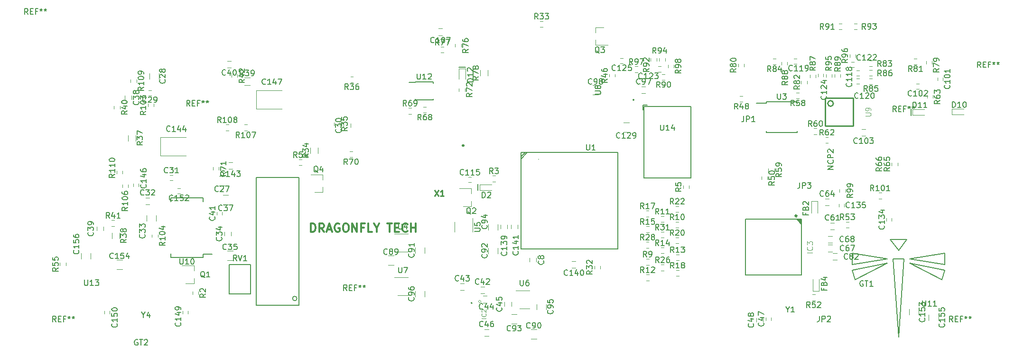
<source format=gbr>
G04 #@! TF.FileFunction,Legend,Top*
%FSLAX46Y46*%
G04 Gerber Fmt 4.6, Leading zero omitted, Abs format (unit mm)*
G04 Created by KiCad (PCBNEW 4.0.4-stable) date 03/06/17 10:00:22*
%MOMM*%
%LPD*%
G01*
G04 APERTURE LIST*
%ADD10C,0.125000*%
%ADD11C,0.200000*%
%ADD12C,0.375000*%
%ADD13C,0.120000*%
%ADD14C,0.150000*%
%ADD15C,0.127000*%
%ADD16C,0.304800*%
%ADD17C,0.381000*%
%ADD18C,0.254000*%
%ADD19C,0.050000*%
%ADD20C,0.250190*%
%ADD21C,0.251460*%
G04 APERTURE END LIST*
D10*
D11*
X178000000Y-104250000D02*
X179200000Y-104250000D01*
X258700000Y-111650000D02*
X258700000Y-112850000D01*
X181450000Y-125100000D02*
X181450000Y-126250000D01*
X248750000Y-142250000D02*
X254500000Y-139250000D01*
X248250000Y-140500000D02*
X248750000Y-142250000D01*
X254500000Y-139250000D02*
X248250000Y-140500000D01*
X248250000Y-137500000D02*
X248250000Y-139500000D01*
X254500000Y-138500000D02*
X248250000Y-139500000D01*
X254500000Y-138500000D02*
X248250000Y-137500000D01*
X264250000Y-142250000D02*
X258500000Y-139250000D01*
X264750000Y-140500000D02*
X264250000Y-142250000D01*
X258500000Y-139250000D02*
X264750000Y-140500000D01*
X264750000Y-139500000D02*
X258500000Y-138500000D01*
X264750000Y-137500000D02*
X264750000Y-139500000D01*
X258500000Y-138500000D02*
X264750000Y-137500000D01*
X255500000Y-138500000D02*
X256500000Y-152500000D01*
X257500000Y-138500000D02*
X256500000Y-152500000D01*
X255500000Y-138500000D02*
X257500000Y-138500000D01*
X256500000Y-137000000D02*
X255000000Y-135000000D01*
X258000000Y-135000000D02*
X256500000Y-137000000D01*
X255000000Y-135000000D02*
X258000000Y-135000000D01*
D12*
X151642857Y-133678571D02*
X151642857Y-132178571D01*
X152000000Y-132178571D01*
X152214285Y-132250000D01*
X152357143Y-132392857D01*
X152428571Y-132535714D01*
X152500000Y-132821429D01*
X152500000Y-133035714D01*
X152428571Y-133321429D01*
X152357143Y-133464286D01*
X152214285Y-133607143D01*
X152000000Y-133678571D01*
X151642857Y-133678571D01*
X154000000Y-133678571D02*
X153500000Y-132964286D01*
X153142857Y-133678571D02*
X153142857Y-132178571D01*
X153714285Y-132178571D01*
X153857143Y-132250000D01*
X153928571Y-132321429D01*
X154000000Y-132464286D01*
X154000000Y-132678571D01*
X153928571Y-132821429D01*
X153857143Y-132892857D01*
X153714285Y-132964286D01*
X153142857Y-132964286D01*
X154571428Y-133250000D02*
X155285714Y-133250000D01*
X154428571Y-133678571D02*
X154928571Y-132178571D01*
X155428571Y-133678571D01*
X156714285Y-132250000D02*
X156571428Y-132178571D01*
X156357142Y-132178571D01*
X156142857Y-132250000D01*
X155999999Y-132392857D01*
X155928571Y-132535714D01*
X155857142Y-132821429D01*
X155857142Y-133035714D01*
X155928571Y-133321429D01*
X155999999Y-133464286D01*
X156142857Y-133607143D01*
X156357142Y-133678571D01*
X156499999Y-133678571D01*
X156714285Y-133607143D01*
X156785714Y-133535714D01*
X156785714Y-133035714D01*
X156499999Y-133035714D01*
X157714285Y-132178571D02*
X157999999Y-132178571D01*
X158142857Y-132250000D01*
X158285714Y-132392857D01*
X158357142Y-132678571D01*
X158357142Y-133178571D01*
X158285714Y-133464286D01*
X158142857Y-133607143D01*
X157999999Y-133678571D01*
X157714285Y-133678571D01*
X157571428Y-133607143D01*
X157428571Y-133464286D01*
X157357142Y-133178571D01*
X157357142Y-132678571D01*
X157428571Y-132392857D01*
X157571428Y-132250000D01*
X157714285Y-132178571D01*
X159000000Y-133678571D02*
X159000000Y-132178571D01*
X159857143Y-133678571D01*
X159857143Y-132178571D01*
X161071429Y-132892857D02*
X160571429Y-132892857D01*
X160571429Y-133678571D02*
X160571429Y-132178571D01*
X161285715Y-132178571D01*
X162571429Y-133678571D02*
X161857143Y-133678571D01*
X161857143Y-132178571D01*
X163357143Y-132964286D02*
X163357143Y-133678571D01*
X162857143Y-132178571D02*
X163357143Y-132964286D01*
X163857143Y-132178571D01*
X165285714Y-132178571D02*
X166142857Y-132178571D01*
X165714286Y-133678571D02*
X165714286Y-132178571D01*
X166642857Y-132892857D02*
X167142857Y-132892857D01*
X167357143Y-133678571D02*
X166642857Y-133678571D01*
X166642857Y-132178571D01*
X167357143Y-132178571D01*
X168857143Y-133535714D02*
X168785714Y-133607143D01*
X168571428Y-133678571D01*
X168428571Y-133678571D01*
X168214286Y-133607143D01*
X168071428Y-133464286D01*
X168000000Y-133321429D01*
X167928571Y-133035714D01*
X167928571Y-132821429D01*
X168000000Y-132535714D01*
X168071428Y-132392857D01*
X168214286Y-132250000D01*
X168428571Y-132178571D01*
X168571428Y-132178571D01*
X168785714Y-132250000D01*
X168857143Y-132321429D01*
X169500000Y-133678571D02*
X169500000Y-132178571D01*
X169500000Y-132892857D02*
X170357143Y-132892857D01*
X170357143Y-133678571D02*
X170357143Y-132178571D01*
D13*
X141875000Y-108350000D02*
X146425000Y-108350000D01*
X141875000Y-111650000D02*
X146425000Y-111650000D01*
X141875000Y-108350000D02*
X141875000Y-111650000D01*
X124825000Y-116750000D02*
X129375000Y-116750000D01*
X124825000Y-120050000D02*
X129375000Y-120050000D01*
X124825000Y-116750000D02*
X124825000Y-120050000D01*
X180250000Y-123830000D02*
X179750000Y-123830000D01*
X179750000Y-124770000D02*
X180250000Y-124770000D01*
X259675000Y-108120000D02*
X260175000Y-108120000D01*
X260175000Y-107180000D02*
X259675000Y-107180000D01*
X264420000Y-106575000D02*
X264420000Y-106075000D01*
X263480000Y-106075000D02*
X263480000Y-106575000D01*
X150050000Y-120720000D02*
X149550000Y-120720000D01*
X149550000Y-121780000D02*
X150050000Y-121780000D01*
X110650000Y-137500000D02*
X110650000Y-138500000D01*
X112350000Y-138500000D02*
X112350000Y-137500000D01*
X263600000Y-149500000D02*
X263600000Y-148500000D01*
X261900000Y-148500000D02*
X261900000Y-149500000D01*
X118000000Y-138650000D02*
X117000000Y-138650000D01*
X117000000Y-140350000D02*
X118000000Y-140350000D01*
X260100000Y-148500000D02*
X260100000Y-147500000D01*
X258400000Y-147500000D02*
X258400000Y-148500000D01*
X214605000Y-133670000D02*
X214105000Y-133670000D01*
X214105000Y-134730000D02*
X214605000Y-134730000D01*
X211945000Y-135470000D02*
X211445000Y-135470000D01*
X211445000Y-136530000D02*
X211945000Y-136530000D01*
X214645000Y-139520000D02*
X214145000Y-139520000D01*
X214145000Y-140580000D02*
X214645000Y-140580000D01*
X217245000Y-129070000D02*
X216745000Y-129070000D01*
X216745000Y-130130000D02*
X217245000Y-130130000D01*
X217245000Y-134670000D02*
X216745000Y-134670000D01*
X216745000Y-135730000D02*
X217245000Y-135730000D01*
X217300000Y-140520000D02*
X216800000Y-140520000D01*
X216800000Y-141580000D02*
X217300000Y-141580000D01*
X211945000Y-129870000D02*
X211445000Y-129870000D01*
X211445000Y-130930000D02*
X211945000Y-130930000D01*
X211950000Y-132670000D02*
X211450000Y-132670000D01*
X211450000Y-133730000D02*
X211950000Y-133730000D01*
X214600000Y-136470000D02*
X214100000Y-136470000D01*
X214100000Y-137530000D02*
X214600000Y-137530000D01*
X217300000Y-137720000D02*
X216800000Y-137720000D01*
X216800000Y-138780000D02*
X217300000Y-138780000D01*
X211955000Y-141320000D02*
X211455000Y-141320000D01*
X211455000Y-142380000D02*
X211955000Y-142380000D01*
X214605000Y-130870000D02*
X214105000Y-130870000D01*
X214105000Y-131930000D02*
X214605000Y-131930000D01*
X217250000Y-131870000D02*
X216750000Y-131870000D01*
X216750000Y-132930000D02*
X217250000Y-132930000D01*
X211950000Y-138520000D02*
X211450000Y-138520000D01*
X211450000Y-139580000D02*
X211950000Y-139580000D01*
X115720000Y-148300000D02*
X115720000Y-147800000D01*
X114780000Y-147800000D02*
X114780000Y-148300000D01*
X128780000Y-147800000D02*
X128780000Y-148300000D01*
X129720000Y-148300000D02*
X129720000Y-147800000D01*
D14*
X170225000Y-106840000D02*
X170225000Y-106965000D01*
X173475000Y-106840000D02*
X173475000Y-107065000D01*
X173475000Y-110090000D02*
X173475000Y-109865000D01*
X170225000Y-110090000D02*
X170225000Y-109865000D01*
X170225000Y-106840000D02*
X173475000Y-106840000D01*
X170225000Y-110090000D02*
X173475000Y-110090000D01*
X170225000Y-106965000D02*
X169150000Y-106965000D01*
X232900000Y-110410000D02*
X232900000Y-110615000D01*
X238400000Y-110410000D02*
X238400000Y-110710000D01*
X238400000Y-115920000D02*
X238400000Y-115620000D01*
X232900000Y-115920000D02*
X232900000Y-115620000D01*
X232900000Y-110410000D02*
X238400000Y-110410000D01*
X232900000Y-115920000D02*
X238400000Y-115920000D01*
X232900000Y-110615000D02*
X231150000Y-110615000D01*
D13*
X124330000Y-134650000D02*
X124330000Y-134150000D01*
X123270000Y-134150000D02*
X123270000Y-134650000D01*
X120870000Y-125550000D02*
X120870000Y-125050000D01*
X119930000Y-125050000D02*
X119930000Y-125550000D01*
X137651406Y-122397434D02*
X136951406Y-122397434D01*
X136951406Y-121197434D02*
X137651406Y-121197434D01*
X137400000Y-104300000D02*
X136700000Y-104300000D01*
X136700000Y-103100000D02*
X137400000Y-103100000D01*
X119600000Y-109300000D02*
X119600000Y-110000000D01*
X118400000Y-110000000D02*
X118400000Y-109300000D01*
X136200000Y-134350000D02*
X136200000Y-133650000D01*
X137400000Y-133650000D02*
X137400000Y-134350000D01*
X127000000Y-123480000D02*
X126500000Y-123480000D01*
X126500000Y-124420000D02*
X127000000Y-124420000D01*
X157500000Y-115000000D02*
X157500000Y-114300000D01*
X158700000Y-114300000D02*
X158700000Y-115000000D01*
X122650000Y-109270000D02*
X123150000Y-109270000D01*
X123150000Y-108330000D02*
X122650000Y-108330000D01*
D14*
X180409300Y-146382824D02*
G75*
G03X180409300Y-146382824I-100000J0D01*
G01*
D10*
X181959300Y-146132824D02*
G75*
G03X181959300Y-146132824I-200000J0D01*
G01*
D13*
X158700000Y-106930000D02*
X159200000Y-106930000D01*
X159200000Y-105870000D02*
X158700000Y-105870000D01*
X243400000Y-127750000D02*
X244100000Y-127750000D01*
X244100000Y-128950000D02*
X243400000Y-128950000D01*
D14*
X211650000Y-111000000D02*
X210850000Y-111000000D01*
X210850000Y-111000000D02*
X210850000Y-111800000D01*
X211050000Y-111200000D02*
X219450000Y-111200000D01*
X219450000Y-111200000D02*
X219450000Y-124000000D01*
X219450000Y-124000000D02*
X211050000Y-124000000D01*
X211050000Y-124000000D02*
X211050000Y-111200000D01*
D13*
X191850000Y-138350000D02*
X191850000Y-139050000D01*
X190650000Y-139050000D02*
X190650000Y-138350000D01*
X135250000Y-125350000D02*
X136250000Y-125350000D01*
X136250000Y-123650000D02*
X135250000Y-123650000D01*
X124550000Y-106300000D02*
X124550000Y-105300000D01*
X122850000Y-105300000D02*
X122850000Y-106300000D01*
X137700000Y-137050000D02*
X136700000Y-137050000D01*
X136700000Y-138750000D02*
X137700000Y-138750000D01*
X134880000Y-130100000D02*
X134880000Y-130600000D01*
X135820000Y-130600000D02*
X135820000Y-130100000D01*
X181900000Y-143500000D02*
X182600000Y-143500000D01*
X182600000Y-144700000D02*
X181900000Y-144700000D01*
X182350000Y-145150000D02*
X183050000Y-145150000D01*
X183050000Y-146350000D02*
X182350000Y-146350000D01*
X186197637Y-146949757D02*
X186197637Y-146249757D01*
X187397637Y-146249757D02*
X187397637Y-146949757D01*
X182650000Y-151100000D02*
X183350000Y-151100000D01*
X183350000Y-152300000D02*
X182650000Y-152300000D01*
X232830000Y-149000000D02*
X232830000Y-149500000D01*
X233770000Y-149500000D02*
X233770000Y-149000000D01*
X231100000Y-149800000D02*
X231100000Y-149100000D01*
X232300000Y-149100000D02*
X232300000Y-149800000D01*
X244350000Y-132050000D02*
X245050000Y-132050000D01*
X245050000Y-133250000D02*
X244350000Y-133250000D01*
X244650000Y-135600000D02*
X243950000Y-135600000D01*
X243950000Y-134400000D02*
X244650000Y-134400000D01*
X191900000Y-151100000D02*
X190900000Y-151100000D01*
X190900000Y-152800000D02*
X191900000Y-152800000D01*
X170250000Y-136450000D02*
X170250000Y-137450000D01*
X171950000Y-137450000D02*
X171950000Y-136450000D01*
X183300000Y-136550000D02*
X183300000Y-137550000D01*
X185000000Y-137550000D02*
X185000000Y-136550000D01*
X188400000Y-148400000D02*
X187400000Y-148400000D01*
X187400000Y-150100000D02*
X188400000Y-150100000D01*
X185011446Y-133300000D02*
X185011446Y-132300000D01*
X183311446Y-132300000D02*
X183311446Y-133300000D01*
X191950000Y-146600000D02*
X191950000Y-147600000D01*
X193650000Y-147600000D02*
X193650000Y-146600000D01*
X170250000Y-144250000D02*
X170250000Y-145250000D01*
X171950000Y-145250000D02*
X171950000Y-144250000D01*
X210650000Y-107700000D02*
X211350000Y-107700000D01*
X211350000Y-108900000D02*
X210650000Y-108900000D01*
X202900000Y-107450000D02*
X201900000Y-107450000D01*
X201900000Y-109150000D02*
X202900000Y-109150000D01*
X250600000Y-116500000D02*
X249900000Y-116500000D01*
X249900000Y-115300000D02*
X250600000Y-115300000D01*
X175100000Y-98500000D02*
X174400000Y-98500000D01*
X174400000Y-97300000D02*
X175100000Y-97300000D01*
X249500000Y-104780000D02*
X249000000Y-104780000D01*
X249000000Y-105720000D02*
X249500000Y-105720000D01*
X238325000Y-102680000D02*
X237825000Y-102680000D01*
X237825000Y-103620000D02*
X238325000Y-103620000D01*
X249500000Y-106280000D02*
X249000000Y-106280000D01*
X249000000Y-107220000D02*
X249500000Y-107220000D01*
X248550000Y-103280000D02*
X248050000Y-103280000D01*
X248050000Y-104220000D02*
X248550000Y-104220000D01*
X213600000Y-105020000D02*
X214100000Y-105020000D01*
X214100000Y-104080000D02*
X213600000Y-104080000D01*
X242130000Y-105400000D02*
X242130000Y-105900000D01*
X243070000Y-105900000D02*
X243070000Y-105400000D01*
X206850000Y-103570000D02*
X207350000Y-103570000D01*
X207350000Y-102630000D02*
X206850000Y-102630000D01*
X181750000Y-125200000D02*
X181750000Y-126200000D01*
X181750000Y-126200000D02*
X183850000Y-126200000D01*
X181750000Y-125200000D02*
X183850000Y-125200000D01*
X241200000Y-144250000D02*
X242300000Y-144250000D01*
X242300000Y-144250000D02*
X242300000Y-142150000D01*
X241200000Y-144250000D02*
X241200000Y-142150000D01*
X180260000Y-129080000D02*
X180260000Y-128150000D01*
X180260000Y-125920000D02*
X180260000Y-126850000D01*
X180260000Y-125920000D02*
X178100000Y-125920000D01*
X180260000Y-129080000D02*
X178800000Y-129080000D01*
X202440000Y-97070000D02*
X202440000Y-98000000D01*
X202440000Y-100230000D02*
X202440000Y-99300000D01*
X202440000Y-100230000D02*
X204600000Y-100230000D01*
X202440000Y-97070000D02*
X203900000Y-97070000D01*
X153760000Y-126580000D02*
X153760000Y-125650000D01*
X153760000Y-123420000D02*
X153760000Y-124350000D01*
X153760000Y-123420000D02*
X151600000Y-123420000D01*
X153760000Y-126580000D02*
X152300000Y-126580000D01*
D14*
X137100000Y-144750000D02*
X137100000Y-139574000D01*
X140900000Y-139550000D02*
X137100000Y-139550000D01*
X140900000Y-144750000D02*
X140900000Y-139550000D01*
X137100000Y-144750000D02*
X140900000Y-144750000D01*
D13*
X167150000Y-137260000D02*
X168950000Y-137260000D01*
X168950000Y-134040000D02*
X166500000Y-134040000D01*
X177290000Y-131900000D02*
X177290000Y-133700000D01*
X180510000Y-133700000D02*
X180510000Y-131250000D01*
X188850000Y-147360000D02*
X190650000Y-147360000D01*
X190650000Y-144140000D02*
X188200000Y-144140000D01*
X167150000Y-145060000D02*
X168950000Y-145060000D01*
X168950000Y-141840000D02*
X166500000Y-141840000D01*
X244650000Y-137200000D02*
X243950000Y-137200000D01*
X243950000Y-136000000D02*
X244650000Y-136000000D01*
X259000000Y-111750000D02*
X259000000Y-112750000D01*
X259000000Y-112750000D02*
X261100000Y-112750000D01*
X259000000Y-111750000D02*
X261100000Y-111750000D01*
X207400000Y-115800000D02*
X208400000Y-115800000D01*
X208400000Y-114100000D02*
X207400000Y-114100000D01*
X254330000Y-131200000D02*
X254330000Y-131700000D01*
X255270000Y-131700000D02*
X255270000Y-131200000D01*
X245830000Y-128650000D02*
X245830000Y-129150000D01*
X246770000Y-129150000D02*
X246770000Y-128650000D01*
X179200000Y-104450000D02*
X178000000Y-104450000D01*
X179200000Y-106300000D02*
X179200000Y-104450000D01*
X178000000Y-106300000D02*
X178000000Y-104450000D01*
X185500000Y-133100000D02*
X185500000Y-132400000D01*
X186700000Y-132400000D02*
X186700000Y-133100000D01*
X198900000Y-140100000D02*
X198200000Y-140100000D01*
X198200000Y-138900000D02*
X198900000Y-138900000D01*
X187328849Y-133111389D02*
X187328849Y-132411389D01*
X188528849Y-132411389D02*
X188528849Y-133111389D01*
X255270000Y-121300000D02*
X255270000Y-121800000D01*
X256330000Y-121800000D02*
X256330000Y-121300000D01*
X253870000Y-121300000D02*
X253870000Y-121800000D01*
X254930000Y-121800000D02*
X254930000Y-121300000D01*
X202220000Y-139750000D02*
X202220000Y-140250000D01*
X203280000Y-140250000D02*
X203280000Y-139750000D01*
X107930000Y-139700000D02*
X107930000Y-139200000D01*
X106870000Y-139200000D02*
X106870000Y-139700000D01*
X238264904Y-109829118D02*
X238764904Y-109829118D01*
X238764904Y-108769118D02*
X238264904Y-108769118D01*
X234330000Y-122850000D02*
X234330000Y-122350000D01*
X233270000Y-122350000D02*
X233270000Y-122850000D01*
X261420000Y-103150000D02*
X261420000Y-103650000D01*
X262480000Y-103650000D02*
X262480000Y-103150000D01*
X227870000Y-103600000D02*
X227870000Y-104100000D01*
X228930000Y-104100000D02*
X228930000Y-103600000D01*
X259750000Y-102670000D02*
X259250000Y-102670000D01*
X259250000Y-103730000D02*
X259750000Y-103730000D01*
X239120000Y-106650000D02*
X239120000Y-107150000D01*
X240180000Y-107150000D02*
X240180000Y-106650000D01*
X251800000Y-103020000D02*
X251300000Y-103020000D01*
X251300000Y-104080000D02*
X251800000Y-104080000D01*
X234100000Y-103730000D02*
X234600000Y-103730000D01*
X234600000Y-102670000D02*
X234100000Y-102670000D01*
X251800000Y-106220000D02*
X251300000Y-106220000D01*
X251300000Y-107280000D02*
X251800000Y-107280000D01*
X251800000Y-104720000D02*
X251300000Y-104720000D01*
X251300000Y-105780000D02*
X251800000Y-105780000D01*
X240670000Y-105600000D02*
X240670000Y-106100000D01*
X241730000Y-106100000D02*
X241730000Y-105600000D01*
X236655000Y-103750000D02*
X236655000Y-103250000D01*
X235595000Y-103250000D02*
X235595000Y-103750000D01*
X246130000Y-106000000D02*
X246130000Y-105500000D01*
X245070000Y-105500000D02*
X245070000Y-106000000D01*
X214300000Y-106530000D02*
X214800000Y-106530000D01*
X214800000Y-105470000D02*
X214300000Y-105470000D01*
X245850000Y-97480000D02*
X246350000Y-97480000D01*
X246350000Y-96420000D02*
X245850000Y-96420000D01*
X212270000Y-102600000D02*
X212270000Y-103100000D01*
X213330000Y-103100000D02*
X213330000Y-102600000D01*
X249050000Y-96420000D02*
X248550000Y-96420000D01*
X248550000Y-97480000D02*
X249050000Y-97480000D01*
X213770000Y-102600000D02*
X213770000Y-103100000D01*
X214830000Y-103100000D02*
X214830000Y-102600000D01*
X243570000Y-105500000D02*
X243570000Y-106000000D01*
X244630000Y-106000000D02*
X244630000Y-105500000D01*
X247770000Y-101900000D02*
X247770000Y-102400000D01*
X248830000Y-102400000D02*
X248830000Y-101900000D01*
X209950000Y-104070000D02*
X209450000Y-104070000D01*
X209450000Y-105130000D02*
X209950000Y-105130000D01*
X215370000Y-103800000D02*
X215370000Y-104300000D01*
X216430000Y-104300000D02*
X216430000Y-103800000D01*
X247030000Y-126550000D02*
X247030000Y-126050000D01*
X245970000Y-126050000D02*
X245970000Y-126550000D01*
X253450000Y-126670000D02*
X252950000Y-126670000D01*
X252950000Y-127730000D02*
X253450000Y-127730000D01*
X152880000Y-118600000D02*
X152880000Y-119600000D01*
X151520000Y-119600000D02*
X151520000Y-118600000D01*
X119020000Y-117400000D02*
X119020000Y-116400000D01*
X120380000Y-116400000D02*
X120380000Y-117400000D01*
X140750000Y-107430000D02*
X139750000Y-107430000D01*
X139750000Y-106070000D02*
X140750000Y-106070000D01*
X183230000Y-104750000D02*
X183230000Y-105750000D01*
X181870000Y-105750000D02*
X181870000Y-104750000D01*
X135931561Y-128777129D02*
X136931561Y-128777129D01*
X136931561Y-127077129D02*
X135931561Y-127077129D01*
X130760000Y-142880000D02*
X130760000Y-141950000D01*
X130760000Y-139720000D02*
X130760000Y-140650000D01*
X130760000Y-139720000D02*
X128600000Y-139720000D01*
X130760000Y-142880000D02*
X129300000Y-142880000D01*
X120530000Y-106900000D02*
X120530000Y-106400000D01*
X119470000Y-106400000D02*
X119470000Y-106900000D01*
X118030000Y-123250000D02*
X118030000Y-122750000D01*
X116970000Y-122750000D02*
X116970000Y-123250000D01*
X156830000Y-114600000D02*
X156830000Y-114100000D01*
X155770000Y-114100000D02*
X155770000Y-114600000D01*
X117580000Y-111650000D02*
X117580000Y-111150000D01*
X116520000Y-111150000D02*
X116520000Y-111650000D01*
X138530000Y-106000000D02*
X138530000Y-105500000D01*
X137470000Y-105500000D02*
X137470000Y-106000000D01*
X119030000Y-125700000D02*
X119030000Y-125200000D01*
X117970000Y-125200000D02*
X117970000Y-125700000D01*
X139750000Y-115530000D02*
X140250000Y-115530000D01*
X140250000Y-114470000D02*
X139750000Y-114470000D01*
X136950000Y-114470000D02*
X136450000Y-114470000D01*
X136450000Y-115530000D02*
X136950000Y-115530000D01*
X131580000Y-144850000D02*
X131580000Y-144350000D01*
X130520000Y-144350000D02*
X130520000Y-144850000D01*
X184550000Y-123620000D02*
X184050000Y-123620000D01*
X184050000Y-124680000D02*
X184550000Y-124680000D01*
X218070000Y-125400000D02*
X218070000Y-125900000D01*
X219130000Y-125900000D02*
X219130000Y-125400000D01*
X204870000Y-105450000D02*
X204870000Y-105950000D01*
X205930000Y-105950000D02*
X205930000Y-105450000D01*
X228200000Y-110430000D02*
X228700000Y-110430000D01*
X228700000Y-109370000D02*
X228200000Y-109370000D01*
X233080000Y-124300000D02*
X233080000Y-123800000D01*
X232020000Y-123800000D02*
X232020000Y-124300000D01*
X241600000Y-144870000D02*
X241100000Y-144870000D01*
X241100000Y-145930000D02*
X241600000Y-145930000D01*
X247600000Y-131870000D02*
X247100000Y-131870000D01*
X247100000Y-132930000D02*
X247600000Y-132930000D01*
X241900000Y-115170000D02*
X241400000Y-115170000D01*
X241400000Y-116230000D02*
X241900000Y-116230000D01*
X243950000Y-116720000D02*
X243450000Y-116720000D01*
X243450000Y-117780000D02*
X243950000Y-117780000D01*
X261570000Y-109250000D02*
X261570000Y-109750000D01*
X262630000Y-109750000D02*
X262630000Y-109250000D01*
X171700000Y-112380000D02*
X172200000Y-112380000D01*
X172200000Y-111320000D02*
X171700000Y-111320000D01*
X169575000Y-111495000D02*
X169075000Y-111495000D01*
X169075000Y-112555000D02*
X169575000Y-112555000D01*
X158550000Y-120330000D02*
X159050000Y-120330000D01*
X159050000Y-119270000D02*
X158550000Y-119270000D01*
X135230000Y-122600000D02*
X135230000Y-122100000D01*
X134170000Y-122100000D02*
X134170000Y-122600000D01*
X179130000Y-108500000D02*
X179130000Y-108000000D01*
X178070000Y-108000000D02*
X178070000Y-108500000D01*
X178430000Y-100600000D02*
X178430000Y-100100000D01*
X177370000Y-100100000D02*
X177370000Y-100600000D01*
X175350000Y-100570000D02*
X174850000Y-100570000D01*
X174850000Y-101630000D02*
X175350000Y-101630000D01*
X122570000Y-110750000D02*
X122570000Y-111250000D01*
X123630000Y-111250000D02*
X123630000Y-110750000D01*
X193050000Y-95970000D02*
X192550000Y-95970000D01*
X192550000Y-97030000D02*
X193050000Y-97030000D01*
D14*
X209300000Y-110050000D02*
G75*
G03X209300000Y-110050000I-100000J0D01*
G01*
D15*
X239197376Y-131405088D02*
X239197376Y-141405088D01*
X239197376Y-141405088D02*
X229197376Y-141405088D01*
X229197376Y-141405088D02*
X229197376Y-131405088D01*
X229197376Y-131405088D02*
X239197376Y-131405088D01*
G36*
X238297376Y-131405088D02*
X239197376Y-132305088D01*
X239197376Y-131405088D01*
X238297376Y-131405088D01*
G37*
X238297376Y-131405088D02*
X239197376Y-132305088D01*
X239197376Y-131405088D01*
X238297376Y-131405088D01*
D16*
X238347376Y-130805088D02*
G75*
G03X238347376Y-130805088I-150000J0D01*
G01*
D13*
X242027926Y-128150000D02*
X240927926Y-128150000D01*
X240927926Y-128150000D02*
X240927926Y-130250000D01*
X242027926Y-128150000D02*
X242027926Y-130250000D01*
D14*
X189113880Y-120607620D02*
X190256880Y-119464620D01*
X189113880Y-120226620D02*
X189875880Y-119464620D01*
X206385880Y-119464620D02*
X206385880Y-136736620D01*
X206385880Y-136736620D02*
X189113880Y-136736620D01*
X189113880Y-136736620D02*
X189113880Y-119464620D01*
X189113880Y-119464620D02*
X206385880Y-119464620D01*
X192250780Y-120600000D02*
X192260940Y-120600000D01*
D13*
X122350000Y-130700000D02*
X122350000Y-131700000D01*
X124050000Y-131700000D02*
X124050000Y-130700000D01*
D14*
X149140512Y-145600000D02*
G75*
G03X149140512Y-145600000I-390512J0D01*
G01*
X149490000Y-123980000D02*
X141870000Y-123980000D01*
X141870000Y-123980000D02*
X141870000Y-146840000D01*
X141870000Y-146840000D02*
X149490000Y-146840000D01*
X149490000Y-146840000D02*
X149490000Y-123980000D01*
D13*
X122150000Y-127550000D02*
X122850000Y-127550000D01*
X122850000Y-128750000D02*
X122150000Y-128750000D01*
X244800000Y-137500000D02*
X245500000Y-137500000D01*
X245500000Y-138700000D02*
X244800000Y-138700000D01*
D17*
X178770160Y-118150000D02*
X178760000Y-118150000D01*
D18*
X243363633Y-114699939D02*
X248363633Y-114699939D01*
X248363633Y-114699939D02*
X248363633Y-109699939D01*
X248363633Y-109699939D02*
X243363633Y-109699939D01*
X243363633Y-109699939D02*
X243363633Y-114699939D01*
X244863633Y-110699939D02*
G75*
G03X244863633Y-110699939I-500000J0D01*
G01*
D14*
X132375000Y-138250000D02*
X132375000Y-137675000D01*
X126625000Y-138250000D02*
X126625000Y-137600000D01*
X126625000Y-127600000D02*
X126625000Y-128250000D01*
X132375000Y-127600000D02*
X132375000Y-128250000D01*
X132375000Y-138250000D02*
X126625000Y-138250000D01*
X132375000Y-127600000D02*
X126625000Y-127600000D01*
X132375000Y-137675000D02*
X133975000Y-137675000D01*
D13*
X166400000Y-137900000D02*
X165400000Y-137900000D01*
X165400000Y-139600000D02*
X166400000Y-139600000D01*
X127850000Y-126820000D02*
X128350000Y-126820000D01*
X128350000Y-125880000D02*
X127850000Y-125880000D01*
X116600000Y-131570000D02*
X116100000Y-131570000D01*
X116100000Y-132630000D02*
X116600000Y-132630000D01*
X116120000Y-134850000D02*
X116120000Y-133850000D01*
X117480000Y-133850000D02*
X117480000Y-134850000D01*
X114600000Y-132750000D02*
X114600000Y-133450000D01*
X113400000Y-133450000D02*
X113400000Y-132750000D01*
X266000000Y-111700000D02*
X266000000Y-112700000D01*
X266000000Y-112700000D02*
X268100000Y-112700000D01*
X266000000Y-111700000D02*
X268100000Y-111700000D01*
X178300000Y-142900000D02*
X179000000Y-142900000D01*
X179000000Y-144100000D02*
X178300000Y-144100000D01*
D14*
X143555953Y-107207143D02*
X143508334Y-107254762D01*
X143365477Y-107302381D01*
X143270239Y-107302381D01*
X143127381Y-107254762D01*
X143032143Y-107159524D01*
X142984524Y-107064286D01*
X142936905Y-106873810D01*
X142936905Y-106730952D01*
X142984524Y-106540476D01*
X143032143Y-106445238D01*
X143127381Y-106350000D01*
X143270239Y-106302381D01*
X143365477Y-106302381D01*
X143508334Y-106350000D01*
X143555953Y-106397619D01*
X144508334Y-107302381D02*
X143936905Y-107302381D01*
X144222619Y-107302381D02*
X144222619Y-106302381D01*
X144127381Y-106445238D01*
X144032143Y-106540476D01*
X143936905Y-106588095D01*
X145365477Y-106635714D02*
X145365477Y-107302381D01*
X145127381Y-106254762D02*
X144889286Y-106969048D01*
X145508334Y-106969048D01*
X145794048Y-106302381D02*
X146460715Y-106302381D01*
X146032143Y-107302381D01*
X126505953Y-115607143D02*
X126458334Y-115654762D01*
X126315477Y-115702381D01*
X126220239Y-115702381D01*
X126077381Y-115654762D01*
X125982143Y-115559524D01*
X125934524Y-115464286D01*
X125886905Y-115273810D01*
X125886905Y-115130952D01*
X125934524Y-114940476D01*
X125982143Y-114845238D01*
X126077381Y-114750000D01*
X126220239Y-114702381D01*
X126315477Y-114702381D01*
X126458334Y-114750000D01*
X126505953Y-114797619D01*
X127458334Y-115702381D02*
X126886905Y-115702381D01*
X127172619Y-115702381D02*
X127172619Y-114702381D01*
X127077381Y-114845238D01*
X126982143Y-114940476D01*
X126886905Y-114988095D01*
X128315477Y-115035714D02*
X128315477Y-115702381D01*
X128077381Y-114654762D02*
X127839286Y-115369048D01*
X128458334Y-115369048D01*
X129267858Y-115035714D02*
X129267858Y-115702381D01*
X129029762Y-114654762D02*
X128791667Y-115369048D01*
X129410715Y-115369048D01*
X178880953Y-123387143D02*
X178833334Y-123434762D01*
X178690477Y-123482381D01*
X178595239Y-123482381D01*
X178452381Y-123434762D01*
X178357143Y-123339524D01*
X178309524Y-123244286D01*
X178261905Y-123053810D01*
X178261905Y-122910952D01*
X178309524Y-122720476D01*
X178357143Y-122625238D01*
X178452381Y-122530000D01*
X178595239Y-122482381D01*
X178690477Y-122482381D01*
X178833334Y-122530000D01*
X178880953Y-122577619D01*
X179833334Y-123482381D02*
X179261905Y-123482381D01*
X179547619Y-123482381D02*
X179547619Y-122482381D01*
X179452381Y-122625238D01*
X179357143Y-122720476D01*
X179261905Y-122768095D01*
X180785715Y-123482381D02*
X180214286Y-123482381D01*
X180500000Y-123482381D02*
X180500000Y-122482381D01*
X180404762Y-122625238D01*
X180309524Y-122720476D01*
X180214286Y-122768095D01*
X181690477Y-122482381D02*
X181214286Y-122482381D01*
X181166667Y-122958571D01*
X181214286Y-122910952D01*
X181309524Y-122863333D01*
X181547620Y-122863333D01*
X181642858Y-122910952D01*
X181690477Y-122958571D01*
X181738096Y-123053810D01*
X181738096Y-123291905D01*
X181690477Y-123387143D01*
X181642858Y-123434762D01*
X181547620Y-123482381D01*
X181309524Y-123482381D01*
X181214286Y-123434762D01*
X181166667Y-123387143D01*
X258805953Y-109277143D02*
X258758334Y-109324762D01*
X258615477Y-109372381D01*
X258520239Y-109372381D01*
X258377381Y-109324762D01*
X258282143Y-109229524D01*
X258234524Y-109134286D01*
X258186905Y-108943810D01*
X258186905Y-108800952D01*
X258234524Y-108610476D01*
X258282143Y-108515238D01*
X258377381Y-108420000D01*
X258520239Y-108372381D01*
X258615477Y-108372381D01*
X258758334Y-108420000D01*
X258805953Y-108467619D01*
X259758334Y-109372381D02*
X259186905Y-109372381D01*
X259472619Y-109372381D02*
X259472619Y-108372381D01*
X259377381Y-108515238D01*
X259282143Y-108610476D01*
X259186905Y-108658095D01*
X260377381Y-108372381D02*
X260472620Y-108372381D01*
X260567858Y-108420000D01*
X260615477Y-108467619D01*
X260663096Y-108562857D01*
X260710715Y-108753333D01*
X260710715Y-108991429D01*
X260663096Y-109181905D01*
X260615477Y-109277143D01*
X260567858Y-109324762D01*
X260472620Y-109372381D01*
X260377381Y-109372381D01*
X260282143Y-109324762D01*
X260234524Y-109277143D01*
X260186905Y-109181905D01*
X260139286Y-108991429D01*
X260139286Y-108753333D01*
X260186905Y-108562857D01*
X260234524Y-108467619D01*
X260282143Y-108420000D01*
X260377381Y-108372381D01*
X261091667Y-108467619D02*
X261139286Y-108420000D01*
X261234524Y-108372381D01*
X261472620Y-108372381D01*
X261567858Y-108420000D01*
X261615477Y-108467619D01*
X261663096Y-108562857D01*
X261663096Y-108658095D01*
X261615477Y-108800952D01*
X261044048Y-109372381D01*
X261663096Y-109372381D01*
X265577143Y-107444047D02*
X265624762Y-107491666D01*
X265672381Y-107634523D01*
X265672381Y-107729761D01*
X265624762Y-107872619D01*
X265529524Y-107967857D01*
X265434286Y-108015476D01*
X265243810Y-108063095D01*
X265100952Y-108063095D01*
X264910476Y-108015476D01*
X264815238Y-107967857D01*
X264720000Y-107872619D01*
X264672381Y-107729761D01*
X264672381Y-107634523D01*
X264720000Y-107491666D01*
X264767619Y-107444047D01*
X265672381Y-106491666D02*
X265672381Y-107063095D01*
X265672381Y-106777381D02*
X264672381Y-106777381D01*
X264815238Y-106872619D01*
X264910476Y-106967857D01*
X264958095Y-107063095D01*
X264672381Y-105872619D02*
X264672381Y-105777380D01*
X264720000Y-105682142D01*
X264767619Y-105634523D01*
X264862857Y-105586904D01*
X265053333Y-105539285D01*
X265291429Y-105539285D01*
X265481905Y-105586904D01*
X265577143Y-105634523D01*
X265624762Y-105682142D01*
X265672381Y-105777380D01*
X265672381Y-105872619D01*
X265624762Y-105967857D01*
X265577143Y-106015476D01*
X265481905Y-106063095D01*
X265291429Y-106110714D01*
X265053333Y-106110714D01*
X264862857Y-106063095D01*
X264767619Y-106015476D01*
X264720000Y-105967857D01*
X264672381Y-105872619D01*
X265672381Y-104586904D02*
X265672381Y-105158333D01*
X265672381Y-104872619D02*
X264672381Y-104872619D01*
X264815238Y-104967857D01*
X264910476Y-105063095D01*
X264958095Y-105158333D01*
X149157143Y-120352381D02*
X148823809Y-119876190D01*
X148585714Y-120352381D02*
X148585714Y-119352381D01*
X148966667Y-119352381D01*
X149061905Y-119400000D01*
X149109524Y-119447619D01*
X149157143Y-119542857D01*
X149157143Y-119685714D01*
X149109524Y-119780952D01*
X149061905Y-119828571D01*
X148966667Y-119876190D01*
X148585714Y-119876190D01*
X150061905Y-119352381D02*
X149585714Y-119352381D01*
X149538095Y-119828571D01*
X149585714Y-119780952D01*
X149680952Y-119733333D01*
X149919048Y-119733333D01*
X150014286Y-119780952D01*
X150061905Y-119828571D01*
X150109524Y-119923810D01*
X150109524Y-120161905D01*
X150061905Y-120257143D01*
X150014286Y-120304762D01*
X149919048Y-120352381D01*
X149680952Y-120352381D01*
X149585714Y-120304762D01*
X149538095Y-120257143D01*
X150966667Y-119685714D02*
X150966667Y-120352381D01*
X150728571Y-119304762D02*
X150490476Y-120019048D01*
X151109524Y-120019048D01*
X120723830Y-152986434D02*
X120628592Y-152938815D01*
X120485735Y-152938815D01*
X120342877Y-152986434D01*
X120247639Y-153081672D01*
X120200020Y-153176910D01*
X120152401Y-153367386D01*
X120152401Y-153510244D01*
X120200020Y-153700720D01*
X120247639Y-153795958D01*
X120342877Y-153891196D01*
X120485735Y-153938815D01*
X120580973Y-153938815D01*
X120723830Y-153891196D01*
X120771449Y-153843577D01*
X120771449Y-153510244D01*
X120580973Y-153510244D01*
X121057163Y-152938815D02*
X121628592Y-152938815D01*
X121342877Y-153938815D02*
X121342877Y-152938815D01*
X121914306Y-153034053D02*
X121961925Y-152986434D01*
X122057163Y-152938815D01*
X122295259Y-152938815D01*
X122390497Y-152986434D01*
X122438116Y-153034053D01*
X122485735Y-153129291D01*
X122485735Y-153224529D01*
X122438116Y-153367386D01*
X121866687Y-153938815D01*
X122485735Y-153938815D01*
X250154762Y-142450000D02*
X250059524Y-142402381D01*
X249916667Y-142402381D01*
X249773809Y-142450000D01*
X249678571Y-142545238D01*
X249630952Y-142640476D01*
X249583333Y-142830952D01*
X249583333Y-142973810D01*
X249630952Y-143164286D01*
X249678571Y-143259524D01*
X249773809Y-143354762D01*
X249916667Y-143402381D01*
X250011905Y-143402381D01*
X250154762Y-143354762D01*
X250202381Y-143307143D01*
X250202381Y-142973810D01*
X250011905Y-142973810D01*
X250488095Y-142402381D02*
X251059524Y-142402381D01*
X250773809Y-143402381D02*
X250773809Y-142402381D01*
X251916667Y-143402381D02*
X251345238Y-143402381D01*
X251630952Y-143402381D02*
X251630952Y-142402381D01*
X251535714Y-142545238D01*
X251440476Y-142640476D01*
X251345238Y-142688095D01*
X111261905Y-142252381D02*
X111261905Y-143061905D01*
X111309524Y-143157143D01*
X111357143Y-143204762D01*
X111452381Y-143252381D01*
X111642858Y-143252381D01*
X111738096Y-143204762D01*
X111785715Y-143157143D01*
X111833334Y-143061905D01*
X111833334Y-142252381D01*
X112833334Y-143252381D02*
X112261905Y-143252381D01*
X112547619Y-143252381D02*
X112547619Y-142252381D01*
X112452381Y-142395238D01*
X112357143Y-142490476D01*
X112261905Y-142538095D01*
X113166667Y-142252381D02*
X113785715Y-142252381D01*
X113452381Y-142633333D01*
X113595239Y-142633333D01*
X113690477Y-142680952D01*
X113738096Y-142728571D01*
X113785715Y-142823810D01*
X113785715Y-143061905D01*
X113738096Y-143157143D01*
X113690477Y-143204762D01*
X113595239Y-143252381D01*
X113309524Y-143252381D01*
X113214286Y-143204762D01*
X113166667Y-143157143D01*
X260761905Y-145952381D02*
X260761905Y-146761905D01*
X260809524Y-146857143D01*
X260857143Y-146904762D01*
X260952381Y-146952381D01*
X261142858Y-146952381D01*
X261238096Y-146904762D01*
X261285715Y-146857143D01*
X261333334Y-146761905D01*
X261333334Y-145952381D01*
X262333334Y-146952381D02*
X261761905Y-146952381D01*
X262047619Y-146952381D02*
X262047619Y-145952381D01*
X261952381Y-146095238D01*
X261857143Y-146190476D01*
X261761905Y-146238095D01*
X263285715Y-146952381D02*
X262714286Y-146952381D01*
X263000000Y-146952381D02*
X263000000Y-145952381D01*
X262904762Y-146095238D01*
X262809524Y-146190476D01*
X262714286Y-146238095D01*
X110157143Y-136969047D02*
X110204762Y-137016666D01*
X110252381Y-137159523D01*
X110252381Y-137254761D01*
X110204762Y-137397619D01*
X110109524Y-137492857D01*
X110014286Y-137540476D01*
X109823810Y-137588095D01*
X109680952Y-137588095D01*
X109490476Y-137540476D01*
X109395238Y-137492857D01*
X109300000Y-137397619D01*
X109252381Y-137254761D01*
X109252381Y-137159523D01*
X109300000Y-137016666D01*
X109347619Y-136969047D01*
X110252381Y-136016666D02*
X110252381Y-136588095D01*
X110252381Y-136302381D02*
X109252381Y-136302381D01*
X109395238Y-136397619D01*
X109490476Y-136492857D01*
X109538095Y-136588095D01*
X109252381Y-135111904D02*
X109252381Y-135588095D01*
X109728571Y-135635714D01*
X109680952Y-135588095D01*
X109633333Y-135492857D01*
X109633333Y-135254761D01*
X109680952Y-135159523D01*
X109728571Y-135111904D01*
X109823810Y-135064285D01*
X110061905Y-135064285D01*
X110157143Y-135111904D01*
X110204762Y-135159523D01*
X110252381Y-135254761D01*
X110252381Y-135492857D01*
X110204762Y-135588095D01*
X110157143Y-135635714D01*
X109252381Y-134207142D02*
X109252381Y-134397619D01*
X109300000Y-134492857D01*
X109347619Y-134540476D01*
X109490476Y-134635714D01*
X109680952Y-134683333D01*
X110061905Y-134683333D01*
X110157143Y-134635714D01*
X110204762Y-134588095D01*
X110252381Y-134492857D01*
X110252381Y-134302380D01*
X110204762Y-134207142D01*
X110157143Y-134159523D01*
X110061905Y-134111904D01*
X109823810Y-134111904D01*
X109728571Y-134159523D01*
X109680952Y-134207142D01*
X109633333Y-134302380D01*
X109633333Y-134492857D01*
X109680952Y-134588095D01*
X109728571Y-134635714D01*
X109823810Y-134683333D01*
X264607143Y-150119047D02*
X264654762Y-150166666D01*
X264702381Y-150309523D01*
X264702381Y-150404761D01*
X264654762Y-150547619D01*
X264559524Y-150642857D01*
X264464286Y-150690476D01*
X264273810Y-150738095D01*
X264130952Y-150738095D01*
X263940476Y-150690476D01*
X263845238Y-150642857D01*
X263750000Y-150547619D01*
X263702381Y-150404761D01*
X263702381Y-150309523D01*
X263750000Y-150166666D01*
X263797619Y-150119047D01*
X264702381Y-149166666D02*
X264702381Y-149738095D01*
X264702381Y-149452381D02*
X263702381Y-149452381D01*
X263845238Y-149547619D01*
X263940476Y-149642857D01*
X263988095Y-149738095D01*
X263702381Y-148261904D02*
X263702381Y-148738095D01*
X264178571Y-148785714D01*
X264130952Y-148738095D01*
X264083333Y-148642857D01*
X264083333Y-148404761D01*
X264130952Y-148309523D01*
X264178571Y-148261904D01*
X264273810Y-148214285D01*
X264511905Y-148214285D01*
X264607143Y-148261904D01*
X264654762Y-148309523D01*
X264702381Y-148404761D01*
X264702381Y-148642857D01*
X264654762Y-148738095D01*
X264607143Y-148785714D01*
X263702381Y-147309523D02*
X263702381Y-147785714D01*
X264178571Y-147833333D01*
X264130952Y-147785714D01*
X264083333Y-147690476D01*
X264083333Y-147452380D01*
X264130952Y-147357142D01*
X264178571Y-147309523D01*
X264273810Y-147261904D01*
X264511905Y-147261904D01*
X264607143Y-147309523D01*
X264654762Y-147357142D01*
X264702381Y-147452380D01*
X264702381Y-147690476D01*
X264654762Y-147785714D01*
X264607143Y-147833333D01*
X116380953Y-138357143D02*
X116333334Y-138404762D01*
X116190477Y-138452381D01*
X116095239Y-138452381D01*
X115952381Y-138404762D01*
X115857143Y-138309524D01*
X115809524Y-138214286D01*
X115761905Y-138023810D01*
X115761905Y-137880952D01*
X115809524Y-137690476D01*
X115857143Y-137595238D01*
X115952381Y-137500000D01*
X116095239Y-137452381D01*
X116190477Y-137452381D01*
X116333334Y-137500000D01*
X116380953Y-137547619D01*
X117333334Y-138452381D02*
X116761905Y-138452381D01*
X117047619Y-138452381D02*
X117047619Y-137452381D01*
X116952381Y-137595238D01*
X116857143Y-137690476D01*
X116761905Y-137738095D01*
X118238096Y-137452381D02*
X117761905Y-137452381D01*
X117714286Y-137928571D01*
X117761905Y-137880952D01*
X117857143Y-137833333D01*
X118095239Y-137833333D01*
X118190477Y-137880952D01*
X118238096Y-137928571D01*
X118285715Y-138023810D01*
X118285715Y-138261905D01*
X118238096Y-138357143D01*
X118190477Y-138404762D01*
X118095239Y-138452381D01*
X117857143Y-138452381D01*
X117761905Y-138404762D01*
X117714286Y-138357143D01*
X119142858Y-137785714D02*
X119142858Y-138452381D01*
X118904762Y-137404762D02*
X118666667Y-138119048D01*
X119285715Y-138119048D01*
X261107143Y-149119047D02*
X261154762Y-149166666D01*
X261202381Y-149309523D01*
X261202381Y-149404761D01*
X261154762Y-149547619D01*
X261059524Y-149642857D01*
X260964286Y-149690476D01*
X260773810Y-149738095D01*
X260630952Y-149738095D01*
X260440476Y-149690476D01*
X260345238Y-149642857D01*
X260250000Y-149547619D01*
X260202381Y-149404761D01*
X260202381Y-149309523D01*
X260250000Y-149166666D01*
X260297619Y-149119047D01*
X261202381Y-148166666D02*
X261202381Y-148738095D01*
X261202381Y-148452381D02*
X260202381Y-148452381D01*
X260345238Y-148547619D01*
X260440476Y-148642857D01*
X260488095Y-148738095D01*
X260202381Y-147261904D02*
X260202381Y-147738095D01*
X260678571Y-147785714D01*
X260630952Y-147738095D01*
X260583333Y-147642857D01*
X260583333Y-147404761D01*
X260630952Y-147309523D01*
X260678571Y-147261904D01*
X260773810Y-147214285D01*
X261011905Y-147214285D01*
X261107143Y-147261904D01*
X261154762Y-147309523D01*
X261202381Y-147404761D01*
X261202381Y-147642857D01*
X261154762Y-147738095D01*
X261107143Y-147785714D01*
X260202381Y-146880952D02*
X260202381Y-146261904D01*
X260583333Y-146595238D01*
X260583333Y-146452380D01*
X260630952Y-146357142D01*
X260678571Y-146309523D01*
X260773810Y-146261904D01*
X261011905Y-146261904D01*
X261107143Y-146309523D01*
X261154762Y-146357142D01*
X261202381Y-146452380D01*
X261202381Y-146738095D01*
X261154762Y-146833333D01*
X261107143Y-146880952D01*
X158066667Y-144152381D02*
X157733333Y-143676190D01*
X157495238Y-144152381D02*
X157495238Y-143152381D01*
X157876191Y-143152381D01*
X157971429Y-143200000D01*
X158019048Y-143247619D01*
X158066667Y-143342857D01*
X158066667Y-143485714D01*
X158019048Y-143580952D01*
X157971429Y-143628571D01*
X157876191Y-143676190D01*
X157495238Y-143676190D01*
X158495238Y-143628571D02*
X158828572Y-143628571D01*
X158971429Y-144152381D02*
X158495238Y-144152381D01*
X158495238Y-143152381D01*
X158971429Y-143152381D01*
X159733334Y-143628571D02*
X159400000Y-143628571D01*
X159400000Y-144152381D02*
X159400000Y-143152381D01*
X159876191Y-143152381D01*
X160400000Y-143152381D02*
X160400000Y-143390476D01*
X160161905Y-143295238D02*
X160400000Y-143390476D01*
X160638096Y-143295238D01*
X160257143Y-143580952D02*
X160400000Y-143390476D01*
X160542858Y-143580952D01*
X161161905Y-143152381D02*
X161161905Y-143390476D01*
X160923810Y-143295238D02*
X161161905Y-143390476D01*
X161400001Y-143295238D01*
X161019048Y-143580952D02*
X161161905Y-143390476D01*
X161304763Y-143580952D01*
X213712143Y-133302381D02*
X213378809Y-132826190D01*
X213140714Y-133302381D02*
X213140714Y-132302381D01*
X213521667Y-132302381D01*
X213616905Y-132350000D01*
X213664524Y-132397619D01*
X213712143Y-132492857D01*
X213712143Y-132635714D01*
X213664524Y-132730952D01*
X213616905Y-132778571D01*
X213521667Y-132826190D01*
X213140714Y-132826190D01*
X214045476Y-132302381D02*
X214664524Y-132302381D01*
X214331190Y-132683333D01*
X214474048Y-132683333D01*
X214569286Y-132730952D01*
X214616905Y-132778571D01*
X214664524Y-132873810D01*
X214664524Y-133111905D01*
X214616905Y-133207143D01*
X214569286Y-133254762D01*
X214474048Y-133302381D01*
X214188333Y-133302381D01*
X214093095Y-133254762D01*
X214045476Y-133207143D01*
X215616905Y-133302381D02*
X215045476Y-133302381D01*
X215331190Y-133302381D02*
X215331190Y-132302381D01*
X215235952Y-132445238D01*
X215140714Y-132540476D01*
X215045476Y-132588095D01*
X211052143Y-135102381D02*
X210718809Y-134626190D01*
X210480714Y-135102381D02*
X210480714Y-134102381D01*
X210861667Y-134102381D01*
X210956905Y-134150000D01*
X211004524Y-134197619D01*
X211052143Y-134292857D01*
X211052143Y-134435714D01*
X211004524Y-134530952D01*
X210956905Y-134578571D01*
X210861667Y-134626190D01*
X210480714Y-134626190D01*
X211433095Y-134197619D02*
X211480714Y-134150000D01*
X211575952Y-134102381D01*
X211814048Y-134102381D01*
X211909286Y-134150000D01*
X211956905Y-134197619D01*
X212004524Y-134292857D01*
X212004524Y-134388095D01*
X211956905Y-134530952D01*
X211385476Y-135102381D01*
X212004524Y-135102381D01*
X212575952Y-134530952D02*
X212480714Y-134483333D01*
X212433095Y-134435714D01*
X212385476Y-134340476D01*
X212385476Y-134292857D01*
X212433095Y-134197619D01*
X212480714Y-134150000D01*
X212575952Y-134102381D01*
X212766429Y-134102381D01*
X212861667Y-134150000D01*
X212909286Y-134197619D01*
X212956905Y-134292857D01*
X212956905Y-134340476D01*
X212909286Y-134435714D01*
X212861667Y-134483333D01*
X212766429Y-134530952D01*
X212575952Y-134530952D01*
X212480714Y-134578571D01*
X212433095Y-134626190D01*
X212385476Y-134721429D01*
X212385476Y-134911905D01*
X212433095Y-135007143D01*
X212480714Y-135054762D01*
X212575952Y-135102381D01*
X212766429Y-135102381D01*
X212861667Y-135054762D01*
X212909286Y-135007143D01*
X212956905Y-134911905D01*
X212956905Y-134721429D01*
X212909286Y-134626190D01*
X212861667Y-134578571D01*
X212766429Y-134530952D01*
X213752143Y-139152381D02*
X213418809Y-138676190D01*
X213180714Y-139152381D02*
X213180714Y-138152381D01*
X213561667Y-138152381D01*
X213656905Y-138200000D01*
X213704524Y-138247619D01*
X213752143Y-138342857D01*
X213752143Y-138485714D01*
X213704524Y-138580952D01*
X213656905Y-138628571D01*
X213561667Y-138676190D01*
X213180714Y-138676190D01*
X214133095Y-138247619D02*
X214180714Y-138200000D01*
X214275952Y-138152381D01*
X214514048Y-138152381D01*
X214609286Y-138200000D01*
X214656905Y-138247619D01*
X214704524Y-138342857D01*
X214704524Y-138438095D01*
X214656905Y-138580952D01*
X214085476Y-139152381D01*
X214704524Y-139152381D01*
X215561667Y-138152381D02*
X215371190Y-138152381D01*
X215275952Y-138200000D01*
X215228333Y-138247619D01*
X215133095Y-138390476D01*
X215085476Y-138580952D01*
X215085476Y-138961905D01*
X215133095Y-139057143D01*
X215180714Y-139104762D01*
X215275952Y-139152381D01*
X215466429Y-139152381D01*
X215561667Y-139104762D01*
X215609286Y-139057143D01*
X215656905Y-138961905D01*
X215656905Y-138723810D01*
X215609286Y-138628571D01*
X215561667Y-138580952D01*
X215466429Y-138533333D01*
X215275952Y-138533333D01*
X215180714Y-138580952D01*
X215133095Y-138628571D01*
X215085476Y-138723810D01*
X216352143Y-128702381D02*
X216018809Y-128226190D01*
X215780714Y-128702381D02*
X215780714Y-127702381D01*
X216161667Y-127702381D01*
X216256905Y-127750000D01*
X216304524Y-127797619D01*
X216352143Y-127892857D01*
X216352143Y-128035714D01*
X216304524Y-128130952D01*
X216256905Y-128178571D01*
X216161667Y-128226190D01*
X215780714Y-128226190D01*
X216733095Y-127797619D02*
X216780714Y-127750000D01*
X216875952Y-127702381D01*
X217114048Y-127702381D01*
X217209286Y-127750000D01*
X217256905Y-127797619D01*
X217304524Y-127892857D01*
X217304524Y-127988095D01*
X217256905Y-128130952D01*
X216685476Y-128702381D01*
X217304524Y-128702381D01*
X217685476Y-127797619D02*
X217733095Y-127750000D01*
X217828333Y-127702381D01*
X218066429Y-127702381D01*
X218161667Y-127750000D01*
X218209286Y-127797619D01*
X218256905Y-127892857D01*
X218256905Y-127988095D01*
X218209286Y-128130952D01*
X217637857Y-128702381D01*
X218256905Y-128702381D01*
X216352143Y-134302381D02*
X216018809Y-133826190D01*
X215780714Y-134302381D02*
X215780714Y-133302381D01*
X216161667Y-133302381D01*
X216256905Y-133350000D01*
X216304524Y-133397619D01*
X216352143Y-133492857D01*
X216352143Y-133635714D01*
X216304524Y-133730952D01*
X216256905Y-133778571D01*
X216161667Y-133826190D01*
X215780714Y-133826190D01*
X216733095Y-133397619D02*
X216780714Y-133350000D01*
X216875952Y-133302381D01*
X217114048Y-133302381D01*
X217209286Y-133350000D01*
X217256905Y-133397619D01*
X217304524Y-133492857D01*
X217304524Y-133588095D01*
X217256905Y-133730952D01*
X216685476Y-134302381D01*
X217304524Y-134302381D01*
X217923571Y-133302381D02*
X218018810Y-133302381D01*
X218114048Y-133350000D01*
X218161667Y-133397619D01*
X218209286Y-133492857D01*
X218256905Y-133683333D01*
X218256905Y-133921429D01*
X218209286Y-134111905D01*
X218161667Y-134207143D01*
X218114048Y-134254762D01*
X218018810Y-134302381D01*
X217923571Y-134302381D01*
X217828333Y-134254762D01*
X217780714Y-134207143D01*
X217733095Y-134111905D01*
X217685476Y-133921429D01*
X217685476Y-133683333D01*
X217733095Y-133492857D01*
X217780714Y-133397619D01*
X217828333Y-133350000D01*
X217923571Y-133302381D01*
X216407143Y-140152381D02*
X216073809Y-139676190D01*
X215835714Y-140152381D02*
X215835714Y-139152381D01*
X216216667Y-139152381D01*
X216311905Y-139200000D01*
X216359524Y-139247619D01*
X216407143Y-139342857D01*
X216407143Y-139485714D01*
X216359524Y-139580952D01*
X216311905Y-139628571D01*
X216216667Y-139676190D01*
X215835714Y-139676190D01*
X217359524Y-140152381D02*
X216788095Y-140152381D01*
X217073809Y-140152381D02*
X217073809Y-139152381D01*
X216978571Y-139295238D01*
X216883333Y-139390476D01*
X216788095Y-139438095D01*
X217930952Y-139580952D02*
X217835714Y-139533333D01*
X217788095Y-139485714D01*
X217740476Y-139390476D01*
X217740476Y-139342857D01*
X217788095Y-139247619D01*
X217835714Y-139200000D01*
X217930952Y-139152381D01*
X218121429Y-139152381D01*
X218216667Y-139200000D01*
X218264286Y-139247619D01*
X218311905Y-139342857D01*
X218311905Y-139390476D01*
X218264286Y-139485714D01*
X218216667Y-139533333D01*
X218121429Y-139580952D01*
X217930952Y-139580952D01*
X217835714Y-139628571D01*
X217788095Y-139676190D01*
X217740476Y-139771429D01*
X217740476Y-139961905D01*
X217788095Y-140057143D01*
X217835714Y-140104762D01*
X217930952Y-140152381D01*
X218121429Y-140152381D01*
X218216667Y-140104762D01*
X218264286Y-140057143D01*
X218311905Y-139961905D01*
X218311905Y-139771429D01*
X218264286Y-139676190D01*
X218216667Y-139628571D01*
X218121429Y-139580952D01*
X211052143Y-129502381D02*
X210718809Y-129026190D01*
X210480714Y-129502381D02*
X210480714Y-128502381D01*
X210861667Y-128502381D01*
X210956905Y-128550000D01*
X211004524Y-128597619D01*
X211052143Y-128692857D01*
X211052143Y-128835714D01*
X211004524Y-128930952D01*
X210956905Y-128978571D01*
X210861667Y-129026190D01*
X210480714Y-129026190D01*
X212004524Y-129502381D02*
X211433095Y-129502381D01*
X211718809Y-129502381D02*
X211718809Y-128502381D01*
X211623571Y-128645238D01*
X211528333Y-128740476D01*
X211433095Y-128788095D01*
X212337857Y-128502381D02*
X213004524Y-128502381D01*
X212575952Y-129502381D01*
X211057143Y-132302381D02*
X210723809Y-131826190D01*
X210485714Y-132302381D02*
X210485714Y-131302381D01*
X210866667Y-131302381D01*
X210961905Y-131350000D01*
X211009524Y-131397619D01*
X211057143Y-131492857D01*
X211057143Y-131635714D01*
X211009524Y-131730952D01*
X210961905Y-131778571D01*
X210866667Y-131826190D01*
X210485714Y-131826190D01*
X212009524Y-132302381D02*
X211438095Y-132302381D01*
X211723809Y-132302381D02*
X211723809Y-131302381D01*
X211628571Y-131445238D01*
X211533333Y-131540476D01*
X211438095Y-131588095D01*
X212914286Y-131302381D02*
X212438095Y-131302381D01*
X212390476Y-131778571D01*
X212438095Y-131730952D01*
X212533333Y-131683333D01*
X212771429Y-131683333D01*
X212866667Y-131730952D01*
X212914286Y-131778571D01*
X212961905Y-131873810D01*
X212961905Y-132111905D01*
X212914286Y-132207143D01*
X212866667Y-132254762D01*
X212771429Y-132302381D01*
X212533333Y-132302381D01*
X212438095Y-132254762D01*
X212390476Y-132207143D01*
X213707143Y-136102381D02*
X213373809Y-135626190D01*
X213135714Y-136102381D02*
X213135714Y-135102381D01*
X213516667Y-135102381D01*
X213611905Y-135150000D01*
X213659524Y-135197619D01*
X213707143Y-135292857D01*
X213707143Y-135435714D01*
X213659524Y-135530952D01*
X213611905Y-135578571D01*
X213516667Y-135626190D01*
X213135714Y-135626190D01*
X214659524Y-136102381D02*
X214088095Y-136102381D01*
X214373809Y-136102381D02*
X214373809Y-135102381D01*
X214278571Y-135245238D01*
X214183333Y-135340476D01*
X214088095Y-135388095D01*
X215516667Y-135435714D02*
X215516667Y-136102381D01*
X215278571Y-135054762D02*
X215040476Y-135769048D01*
X215659524Y-135769048D01*
X216407143Y-137352381D02*
X216073809Y-136876190D01*
X215835714Y-137352381D02*
X215835714Y-136352381D01*
X216216667Y-136352381D01*
X216311905Y-136400000D01*
X216359524Y-136447619D01*
X216407143Y-136542857D01*
X216407143Y-136685714D01*
X216359524Y-136780952D01*
X216311905Y-136828571D01*
X216216667Y-136876190D01*
X215835714Y-136876190D01*
X217359524Y-137352381D02*
X216788095Y-137352381D01*
X217073809Y-137352381D02*
X217073809Y-136352381D01*
X216978571Y-136495238D01*
X216883333Y-136590476D01*
X216788095Y-136638095D01*
X217692857Y-136352381D02*
X218311905Y-136352381D01*
X217978571Y-136733333D01*
X218121429Y-136733333D01*
X218216667Y-136780952D01*
X218264286Y-136828571D01*
X218311905Y-136923810D01*
X218311905Y-137161905D01*
X218264286Y-137257143D01*
X218216667Y-137304762D01*
X218121429Y-137352381D01*
X217835714Y-137352381D01*
X217740476Y-137304762D01*
X217692857Y-137257143D01*
X211062143Y-140952381D02*
X210728809Y-140476190D01*
X210490714Y-140952381D02*
X210490714Y-139952381D01*
X210871667Y-139952381D01*
X210966905Y-140000000D01*
X211014524Y-140047619D01*
X211062143Y-140142857D01*
X211062143Y-140285714D01*
X211014524Y-140380952D01*
X210966905Y-140428571D01*
X210871667Y-140476190D01*
X210490714Y-140476190D01*
X212014524Y-140952381D02*
X211443095Y-140952381D01*
X211728809Y-140952381D02*
X211728809Y-139952381D01*
X211633571Y-140095238D01*
X211538333Y-140190476D01*
X211443095Y-140238095D01*
X212395476Y-140047619D02*
X212443095Y-140000000D01*
X212538333Y-139952381D01*
X212776429Y-139952381D01*
X212871667Y-140000000D01*
X212919286Y-140047619D01*
X212966905Y-140142857D01*
X212966905Y-140238095D01*
X212919286Y-140380952D01*
X212347857Y-140952381D01*
X212966905Y-140952381D01*
X213712143Y-130502381D02*
X213378809Y-130026190D01*
X213140714Y-130502381D02*
X213140714Y-129502381D01*
X213521667Y-129502381D01*
X213616905Y-129550000D01*
X213664524Y-129597619D01*
X213712143Y-129692857D01*
X213712143Y-129835714D01*
X213664524Y-129930952D01*
X213616905Y-129978571D01*
X213521667Y-130026190D01*
X213140714Y-130026190D01*
X214664524Y-130502381D02*
X214093095Y-130502381D01*
X214378809Y-130502381D02*
X214378809Y-129502381D01*
X214283571Y-129645238D01*
X214188333Y-129740476D01*
X214093095Y-129788095D01*
X215616905Y-130502381D02*
X215045476Y-130502381D01*
X215331190Y-130502381D02*
X215331190Y-129502381D01*
X215235952Y-129645238D01*
X215140714Y-129740476D01*
X215045476Y-129788095D01*
X216357143Y-131502381D02*
X216023809Y-131026190D01*
X215785714Y-131502381D02*
X215785714Y-130502381D01*
X216166667Y-130502381D01*
X216261905Y-130550000D01*
X216309524Y-130597619D01*
X216357143Y-130692857D01*
X216357143Y-130835714D01*
X216309524Y-130930952D01*
X216261905Y-130978571D01*
X216166667Y-131026190D01*
X215785714Y-131026190D01*
X217309524Y-131502381D02*
X216738095Y-131502381D01*
X217023809Y-131502381D02*
X217023809Y-130502381D01*
X216928571Y-130645238D01*
X216833333Y-130740476D01*
X216738095Y-130788095D01*
X217928571Y-130502381D02*
X218023810Y-130502381D01*
X218119048Y-130550000D01*
X218166667Y-130597619D01*
X218214286Y-130692857D01*
X218261905Y-130883333D01*
X218261905Y-131121429D01*
X218214286Y-131311905D01*
X218166667Y-131407143D01*
X218119048Y-131454762D01*
X218023810Y-131502381D01*
X217928571Y-131502381D01*
X217833333Y-131454762D01*
X217785714Y-131407143D01*
X217738095Y-131311905D01*
X217690476Y-131121429D01*
X217690476Y-130883333D01*
X217738095Y-130692857D01*
X217785714Y-130597619D01*
X217833333Y-130550000D01*
X217928571Y-130502381D01*
X211533334Y-138152381D02*
X211200000Y-137676190D01*
X210961905Y-138152381D02*
X210961905Y-137152381D01*
X211342858Y-137152381D01*
X211438096Y-137200000D01*
X211485715Y-137247619D01*
X211533334Y-137342857D01*
X211533334Y-137485714D01*
X211485715Y-137580952D01*
X211438096Y-137628571D01*
X211342858Y-137676190D01*
X210961905Y-137676190D01*
X212009524Y-138152381D02*
X212200000Y-138152381D01*
X212295239Y-138104762D01*
X212342858Y-138057143D01*
X212438096Y-137914286D01*
X212485715Y-137723810D01*
X212485715Y-137342857D01*
X212438096Y-137247619D01*
X212390477Y-137200000D01*
X212295239Y-137152381D01*
X212104762Y-137152381D01*
X212009524Y-137200000D01*
X211961905Y-137247619D01*
X211914286Y-137342857D01*
X211914286Y-137580952D01*
X211961905Y-137676190D01*
X212009524Y-137723810D01*
X212104762Y-137771429D01*
X212295239Y-137771429D01*
X212390477Y-137723810D01*
X212438096Y-137676190D01*
X212485715Y-137580952D01*
X117007143Y-150119047D02*
X117054762Y-150166666D01*
X117102381Y-150309523D01*
X117102381Y-150404761D01*
X117054762Y-150547619D01*
X116959524Y-150642857D01*
X116864286Y-150690476D01*
X116673810Y-150738095D01*
X116530952Y-150738095D01*
X116340476Y-150690476D01*
X116245238Y-150642857D01*
X116150000Y-150547619D01*
X116102381Y-150404761D01*
X116102381Y-150309523D01*
X116150000Y-150166666D01*
X116197619Y-150119047D01*
X117102381Y-149166666D02*
X117102381Y-149738095D01*
X117102381Y-149452381D02*
X116102381Y-149452381D01*
X116245238Y-149547619D01*
X116340476Y-149642857D01*
X116388095Y-149738095D01*
X116102381Y-148261904D02*
X116102381Y-148738095D01*
X116578571Y-148785714D01*
X116530952Y-148738095D01*
X116483333Y-148642857D01*
X116483333Y-148404761D01*
X116530952Y-148309523D01*
X116578571Y-148261904D01*
X116673810Y-148214285D01*
X116911905Y-148214285D01*
X117007143Y-148261904D01*
X117054762Y-148309523D01*
X117102381Y-148404761D01*
X117102381Y-148642857D01*
X117054762Y-148738095D01*
X117007143Y-148785714D01*
X116102381Y-147595238D02*
X116102381Y-147499999D01*
X116150000Y-147404761D01*
X116197619Y-147357142D01*
X116292857Y-147309523D01*
X116483333Y-147261904D01*
X116721429Y-147261904D01*
X116911905Y-147309523D01*
X117007143Y-147357142D01*
X117054762Y-147404761D01*
X117102381Y-147499999D01*
X117102381Y-147595238D01*
X117054762Y-147690476D01*
X117007143Y-147738095D01*
X116911905Y-147785714D01*
X116721429Y-147833333D01*
X116483333Y-147833333D01*
X116292857Y-147785714D01*
X116197619Y-147738095D01*
X116150000Y-147690476D01*
X116102381Y-147595238D01*
X128337143Y-149919047D02*
X128384762Y-149966666D01*
X128432381Y-150109523D01*
X128432381Y-150204761D01*
X128384762Y-150347619D01*
X128289524Y-150442857D01*
X128194286Y-150490476D01*
X128003810Y-150538095D01*
X127860952Y-150538095D01*
X127670476Y-150490476D01*
X127575238Y-150442857D01*
X127480000Y-150347619D01*
X127432381Y-150204761D01*
X127432381Y-150109523D01*
X127480000Y-149966666D01*
X127527619Y-149919047D01*
X128432381Y-148966666D02*
X128432381Y-149538095D01*
X128432381Y-149252381D02*
X127432381Y-149252381D01*
X127575238Y-149347619D01*
X127670476Y-149442857D01*
X127718095Y-149538095D01*
X127765714Y-148109523D02*
X128432381Y-148109523D01*
X127384762Y-148347619D02*
X128099048Y-148585714D01*
X128099048Y-147966666D01*
X128432381Y-147538095D02*
X128432381Y-147347619D01*
X128384762Y-147252380D01*
X128337143Y-147204761D01*
X128194286Y-147109523D01*
X128003810Y-147061904D01*
X127622857Y-147061904D01*
X127527619Y-147109523D01*
X127480000Y-147157142D01*
X127432381Y-147252380D01*
X127432381Y-147442857D01*
X127480000Y-147538095D01*
X127527619Y-147585714D01*
X127622857Y-147633333D01*
X127860952Y-147633333D01*
X127956190Y-147585714D01*
X128003810Y-147538095D01*
X128051429Y-147442857D01*
X128051429Y-147252380D01*
X128003810Y-147157142D01*
X127956190Y-147109523D01*
X127860952Y-147061904D01*
X236723809Y-147551190D02*
X236723809Y-148027381D01*
X236390476Y-147027381D02*
X236723809Y-147551190D01*
X237057143Y-147027381D01*
X237914286Y-148027381D02*
X237342857Y-148027381D01*
X237628571Y-148027381D02*
X237628571Y-147027381D01*
X237533333Y-147170238D01*
X237438095Y-147265476D01*
X237342857Y-147313095D01*
X170611905Y-105367381D02*
X170611905Y-106176905D01*
X170659524Y-106272143D01*
X170707143Y-106319762D01*
X170802381Y-106367381D01*
X170992858Y-106367381D01*
X171088096Y-106319762D01*
X171135715Y-106272143D01*
X171183334Y-106176905D01*
X171183334Y-105367381D01*
X172183334Y-106367381D02*
X171611905Y-106367381D01*
X171897619Y-106367381D02*
X171897619Y-105367381D01*
X171802381Y-105510238D01*
X171707143Y-105605476D01*
X171611905Y-105653095D01*
X172564286Y-105462619D02*
X172611905Y-105415000D01*
X172707143Y-105367381D01*
X172945239Y-105367381D01*
X173040477Y-105415000D01*
X173088096Y-105462619D01*
X173135715Y-105557857D01*
X173135715Y-105653095D01*
X173088096Y-105795952D01*
X172516667Y-106367381D01*
X173135715Y-106367381D01*
X238866667Y-124852381D02*
X238866667Y-125566667D01*
X238819047Y-125709524D01*
X238723809Y-125804762D01*
X238580952Y-125852381D01*
X238485714Y-125852381D01*
X239342857Y-125852381D02*
X239342857Y-124852381D01*
X239723810Y-124852381D01*
X239819048Y-124900000D01*
X239866667Y-124947619D01*
X239914286Y-125042857D01*
X239914286Y-125185714D01*
X239866667Y-125280952D01*
X239819048Y-125328571D01*
X239723810Y-125376190D01*
X239342857Y-125376190D01*
X240247619Y-124852381D02*
X240866667Y-124852381D01*
X240533333Y-125233333D01*
X240676191Y-125233333D01*
X240771429Y-125280952D01*
X240819048Y-125328571D01*
X240866667Y-125423810D01*
X240866667Y-125661905D01*
X240819048Y-125757143D01*
X240771429Y-125804762D01*
X240676191Y-125852381D01*
X240390476Y-125852381D01*
X240295238Y-125804762D01*
X240247619Y-125757143D01*
X234888095Y-108937381D02*
X234888095Y-109746905D01*
X234935714Y-109842143D01*
X234983333Y-109889762D01*
X235078571Y-109937381D01*
X235269048Y-109937381D01*
X235364286Y-109889762D01*
X235411905Y-109842143D01*
X235459524Y-109746905D01*
X235459524Y-108937381D01*
X235840476Y-108937381D02*
X236459524Y-108937381D01*
X236126190Y-109318333D01*
X236269048Y-109318333D01*
X236364286Y-109365952D01*
X236411905Y-109413571D01*
X236459524Y-109508810D01*
X236459524Y-109746905D01*
X236411905Y-109842143D01*
X236364286Y-109889762D01*
X236269048Y-109937381D01*
X235983333Y-109937381D01*
X235888095Y-109889762D01*
X235840476Y-109842143D01*
X125602381Y-135519047D02*
X125126190Y-135852381D01*
X125602381Y-136090476D02*
X124602381Y-136090476D01*
X124602381Y-135709523D01*
X124650000Y-135614285D01*
X124697619Y-135566666D01*
X124792857Y-135519047D01*
X124935714Y-135519047D01*
X125030952Y-135566666D01*
X125078571Y-135614285D01*
X125126190Y-135709523D01*
X125126190Y-136090476D01*
X125602381Y-134566666D02*
X125602381Y-135138095D01*
X125602381Y-134852381D02*
X124602381Y-134852381D01*
X124745238Y-134947619D01*
X124840476Y-135042857D01*
X124888095Y-135138095D01*
X124602381Y-133947619D02*
X124602381Y-133852380D01*
X124650000Y-133757142D01*
X124697619Y-133709523D01*
X124792857Y-133661904D01*
X124983333Y-133614285D01*
X125221429Y-133614285D01*
X125411905Y-133661904D01*
X125507143Y-133709523D01*
X125554762Y-133757142D01*
X125602381Y-133852380D01*
X125602381Y-133947619D01*
X125554762Y-134042857D01*
X125507143Y-134090476D01*
X125411905Y-134138095D01*
X125221429Y-134185714D01*
X124983333Y-134185714D01*
X124792857Y-134138095D01*
X124697619Y-134090476D01*
X124650000Y-134042857D01*
X124602381Y-133947619D01*
X124935714Y-132757142D02*
X125602381Y-132757142D01*
X124554762Y-132995238D02*
X125269048Y-133233333D01*
X125269048Y-132614285D01*
X122157143Y-125219047D02*
X122204762Y-125266666D01*
X122252381Y-125409523D01*
X122252381Y-125504761D01*
X122204762Y-125647619D01*
X122109524Y-125742857D01*
X122014286Y-125790476D01*
X121823810Y-125838095D01*
X121680952Y-125838095D01*
X121490476Y-125790476D01*
X121395238Y-125742857D01*
X121300000Y-125647619D01*
X121252381Y-125504761D01*
X121252381Y-125409523D01*
X121300000Y-125266666D01*
X121347619Y-125219047D01*
X122252381Y-124266666D02*
X122252381Y-124838095D01*
X122252381Y-124552381D02*
X121252381Y-124552381D01*
X121395238Y-124647619D01*
X121490476Y-124742857D01*
X121538095Y-124838095D01*
X121585714Y-123409523D02*
X122252381Y-123409523D01*
X121204762Y-123647619D02*
X121919048Y-123885714D01*
X121919048Y-123266666D01*
X121252381Y-122457142D02*
X121252381Y-122647619D01*
X121300000Y-122742857D01*
X121347619Y-122790476D01*
X121490476Y-122885714D01*
X121680952Y-122933333D01*
X122061905Y-122933333D01*
X122157143Y-122885714D01*
X122204762Y-122838095D01*
X122252381Y-122742857D01*
X122252381Y-122552380D01*
X122204762Y-122457142D01*
X122157143Y-122409523D01*
X122061905Y-122361904D01*
X121823810Y-122361904D01*
X121728571Y-122409523D01*
X121680952Y-122457142D01*
X121633333Y-122552380D01*
X121633333Y-122742857D01*
X121680952Y-122838095D01*
X121728571Y-122885714D01*
X121823810Y-122933333D01*
X136182359Y-123654577D02*
X136134740Y-123702196D01*
X135991883Y-123749815D01*
X135896645Y-123749815D01*
X135753787Y-123702196D01*
X135658549Y-123606958D01*
X135610930Y-123511720D01*
X135563311Y-123321244D01*
X135563311Y-123178386D01*
X135610930Y-122987910D01*
X135658549Y-122892672D01*
X135753787Y-122797434D01*
X135896645Y-122749815D01*
X135991883Y-122749815D01*
X136134740Y-122797434D01*
X136182359Y-122845053D01*
X137134740Y-123749815D02*
X136563311Y-123749815D01*
X136849025Y-123749815D02*
X136849025Y-122749815D01*
X136753787Y-122892672D01*
X136658549Y-122987910D01*
X136563311Y-123035529D01*
X137991883Y-123083148D02*
X137991883Y-123749815D01*
X137753787Y-122702196D02*
X137515692Y-123416482D01*
X138134740Y-123416482D01*
X138420454Y-122749815D02*
X139039502Y-122749815D01*
X138706168Y-123130767D01*
X138849026Y-123130767D01*
X138944264Y-123178386D01*
X138991883Y-123226005D01*
X139039502Y-123321244D01*
X139039502Y-123559339D01*
X138991883Y-123654577D01*
X138944264Y-123702196D01*
X138849026Y-123749815D01*
X138563311Y-123749815D01*
X138468073Y-123702196D01*
X138420454Y-123654577D01*
X136407143Y-105557143D02*
X136359524Y-105604762D01*
X136216667Y-105652381D01*
X136121429Y-105652381D01*
X135978571Y-105604762D01*
X135883333Y-105509524D01*
X135835714Y-105414286D01*
X135788095Y-105223810D01*
X135788095Y-105080952D01*
X135835714Y-104890476D01*
X135883333Y-104795238D01*
X135978571Y-104700000D01*
X136121429Y-104652381D01*
X136216667Y-104652381D01*
X136359524Y-104700000D01*
X136407143Y-104747619D01*
X137264286Y-104985714D02*
X137264286Y-105652381D01*
X137026190Y-104604762D02*
X136788095Y-105319048D01*
X137407143Y-105319048D01*
X137978571Y-104652381D02*
X138073810Y-104652381D01*
X138169048Y-104700000D01*
X138216667Y-104747619D01*
X138264286Y-104842857D01*
X138311905Y-105033333D01*
X138311905Y-105271429D01*
X138264286Y-105461905D01*
X138216667Y-105557143D01*
X138169048Y-105604762D01*
X138073810Y-105652381D01*
X137978571Y-105652381D01*
X137883333Y-105604762D01*
X137835714Y-105557143D01*
X137788095Y-105461905D01*
X137740476Y-105271429D01*
X137740476Y-105033333D01*
X137788095Y-104842857D01*
X137835714Y-104747619D01*
X137883333Y-104700000D01*
X137978571Y-104652381D01*
X120857143Y-110292857D02*
X120904762Y-110340476D01*
X120952381Y-110483333D01*
X120952381Y-110578571D01*
X120904762Y-110721429D01*
X120809524Y-110816667D01*
X120714286Y-110864286D01*
X120523810Y-110911905D01*
X120380952Y-110911905D01*
X120190476Y-110864286D01*
X120095238Y-110816667D01*
X120000000Y-110721429D01*
X119952381Y-110578571D01*
X119952381Y-110483333D01*
X120000000Y-110340476D01*
X120047619Y-110292857D01*
X119952381Y-109959524D02*
X119952381Y-109340476D01*
X120333333Y-109673810D01*
X120333333Y-109530952D01*
X120380952Y-109435714D01*
X120428571Y-109388095D01*
X120523810Y-109340476D01*
X120761905Y-109340476D01*
X120857143Y-109388095D01*
X120904762Y-109435714D01*
X120952381Y-109530952D01*
X120952381Y-109816667D01*
X120904762Y-109911905D01*
X120857143Y-109959524D01*
X120380952Y-108769048D02*
X120333333Y-108864286D01*
X120285714Y-108911905D01*
X120190476Y-108959524D01*
X120142857Y-108959524D01*
X120047619Y-108911905D01*
X120000000Y-108864286D01*
X119952381Y-108769048D01*
X119952381Y-108578571D01*
X120000000Y-108483333D01*
X120047619Y-108435714D01*
X120142857Y-108388095D01*
X120190476Y-108388095D01*
X120285714Y-108435714D01*
X120333333Y-108483333D01*
X120380952Y-108578571D01*
X120380952Y-108769048D01*
X120428571Y-108864286D01*
X120476190Y-108911905D01*
X120571429Y-108959524D01*
X120761905Y-108959524D01*
X120857143Y-108911905D01*
X120904762Y-108864286D01*
X120952381Y-108769048D01*
X120952381Y-108578571D01*
X120904762Y-108483333D01*
X120857143Y-108435714D01*
X120761905Y-108388095D01*
X120571429Y-108388095D01*
X120476190Y-108435714D01*
X120428571Y-108483333D01*
X120380952Y-108578571D01*
X135657143Y-134642857D02*
X135704762Y-134690476D01*
X135752381Y-134833333D01*
X135752381Y-134928571D01*
X135704762Y-135071429D01*
X135609524Y-135166667D01*
X135514286Y-135214286D01*
X135323810Y-135261905D01*
X135180952Y-135261905D01*
X134990476Y-135214286D01*
X134895238Y-135166667D01*
X134800000Y-135071429D01*
X134752381Y-134928571D01*
X134752381Y-134833333D01*
X134800000Y-134690476D01*
X134847619Y-134642857D01*
X134752381Y-134309524D02*
X134752381Y-133690476D01*
X135133333Y-134023810D01*
X135133333Y-133880952D01*
X135180952Y-133785714D01*
X135228571Y-133738095D01*
X135323810Y-133690476D01*
X135561905Y-133690476D01*
X135657143Y-133738095D01*
X135704762Y-133785714D01*
X135752381Y-133880952D01*
X135752381Y-134166667D01*
X135704762Y-134261905D01*
X135657143Y-134309524D01*
X135085714Y-132833333D02*
X135752381Y-132833333D01*
X134704762Y-133071429D02*
X135419048Y-133309524D01*
X135419048Y-132690476D01*
X126107143Y-123037143D02*
X126059524Y-123084762D01*
X125916667Y-123132381D01*
X125821429Y-123132381D01*
X125678571Y-123084762D01*
X125583333Y-122989524D01*
X125535714Y-122894286D01*
X125488095Y-122703810D01*
X125488095Y-122560952D01*
X125535714Y-122370476D01*
X125583333Y-122275238D01*
X125678571Y-122180000D01*
X125821429Y-122132381D01*
X125916667Y-122132381D01*
X126059524Y-122180000D01*
X126107143Y-122227619D01*
X126440476Y-122132381D02*
X127059524Y-122132381D01*
X126726190Y-122513333D01*
X126869048Y-122513333D01*
X126964286Y-122560952D01*
X127011905Y-122608571D01*
X127059524Y-122703810D01*
X127059524Y-122941905D01*
X127011905Y-123037143D01*
X126964286Y-123084762D01*
X126869048Y-123132381D01*
X126583333Y-123132381D01*
X126488095Y-123084762D01*
X126440476Y-123037143D01*
X128011905Y-123132381D02*
X127440476Y-123132381D01*
X127726190Y-123132381D02*
X127726190Y-122132381D01*
X127630952Y-122275238D01*
X127535714Y-122370476D01*
X127440476Y-122418095D01*
X156957143Y-115292857D02*
X157004762Y-115340476D01*
X157052381Y-115483333D01*
X157052381Y-115578571D01*
X157004762Y-115721429D01*
X156909524Y-115816667D01*
X156814286Y-115864286D01*
X156623810Y-115911905D01*
X156480952Y-115911905D01*
X156290476Y-115864286D01*
X156195238Y-115816667D01*
X156100000Y-115721429D01*
X156052381Y-115578571D01*
X156052381Y-115483333D01*
X156100000Y-115340476D01*
X156147619Y-115292857D01*
X156052381Y-114959524D02*
X156052381Y-114340476D01*
X156433333Y-114673810D01*
X156433333Y-114530952D01*
X156480952Y-114435714D01*
X156528571Y-114388095D01*
X156623810Y-114340476D01*
X156861905Y-114340476D01*
X156957143Y-114388095D01*
X157004762Y-114435714D01*
X157052381Y-114530952D01*
X157052381Y-114816667D01*
X157004762Y-114911905D01*
X156957143Y-114959524D01*
X156052381Y-113721429D02*
X156052381Y-113626190D01*
X156100000Y-113530952D01*
X156147619Y-113483333D01*
X156242857Y-113435714D01*
X156433333Y-113388095D01*
X156671429Y-113388095D01*
X156861905Y-113435714D01*
X156957143Y-113483333D01*
X157004762Y-113530952D01*
X157052381Y-113626190D01*
X157052381Y-113721429D01*
X157004762Y-113816667D01*
X156957143Y-113864286D01*
X156861905Y-113911905D01*
X156671429Y-113959524D01*
X156433333Y-113959524D01*
X156242857Y-113911905D01*
X156147619Y-113864286D01*
X156100000Y-113816667D01*
X156052381Y-113721429D01*
X122257143Y-110427143D02*
X122209524Y-110474762D01*
X122066667Y-110522381D01*
X121971429Y-110522381D01*
X121828571Y-110474762D01*
X121733333Y-110379524D01*
X121685714Y-110284286D01*
X121638095Y-110093810D01*
X121638095Y-109950952D01*
X121685714Y-109760476D01*
X121733333Y-109665238D01*
X121828571Y-109570000D01*
X121971429Y-109522381D01*
X122066667Y-109522381D01*
X122209524Y-109570000D01*
X122257143Y-109617619D01*
X122638095Y-109617619D02*
X122685714Y-109570000D01*
X122780952Y-109522381D01*
X123019048Y-109522381D01*
X123114286Y-109570000D01*
X123161905Y-109617619D01*
X123209524Y-109712857D01*
X123209524Y-109808095D01*
X123161905Y-109950952D01*
X122590476Y-110522381D01*
X123209524Y-110522381D01*
X123685714Y-110522381D02*
X123876190Y-110522381D01*
X123971429Y-110474762D01*
X124019048Y-110427143D01*
X124114286Y-110284286D01*
X124161905Y-110093810D01*
X124161905Y-109712857D01*
X124114286Y-109617619D01*
X124066667Y-109570000D01*
X123971429Y-109522381D01*
X123780952Y-109522381D01*
X123685714Y-109570000D01*
X123638095Y-109617619D01*
X123590476Y-109712857D01*
X123590476Y-109950952D01*
X123638095Y-110046190D01*
X123685714Y-110093810D01*
X123780952Y-110141429D01*
X123971429Y-110141429D01*
X124066667Y-110093810D01*
X124114286Y-110046190D01*
X124161905Y-109950952D01*
D19*
X182879205Y-149163776D02*
X182079205Y-149163776D01*
X182803014Y-148325681D02*
X182841110Y-148363776D01*
X182879205Y-148478062D01*
X182879205Y-148554252D01*
X182841110Y-148668538D01*
X182764919Y-148744729D01*
X182688729Y-148782824D01*
X182536348Y-148820919D01*
X182422062Y-148820919D01*
X182269681Y-148782824D01*
X182193490Y-148744729D01*
X182117300Y-148668538D01*
X182079205Y-148554252D01*
X182079205Y-148478062D01*
X182117300Y-148363776D01*
X182155395Y-148325681D01*
X182155395Y-148020919D02*
X182117300Y-147982824D01*
X182079205Y-147906633D01*
X182079205Y-147716157D01*
X182117300Y-147639967D01*
X182155395Y-147601871D01*
X182231586Y-147563776D01*
X182307776Y-147563776D01*
X182422062Y-147601871D01*
X182879205Y-148059014D01*
X182879205Y-147563776D01*
D14*
X158307143Y-108202381D02*
X157973809Y-107726190D01*
X157735714Y-108202381D02*
X157735714Y-107202381D01*
X158116667Y-107202381D01*
X158211905Y-107250000D01*
X158259524Y-107297619D01*
X158307143Y-107392857D01*
X158307143Y-107535714D01*
X158259524Y-107630952D01*
X158211905Y-107678571D01*
X158116667Y-107726190D01*
X157735714Y-107726190D01*
X158640476Y-107202381D02*
X159259524Y-107202381D01*
X158926190Y-107583333D01*
X159069048Y-107583333D01*
X159164286Y-107630952D01*
X159211905Y-107678571D01*
X159259524Y-107773810D01*
X159259524Y-108011905D01*
X159211905Y-108107143D01*
X159164286Y-108154762D01*
X159069048Y-108202381D01*
X158783333Y-108202381D01*
X158688095Y-108154762D01*
X158640476Y-108107143D01*
X160116667Y-107202381D02*
X159926190Y-107202381D01*
X159830952Y-107250000D01*
X159783333Y-107297619D01*
X159688095Y-107440476D01*
X159640476Y-107630952D01*
X159640476Y-108011905D01*
X159688095Y-108107143D01*
X159735714Y-108154762D01*
X159830952Y-108202381D01*
X160021429Y-108202381D01*
X160116667Y-108154762D01*
X160164286Y-108107143D01*
X160211905Y-108011905D01*
X160211905Y-107773810D01*
X160164286Y-107678571D01*
X160116667Y-107630952D01*
X160021429Y-107583333D01*
X159830952Y-107583333D01*
X159735714Y-107630952D01*
X159688095Y-107678571D01*
X159640476Y-107773810D01*
X243107143Y-127207143D02*
X243059524Y-127254762D01*
X242916667Y-127302381D01*
X242821429Y-127302381D01*
X242678571Y-127254762D01*
X242583333Y-127159524D01*
X242535714Y-127064286D01*
X242488095Y-126873810D01*
X242488095Y-126730952D01*
X242535714Y-126540476D01*
X242583333Y-126445238D01*
X242678571Y-126350000D01*
X242821429Y-126302381D01*
X242916667Y-126302381D01*
X243059524Y-126350000D01*
X243107143Y-126397619D01*
X243964286Y-126302381D02*
X243773809Y-126302381D01*
X243678571Y-126350000D01*
X243630952Y-126397619D01*
X243535714Y-126540476D01*
X243488095Y-126730952D01*
X243488095Y-127111905D01*
X243535714Y-127207143D01*
X243583333Y-127254762D01*
X243678571Y-127302381D01*
X243869048Y-127302381D01*
X243964286Y-127254762D01*
X244011905Y-127207143D01*
X244059524Y-127111905D01*
X244059524Y-126873810D01*
X244011905Y-126778571D01*
X243964286Y-126730952D01*
X243869048Y-126683333D01*
X243678571Y-126683333D01*
X243583333Y-126730952D01*
X243535714Y-126778571D01*
X243488095Y-126873810D01*
X244916667Y-126635714D02*
X244916667Y-127302381D01*
X244678571Y-126254762D02*
X244440476Y-126969048D01*
X245059524Y-126969048D01*
X214011905Y-114512381D02*
X214011905Y-115321905D01*
X214059524Y-115417143D01*
X214107143Y-115464762D01*
X214202381Y-115512381D01*
X214392858Y-115512381D01*
X214488096Y-115464762D01*
X214535715Y-115417143D01*
X214583334Y-115321905D01*
X214583334Y-114512381D01*
X215583334Y-115512381D02*
X215011905Y-115512381D01*
X215297619Y-115512381D02*
X215297619Y-114512381D01*
X215202381Y-114655238D01*
X215107143Y-114750476D01*
X215011905Y-114798095D01*
X216440477Y-114845714D02*
X216440477Y-115512381D01*
X216202381Y-114464762D02*
X215964286Y-115179048D01*
X216583334Y-115179048D01*
X193107143Y-138866666D02*
X193154762Y-138914285D01*
X193202381Y-139057142D01*
X193202381Y-139152380D01*
X193154762Y-139295238D01*
X193059524Y-139390476D01*
X192964286Y-139438095D01*
X192773810Y-139485714D01*
X192630952Y-139485714D01*
X192440476Y-139438095D01*
X192345238Y-139390476D01*
X192250000Y-139295238D01*
X192202381Y-139152380D01*
X192202381Y-139057142D01*
X192250000Y-138914285D01*
X192297619Y-138866666D01*
X192630952Y-138295238D02*
X192583333Y-138390476D01*
X192535714Y-138438095D01*
X192440476Y-138485714D01*
X192392857Y-138485714D01*
X192297619Y-138438095D01*
X192250000Y-138390476D01*
X192202381Y-138295238D01*
X192202381Y-138104761D01*
X192250000Y-138009523D01*
X192297619Y-137961904D01*
X192392857Y-137914285D01*
X192440476Y-137914285D01*
X192535714Y-137961904D01*
X192583333Y-138009523D01*
X192630952Y-138104761D01*
X192630952Y-138295238D01*
X192678571Y-138390476D01*
X192726190Y-138438095D01*
X192821429Y-138485714D01*
X193011905Y-138485714D01*
X193107143Y-138438095D01*
X193154762Y-138390476D01*
X193202381Y-138295238D01*
X193202381Y-138104761D01*
X193154762Y-138009523D01*
X193107143Y-137961904D01*
X193011905Y-137914285D01*
X192821429Y-137914285D01*
X192726190Y-137961904D01*
X192678571Y-138009523D01*
X192630952Y-138104761D01*
X135107143Y-126357143D02*
X135059524Y-126404762D01*
X134916667Y-126452381D01*
X134821429Y-126452381D01*
X134678571Y-126404762D01*
X134583333Y-126309524D01*
X134535714Y-126214286D01*
X134488095Y-126023810D01*
X134488095Y-125880952D01*
X134535714Y-125690476D01*
X134583333Y-125595238D01*
X134678571Y-125500000D01*
X134821429Y-125452381D01*
X134916667Y-125452381D01*
X135059524Y-125500000D01*
X135107143Y-125547619D01*
X135488095Y-125547619D02*
X135535714Y-125500000D01*
X135630952Y-125452381D01*
X135869048Y-125452381D01*
X135964286Y-125500000D01*
X136011905Y-125547619D01*
X136059524Y-125642857D01*
X136059524Y-125738095D01*
X136011905Y-125880952D01*
X135440476Y-126452381D01*
X136059524Y-126452381D01*
X136392857Y-125452381D02*
X137059524Y-125452381D01*
X136630952Y-126452381D01*
X125557143Y-106442857D02*
X125604762Y-106490476D01*
X125652381Y-106633333D01*
X125652381Y-106728571D01*
X125604762Y-106871429D01*
X125509524Y-106966667D01*
X125414286Y-107014286D01*
X125223810Y-107061905D01*
X125080952Y-107061905D01*
X124890476Y-107014286D01*
X124795238Y-106966667D01*
X124700000Y-106871429D01*
X124652381Y-106728571D01*
X124652381Y-106633333D01*
X124700000Y-106490476D01*
X124747619Y-106442857D01*
X124747619Y-106061905D02*
X124700000Y-106014286D01*
X124652381Y-105919048D01*
X124652381Y-105680952D01*
X124700000Y-105585714D01*
X124747619Y-105538095D01*
X124842857Y-105490476D01*
X124938095Y-105490476D01*
X125080952Y-105538095D01*
X125652381Y-106109524D01*
X125652381Y-105490476D01*
X125080952Y-104919048D02*
X125033333Y-105014286D01*
X124985714Y-105061905D01*
X124890476Y-105109524D01*
X124842857Y-105109524D01*
X124747619Y-105061905D01*
X124700000Y-105014286D01*
X124652381Y-104919048D01*
X124652381Y-104728571D01*
X124700000Y-104633333D01*
X124747619Y-104585714D01*
X124842857Y-104538095D01*
X124890476Y-104538095D01*
X124985714Y-104585714D01*
X125033333Y-104633333D01*
X125080952Y-104728571D01*
X125080952Y-104919048D01*
X125128571Y-105014286D01*
X125176190Y-105061905D01*
X125271429Y-105109524D01*
X125461905Y-105109524D01*
X125557143Y-105061905D01*
X125604762Y-105014286D01*
X125652381Y-104919048D01*
X125652381Y-104728571D01*
X125604762Y-104633333D01*
X125557143Y-104585714D01*
X125461905Y-104538095D01*
X125271429Y-104538095D01*
X125176190Y-104585714D01*
X125128571Y-104633333D01*
X125080952Y-104728571D01*
X136557143Y-136757143D02*
X136509524Y-136804762D01*
X136366667Y-136852381D01*
X136271429Y-136852381D01*
X136128571Y-136804762D01*
X136033333Y-136709524D01*
X135985714Y-136614286D01*
X135938095Y-136423810D01*
X135938095Y-136280952D01*
X135985714Y-136090476D01*
X136033333Y-135995238D01*
X136128571Y-135900000D01*
X136271429Y-135852381D01*
X136366667Y-135852381D01*
X136509524Y-135900000D01*
X136557143Y-135947619D01*
X136890476Y-135852381D02*
X137509524Y-135852381D01*
X137176190Y-136233333D01*
X137319048Y-136233333D01*
X137414286Y-136280952D01*
X137461905Y-136328571D01*
X137509524Y-136423810D01*
X137509524Y-136661905D01*
X137461905Y-136757143D01*
X137414286Y-136804762D01*
X137319048Y-136852381D01*
X137033333Y-136852381D01*
X136938095Y-136804762D01*
X136890476Y-136757143D01*
X138414286Y-135852381D02*
X137938095Y-135852381D01*
X137890476Y-136328571D01*
X137938095Y-136280952D01*
X138033333Y-136233333D01*
X138271429Y-136233333D01*
X138366667Y-136280952D01*
X138414286Y-136328571D01*
X138461905Y-136423810D01*
X138461905Y-136661905D01*
X138414286Y-136757143D01*
X138366667Y-136804762D01*
X138271429Y-136852381D01*
X138033333Y-136852381D01*
X137938095Y-136804762D01*
X137890476Y-136757143D01*
X134437143Y-130992857D02*
X134484762Y-131040476D01*
X134532381Y-131183333D01*
X134532381Y-131278571D01*
X134484762Y-131421429D01*
X134389524Y-131516667D01*
X134294286Y-131564286D01*
X134103810Y-131611905D01*
X133960952Y-131611905D01*
X133770476Y-131564286D01*
X133675238Y-131516667D01*
X133580000Y-131421429D01*
X133532381Y-131278571D01*
X133532381Y-131183333D01*
X133580000Y-131040476D01*
X133627619Y-130992857D01*
X133865714Y-130135714D02*
X134532381Y-130135714D01*
X133484762Y-130373810D02*
X134199048Y-130611905D01*
X134199048Y-129992857D01*
X134532381Y-129088095D02*
X134532381Y-129659524D01*
X134532381Y-129373810D02*
X133532381Y-129373810D01*
X133675238Y-129469048D01*
X133770476Y-129564286D01*
X133818095Y-129659524D01*
X181607143Y-142957143D02*
X181559524Y-143004762D01*
X181416667Y-143052381D01*
X181321429Y-143052381D01*
X181178571Y-143004762D01*
X181083333Y-142909524D01*
X181035714Y-142814286D01*
X180988095Y-142623810D01*
X180988095Y-142480952D01*
X181035714Y-142290476D01*
X181083333Y-142195238D01*
X181178571Y-142100000D01*
X181321429Y-142052381D01*
X181416667Y-142052381D01*
X181559524Y-142100000D01*
X181607143Y-142147619D01*
X182464286Y-142385714D02*
X182464286Y-143052381D01*
X182226190Y-142004762D02*
X181988095Y-142719048D01*
X182607143Y-142719048D01*
X182940476Y-142147619D02*
X182988095Y-142100000D01*
X183083333Y-142052381D01*
X183321429Y-142052381D01*
X183416667Y-142100000D01*
X183464286Y-142147619D01*
X183511905Y-142242857D01*
X183511905Y-142338095D01*
X183464286Y-142480952D01*
X182892857Y-143052381D01*
X183511905Y-143052381D01*
X182307143Y-147407143D02*
X182259524Y-147454762D01*
X182116667Y-147502381D01*
X182021429Y-147502381D01*
X181878571Y-147454762D01*
X181783333Y-147359524D01*
X181735714Y-147264286D01*
X181688095Y-147073810D01*
X181688095Y-146930952D01*
X181735714Y-146740476D01*
X181783333Y-146645238D01*
X181878571Y-146550000D01*
X182021429Y-146502381D01*
X182116667Y-146502381D01*
X182259524Y-146550000D01*
X182307143Y-146597619D01*
X183164286Y-146835714D02*
X183164286Y-147502381D01*
X182926190Y-146454762D02*
X182688095Y-147169048D01*
X183307143Y-147169048D01*
X184116667Y-146835714D02*
X184116667Y-147502381D01*
X183878571Y-146454762D02*
X183640476Y-147169048D01*
X184259524Y-147169048D01*
X185654780Y-147242614D02*
X185702399Y-147290233D01*
X185750018Y-147433090D01*
X185750018Y-147528328D01*
X185702399Y-147671186D01*
X185607161Y-147766424D01*
X185511923Y-147814043D01*
X185321447Y-147861662D01*
X185178589Y-147861662D01*
X184988113Y-147814043D01*
X184892875Y-147766424D01*
X184797637Y-147671186D01*
X184750018Y-147528328D01*
X184750018Y-147433090D01*
X184797637Y-147290233D01*
X184845256Y-147242614D01*
X185083351Y-146385471D02*
X185750018Y-146385471D01*
X184702399Y-146623567D02*
X185416685Y-146861662D01*
X185416685Y-146242614D01*
X184750018Y-145385471D02*
X184750018Y-145861662D01*
X185226208Y-145909281D01*
X185178589Y-145861662D01*
X185130970Y-145766424D01*
X185130970Y-145528328D01*
X185178589Y-145433090D01*
X185226208Y-145385471D01*
X185321447Y-145337852D01*
X185559542Y-145337852D01*
X185654780Y-145385471D01*
X185702399Y-145433090D01*
X185750018Y-145528328D01*
X185750018Y-145766424D01*
X185702399Y-145861662D01*
X185654780Y-145909281D01*
X182357143Y-150557143D02*
X182309524Y-150604762D01*
X182166667Y-150652381D01*
X182071429Y-150652381D01*
X181928571Y-150604762D01*
X181833333Y-150509524D01*
X181785714Y-150414286D01*
X181738095Y-150223810D01*
X181738095Y-150080952D01*
X181785714Y-149890476D01*
X181833333Y-149795238D01*
X181928571Y-149700000D01*
X182071429Y-149652381D01*
X182166667Y-149652381D01*
X182309524Y-149700000D01*
X182357143Y-149747619D01*
X183214286Y-149985714D02*
X183214286Y-150652381D01*
X182976190Y-149604762D02*
X182738095Y-150319048D01*
X183357143Y-150319048D01*
X184166667Y-149652381D02*
X183976190Y-149652381D01*
X183880952Y-149700000D01*
X183833333Y-149747619D01*
X183738095Y-149890476D01*
X183690476Y-150080952D01*
X183690476Y-150461905D01*
X183738095Y-150557143D01*
X183785714Y-150604762D01*
X183880952Y-150652381D01*
X184071429Y-150652381D01*
X184166667Y-150604762D01*
X184214286Y-150557143D01*
X184261905Y-150461905D01*
X184261905Y-150223810D01*
X184214286Y-150128571D01*
X184166667Y-150080952D01*
X184071429Y-150033333D01*
X183880952Y-150033333D01*
X183785714Y-150080952D01*
X183738095Y-150128571D01*
X183690476Y-150223810D01*
X232387143Y-149892857D02*
X232434762Y-149940476D01*
X232482381Y-150083333D01*
X232482381Y-150178571D01*
X232434762Y-150321429D01*
X232339524Y-150416667D01*
X232244286Y-150464286D01*
X232053810Y-150511905D01*
X231910952Y-150511905D01*
X231720476Y-150464286D01*
X231625238Y-150416667D01*
X231530000Y-150321429D01*
X231482381Y-150178571D01*
X231482381Y-150083333D01*
X231530000Y-149940476D01*
X231577619Y-149892857D01*
X231815714Y-149035714D02*
X232482381Y-149035714D01*
X231434762Y-149273810D02*
X232149048Y-149511905D01*
X232149048Y-148892857D01*
X231482381Y-148607143D02*
X231482381Y-147940476D01*
X232482381Y-148369048D01*
X230557143Y-150092857D02*
X230604762Y-150140476D01*
X230652381Y-150283333D01*
X230652381Y-150378571D01*
X230604762Y-150521429D01*
X230509524Y-150616667D01*
X230414286Y-150664286D01*
X230223810Y-150711905D01*
X230080952Y-150711905D01*
X229890476Y-150664286D01*
X229795238Y-150616667D01*
X229700000Y-150521429D01*
X229652381Y-150378571D01*
X229652381Y-150283333D01*
X229700000Y-150140476D01*
X229747619Y-150092857D01*
X229985714Y-149235714D02*
X230652381Y-149235714D01*
X229604762Y-149473810D02*
X230319048Y-149711905D01*
X230319048Y-149092857D01*
X230080952Y-148569048D02*
X230033333Y-148664286D01*
X229985714Y-148711905D01*
X229890476Y-148759524D01*
X229842857Y-148759524D01*
X229747619Y-148711905D01*
X229700000Y-148664286D01*
X229652381Y-148569048D01*
X229652381Y-148378571D01*
X229700000Y-148283333D01*
X229747619Y-148235714D01*
X229842857Y-148188095D01*
X229890476Y-148188095D01*
X229985714Y-148235714D01*
X230033333Y-148283333D01*
X230080952Y-148378571D01*
X230080952Y-148569048D01*
X230128571Y-148664286D01*
X230176190Y-148711905D01*
X230271429Y-148759524D01*
X230461905Y-148759524D01*
X230557143Y-148711905D01*
X230604762Y-148664286D01*
X230652381Y-148569048D01*
X230652381Y-148378571D01*
X230604762Y-148283333D01*
X230557143Y-148235714D01*
X230461905Y-148188095D01*
X230271429Y-148188095D01*
X230176190Y-148235714D01*
X230128571Y-148283333D01*
X230080952Y-148378571D01*
X244057143Y-131507143D02*
X244009524Y-131554762D01*
X243866667Y-131602381D01*
X243771429Y-131602381D01*
X243628571Y-131554762D01*
X243533333Y-131459524D01*
X243485714Y-131364286D01*
X243438095Y-131173810D01*
X243438095Y-131030952D01*
X243485714Y-130840476D01*
X243533333Y-130745238D01*
X243628571Y-130650000D01*
X243771429Y-130602381D01*
X243866667Y-130602381D01*
X244009524Y-130650000D01*
X244057143Y-130697619D01*
X244914286Y-130602381D02*
X244723809Y-130602381D01*
X244628571Y-130650000D01*
X244580952Y-130697619D01*
X244485714Y-130840476D01*
X244438095Y-131030952D01*
X244438095Y-131411905D01*
X244485714Y-131507143D01*
X244533333Y-131554762D01*
X244628571Y-131602381D01*
X244819048Y-131602381D01*
X244914286Y-131554762D01*
X244961905Y-131507143D01*
X245009524Y-131411905D01*
X245009524Y-131173810D01*
X244961905Y-131078571D01*
X244914286Y-131030952D01*
X244819048Y-130983333D01*
X244628571Y-130983333D01*
X244533333Y-131030952D01*
X244485714Y-131078571D01*
X244438095Y-131173810D01*
X245961905Y-131602381D02*
X245390476Y-131602381D01*
X245676190Y-131602381D02*
X245676190Y-130602381D01*
X245580952Y-130745238D01*
X245485714Y-130840476D01*
X245390476Y-130888095D01*
X246657143Y-135357143D02*
X246609524Y-135404762D01*
X246466667Y-135452381D01*
X246371429Y-135452381D01*
X246228571Y-135404762D01*
X246133333Y-135309524D01*
X246085714Y-135214286D01*
X246038095Y-135023810D01*
X246038095Y-134880952D01*
X246085714Y-134690476D01*
X246133333Y-134595238D01*
X246228571Y-134500000D01*
X246371429Y-134452381D01*
X246466667Y-134452381D01*
X246609524Y-134500000D01*
X246657143Y-134547619D01*
X247514286Y-134452381D02*
X247323809Y-134452381D01*
X247228571Y-134500000D01*
X247180952Y-134547619D01*
X247085714Y-134690476D01*
X247038095Y-134880952D01*
X247038095Y-135261905D01*
X247085714Y-135357143D01*
X247133333Y-135404762D01*
X247228571Y-135452381D01*
X247419048Y-135452381D01*
X247514286Y-135404762D01*
X247561905Y-135357143D01*
X247609524Y-135261905D01*
X247609524Y-135023810D01*
X247561905Y-134928571D01*
X247514286Y-134880952D01*
X247419048Y-134833333D01*
X247228571Y-134833333D01*
X247133333Y-134880952D01*
X247085714Y-134928571D01*
X247038095Y-135023810D01*
X248180952Y-134880952D02*
X248085714Y-134833333D01*
X248038095Y-134785714D01*
X247990476Y-134690476D01*
X247990476Y-134642857D01*
X248038095Y-134547619D01*
X248085714Y-134500000D01*
X248180952Y-134452381D01*
X248371429Y-134452381D01*
X248466667Y-134500000D01*
X248514286Y-134547619D01*
X248561905Y-134642857D01*
X248561905Y-134690476D01*
X248514286Y-134785714D01*
X248466667Y-134833333D01*
X248371429Y-134880952D01*
X248180952Y-134880952D01*
X248085714Y-134928571D01*
X248038095Y-134976190D01*
X247990476Y-135071429D01*
X247990476Y-135261905D01*
X248038095Y-135357143D01*
X248085714Y-135404762D01*
X248180952Y-135452381D01*
X248371429Y-135452381D01*
X248466667Y-135404762D01*
X248514286Y-135357143D01*
X248561905Y-135261905D01*
X248561905Y-135071429D01*
X248514286Y-134976190D01*
X248466667Y-134928571D01*
X248371429Y-134880952D01*
X190757143Y-150807143D02*
X190709524Y-150854762D01*
X190566667Y-150902381D01*
X190471429Y-150902381D01*
X190328571Y-150854762D01*
X190233333Y-150759524D01*
X190185714Y-150664286D01*
X190138095Y-150473810D01*
X190138095Y-150330952D01*
X190185714Y-150140476D01*
X190233333Y-150045238D01*
X190328571Y-149950000D01*
X190471429Y-149902381D01*
X190566667Y-149902381D01*
X190709524Y-149950000D01*
X190757143Y-149997619D01*
X191233333Y-150902381D02*
X191423809Y-150902381D01*
X191519048Y-150854762D01*
X191566667Y-150807143D01*
X191661905Y-150664286D01*
X191709524Y-150473810D01*
X191709524Y-150092857D01*
X191661905Y-149997619D01*
X191614286Y-149950000D01*
X191519048Y-149902381D01*
X191328571Y-149902381D01*
X191233333Y-149950000D01*
X191185714Y-149997619D01*
X191138095Y-150092857D01*
X191138095Y-150330952D01*
X191185714Y-150426190D01*
X191233333Y-150473810D01*
X191328571Y-150521429D01*
X191519048Y-150521429D01*
X191614286Y-150473810D01*
X191661905Y-150426190D01*
X191709524Y-150330952D01*
X192328571Y-149902381D02*
X192423810Y-149902381D01*
X192519048Y-149950000D01*
X192566667Y-149997619D01*
X192614286Y-150092857D01*
X192661905Y-150283333D01*
X192661905Y-150521429D01*
X192614286Y-150711905D01*
X192566667Y-150807143D01*
X192519048Y-150854762D01*
X192423810Y-150902381D01*
X192328571Y-150902381D01*
X192233333Y-150854762D01*
X192185714Y-150807143D01*
X192138095Y-150711905D01*
X192090476Y-150521429D01*
X192090476Y-150283333D01*
X192138095Y-150092857D01*
X192185714Y-149997619D01*
X192233333Y-149950000D01*
X192328571Y-149902381D01*
X169957143Y-137592857D02*
X170004762Y-137640476D01*
X170052381Y-137783333D01*
X170052381Y-137878571D01*
X170004762Y-138021429D01*
X169909524Y-138116667D01*
X169814286Y-138164286D01*
X169623810Y-138211905D01*
X169480952Y-138211905D01*
X169290476Y-138164286D01*
X169195238Y-138116667D01*
X169100000Y-138021429D01*
X169052381Y-137878571D01*
X169052381Y-137783333D01*
X169100000Y-137640476D01*
X169147619Y-137592857D01*
X170052381Y-137116667D02*
X170052381Y-136926191D01*
X170004762Y-136830952D01*
X169957143Y-136783333D01*
X169814286Y-136688095D01*
X169623810Y-136640476D01*
X169242857Y-136640476D01*
X169147619Y-136688095D01*
X169100000Y-136735714D01*
X169052381Y-136830952D01*
X169052381Y-137021429D01*
X169100000Y-137116667D01*
X169147619Y-137164286D01*
X169242857Y-137211905D01*
X169480952Y-137211905D01*
X169576190Y-137164286D01*
X169623810Y-137116667D01*
X169671429Y-137021429D01*
X169671429Y-136830952D01*
X169623810Y-136735714D01*
X169576190Y-136688095D01*
X169480952Y-136640476D01*
X170052381Y-135688095D02*
X170052381Y-136259524D01*
X170052381Y-135973810D02*
X169052381Y-135973810D01*
X169195238Y-136069048D01*
X169290476Y-136164286D01*
X169338095Y-136259524D01*
X183007143Y-137692857D02*
X183054762Y-137740476D01*
X183102381Y-137883333D01*
X183102381Y-137978571D01*
X183054762Y-138121429D01*
X182959524Y-138216667D01*
X182864286Y-138264286D01*
X182673810Y-138311905D01*
X182530952Y-138311905D01*
X182340476Y-138264286D01*
X182245238Y-138216667D01*
X182150000Y-138121429D01*
X182102381Y-137978571D01*
X182102381Y-137883333D01*
X182150000Y-137740476D01*
X182197619Y-137692857D01*
X183102381Y-137216667D02*
X183102381Y-137026191D01*
X183054762Y-136930952D01*
X183007143Y-136883333D01*
X182864286Y-136788095D01*
X182673810Y-136740476D01*
X182292857Y-136740476D01*
X182197619Y-136788095D01*
X182150000Y-136835714D01*
X182102381Y-136930952D01*
X182102381Y-137121429D01*
X182150000Y-137216667D01*
X182197619Y-137264286D01*
X182292857Y-137311905D01*
X182530952Y-137311905D01*
X182626190Y-137264286D01*
X182673810Y-137216667D01*
X182721429Y-137121429D01*
X182721429Y-136930952D01*
X182673810Y-136835714D01*
X182626190Y-136788095D01*
X182530952Y-136740476D01*
X182197619Y-136359524D02*
X182150000Y-136311905D01*
X182102381Y-136216667D01*
X182102381Y-135978571D01*
X182150000Y-135883333D01*
X182197619Y-135835714D01*
X182292857Y-135788095D01*
X182388095Y-135788095D01*
X182530952Y-135835714D01*
X183102381Y-136407143D01*
X183102381Y-135788095D01*
X187257143Y-151307143D02*
X187209524Y-151354762D01*
X187066667Y-151402381D01*
X186971429Y-151402381D01*
X186828571Y-151354762D01*
X186733333Y-151259524D01*
X186685714Y-151164286D01*
X186638095Y-150973810D01*
X186638095Y-150830952D01*
X186685714Y-150640476D01*
X186733333Y-150545238D01*
X186828571Y-150450000D01*
X186971429Y-150402381D01*
X187066667Y-150402381D01*
X187209524Y-150450000D01*
X187257143Y-150497619D01*
X187733333Y-151402381D02*
X187923809Y-151402381D01*
X188019048Y-151354762D01*
X188066667Y-151307143D01*
X188161905Y-151164286D01*
X188209524Y-150973810D01*
X188209524Y-150592857D01*
X188161905Y-150497619D01*
X188114286Y-150450000D01*
X188019048Y-150402381D01*
X187828571Y-150402381D01*
X187733333Y-150450000D01*
X187685714Y-150497619D01*
X187638095Y-150592857D01*
X187638095Y-150830952D01*
X187685714Y-150926190D01*
X187733333Y-150973810D01*
X187828571Y-151021429D01*
X188019048Y-151021429D01*
X188114286Y-150973810D01*
X188161905Y-150926190D01*
X188209524Y-150830952D01*
X188542857Y-150402381D02*
X189161905Y-150402381D01*
X188828571Y-150783333D01*
X188971429Y-150783333D01*
X189066667Y-150830952D01*
X189114286Y-150878571D01*
X189161905Y-150973810D01*
X189161905Y-151211905D01*
X189114286Y-151307143D01*
X189066667Y-151354762D01*
X188971429Y-151402381D01*
X188685714Y-151402381D01*
X188590476Y-151354762D01*
X188542857Y-151307143D01*
X183007143Y-132492857D02*
X183054762Y-132540476D01*
X183102381Y-132683333D01*
X183102381Y-132778571D01*
X183054762Y-132921429D01*
X182959524Y-133016667D01*
X182864286Y-133064286D01*
X182673810Y-133111905D01*
X182530952Y-133111905D01*
X182340476Y-133064286D01*
X182245238Y-133016667D01*
X182150000Y-132921429D01*
X182102381Y-132778571D01*
X182102381Y-132683333D01*
X182150000Y-132540476D01*
X182197619Y-132492857D01*
X183102381Y-132016667D02*
X183102381Y-131826191D01*
X183054762Y-131730952D01*
X183007143Y-131683333D01*
X182864286Y-131588095D01*
X182673810Y-131540476D01*
X182292857Y-131540476D01*
X182197619Y-131588095D01*
X182150000Y-131635714D01*
X182102381Y-131730952D01*
X182102381Y-131921429D01*
X182150000Y-132016667D01*
X182197619Y-132064286D01*
X182292857Y-132111905D01*
X182530952Y-132111905D01*
X182626190Y-132064286D01*
X182673810Y-132016667D01*
X182721429Y-131921429D01*
X182721429Y-131730952D01*
X182673810Y-131635714D01*
X182626190Y-131588095D01*
X182530952Y-131540476D01*
X182435714Y-130683333D02*
X183102381Y-130683333D01*
X182054762Y-130921429D02*
X182769048Y-131159524D01*
X182769048Y-130540476D01*
X194757143Y-147692857D02*
X194804762Y-147740476D01*
X194852381Y-147883333D01*
X194852381Y-147978571D01*
X194804762Y-148121429D01*
X194709524Y-148216667D01*
X194614286Y-148264286D01*
X194423810Y-148311905D01*
X194280952Y-148311905D01*
X194090476Y-148264286D01*
X193995238Y-148216667D01*
X193900000Y-148121429D01*
X193852381Y-147978571D01*
X193852381Y-147883333D01*
X193900000Y-147740476D01*
X193947619Y-147692857D01*
X194852381Y-147216667D02*
X194852381Y-147026191D01*
X194804762Y-146930952D01*
X194757143Y-146883333D01*
X194614286Y-146788095D01*
X194423810Y-146740476D01*
X194042857Y-146740476D01*
X193947619Y-146788095D01*
X193900000Y-146835714D01*
X193852381Y-146930952D01*
X193852381Y-147121429D01*
X193900000Y-147216667D01*
X193947619Y-147264286D01*
X194042857Y-147311905D01*
X194280952Y-147311905D01*
X194376190Y-147264286D01*
X194423810Y-147216667D01*
X194471429Y-147121429D01*
X194471429Y-146930952D01*
X194423810Y-146835714D01*
X194376190Y-146788095D01*
X194280952Y-146740476D01*
X193852381Y-145835714D02*
X193852381Y-146311905D01*
X194328571Y-146359524D01*
X194280952Y-146311905D01*
X194233333Y-146216667D01*
X194233333Y-145978571D01*
X194280952Y-145883333D01*
X194328571Y-145835714D01*
X194423810Y-145788095D01*
X194661905Y-145788095D01*
X194757143Y-145835714D01*
X194804762Y-145883333D01*
X194852381Y-145978571D01*
X194852381Y-146216667D01*
X194804762Y-146311905D01*
X194757143Y-146359524D01*
X169957143Y-145392857D02*
X170004762Y-145440476D01*
X170052381Y-145583333D01*
X170052381Y-145678571D01*
X170004762Y-145821429D01*
X169909524Y-145916667D01*
X169814286Y-145964286D01*
X169623810Y-146011905D01*
X169480952Y-146011905D01*
X169290476Y-145964286D01*
X169195238Y-145916667D01*
X169100000Y-145821429D01*
X169052381Y-145678571D01*
X169052381Y-145583333D01*
X169100000Y-145440476D01*
X169147619Y-145392857D01*
X170052381Y-144916667D02*
X170052381Y-144726191D01*
X170004762Y-144630952D01*
X169957143Y-144583333D01*
X169814286Y-144488095D01*
X169623810Y-144440476D01*
X169242857Y-144440476D01*
X169147619Y-144488095D01*
X169100000Y-144535714D01*
X169052381Y-144630952D01*
X169052381Y-144821429D01*
X169100000Y-144916667D01*
X169147619Y-144964286D01*
X169242857Y-145011905D01*
X169480952Y-145011905D01*
X169576190Y-144964286D01*
X169623810Y-144916667D01*
X169671429Y-144821429D01*
X169671429Y-144630952D01*
X169623810Y-144535714D01*
X169576190Y-144488095D01*
X169480952Y-144440476D01*
X169052381Y-143583333D02*
X169052381Y-143773810D01*
X169100000Y-143869048D01*
X169147619Y-143916667D01*
X169290476Y-144011905D01*
X169480952Y-144059524D01*
X169861905Y-144059524D01*
X169957143Y-144011905D01*
X170004762Y-143964286D01*
X170052381Y-143869048D01*
X170052381Y-143678571D01*
X170004762Y-143583333D01*
X169957143Y-143535714D01*
X169861905Y-143488095D01*
X169623810Y-143488095D01*
X169528571Y-143535714D01*
X169480952Y-143583333D01*
X169433333Y-143678571D01*
X169433333Y-143869048D01*
X169480952Y-143964286D01*
X169528571Y-144011905D01*
X169623810Y-144059524D01*
X210357143Y-107157143D02*
X210309524Y-107204762D01*
X210166667Y-107252381D01*
X210071429Y-107252381D01*
X209928571Y-107204762D01*
X209833333Y-107109524D01*
X209785714Y-107014286D01*
X209738095Y-106823810D01*
X209738095Y-106680952D01*
X209785714Y-106490476D01*
X209833333Y-106395238D01*
X209928571Y-106300000D01*
X210071429Y-106252381D01*
X210166667Y-106252381D01*
X210309524Y-106300000D01*
X210357143Y-106347619D01*
X210833333Y-107252381D02*
X211023809Y-107252381D01*
X211119048Y-107204762D01*
X211166667Y-107157143D01*
X211261905Y-107014286D01*
X211309524Y-106823810D01*
X211309524Y-106442857D01*
X211261905Y-106347619D01*
X211214286Y-106300000D01*
X211119048Y-106252381D01*
X210928571Y-106252381D01*
X210833333Y-106300000D01*
X210785714Y-106347619D01*
X210738095Y-106442857D01*
X210738095Y-106680952D01*
X210785714Y-106776190D01*
X210833333Y-106823810D01*
X210928571Y-106871429D01*
X211119048Y-106871429D01*
X211214286Y-106823810D01*
X211261905Y-106776190D01*
X211309524Y-106680952D01*
X211642857Y-106252381D02*
X212309524Y-106252381D01*
X211880952Y-107252381D01*
X201757143Y-107157143D02*
X201709524Y-107204762D01*
X201566667Y-107252381D01*
X201471429Y-107252381D01*
X201328571Y-107204762D01*
X201233333Y-107109524D01*
X201185714Y-107014286D01*
X201138095Y-106823810D01*
X201138095Y-106680952D01*
X201185714Y-106490476D01*
X201233333Y-106395238D01*
X201328571Y-106300000D01*
X201471429Y-106252381D01*
X201566667Y-106252381D01*
X201709524Y-106300000D01*
X201757143Y-106347619D01*
X202233333Y-107252381D02*
X202423809Y-107252381D01*
X202519048Y-107204762D01*
X202566667Y-107157143D01*
X202661905Y-107014286D01*
X202709524Y-106823810D01*
X202709524Y-106442857D01*
X202661905Y-106347619D01*
X202614286Y-106300000D01*
X202519048Y-106252381D01*
X202328571Y-106252381D01*
X202233333Y-106300000D01*
X202185714Y-106347619D01*
X202138095Y-106442857D01*
X202138095Y-106680952D01*
X202185714Y-106776190D01*
X202233333Y-106823810D01*
X202328571Y-106871429D01*
X202519048Y-106871429D01*
X202614286Y-106823810D01*
X202661905Y-106776190D01*
X202709524Y-106680952D01*
X203280952Y-106680952D02*
X203185714Y-106633333D01*
X203138095Y-106585714D01*
X203090476Y-106490476D01*
X203090476Y-106442857D01*
X203138095Y-106347619D01*
X203185714Y-106300000D01*
X203280952Y-106252381D01*
X203471429Y-106252381D01*
X203566667Y-106300000D01*
X203614286Y-106347619D01*
X203661905Y-106442857D01*
X203661905Y-106490476D01*
X203614286Y-106585714D01*
X203566667Y-106633333D01*
X203471429Y-106680952D01*
X203280952Y-106680952D01*
X203185714Y-106728571D01*
X203138095Y-106776190D01*
X203090476Y-106871429D01*
X203090476Y-107061905D01*
X203138095Y-107157143D01*
X203185714Y-107204762D01*
X203280952Y-107252381D01*
X203471429Y-107252381D01*
X203566667Y-107204762D01*
X203614286Y-107157143D01*
X203661905Y-107061905D01*
X203661905Y-106871429D01*
X203614286Y-106776190D01*
X203566667Y-106728571D01*
X203471429Y-106680952D01*
X249130953Y-117757143D02*
X249083334Y-117804762D01*
X248940477Y-117852381D01*
X248845239Y-117852381D01*
X248702381Y-117804762D01*
X248607143Y-117709524D01*
X248559524Y-117614286D01*
X248511905Y-117423810D01*
X248511905Y-117280952D01*
X248559524Y-117090476D01*
X248607143Y-116995238D01*
X248702381Y-116900000D01*
X248845239Y-116852381D01*
X248940477Y-116852381D01*
X249083334Y-116900000D01*
X249130953Y-116947619D01*
X250083334Y-117852381D02*
X249511905Y-117852381D01*
X249797619Y-117852381D02*
X249797619Y-116852381D01*
X249702381Y-116995238D01*
X249607143Y-117090476D01*
X249511905Y-117138095D01*
X250702381Y-116852381D02*
X250797620Y-116852381D01*
X250892858Y-116900000D01*
X250940477Y-116947619D01*
X250988096Y-117042857D01*
X251035715Y-117233333D01*
X251035715Y-117471429D01*
X250988096Y-117661905D01*
X250940477Y-117757143D01*
X250892858Y-117804762D01*
X250797620Y-117852381D01*
X250702381Y-117852381D01*
X250607143Y-117804762D01*
X250559524Y-117757143D01*
X250511905Y-117661905D01*
X250464286Y-117471429D01*
X250464286Y-117233333D01*
X250511905Y-117042857D01*
X250559524Y-116947619D01*
X250607143Y-116900000D01*
X250702381Y-116852381D01*
X251369048Y-116852381D02*
X251988096Y-116852381D01*
X251654762Y-117233333D01*
X251797620Y-117233333D01*
X251892858Y-117280952D01*
X251940477Y-117328571D01*
X251988096Y-117423810D01*
X251988096Y-117661905D01*
X251940477Y-117757143D01*
X251892858Y-117804762D01*
X251797620Y-117852381D01*
X251511905Y-117852381D01*
X251416667Y-117804762D01*
X251369048Y-117757143D01*
X173630953Y-99757143D02*
X173583334Y-99804762D01*
X173440477Y-99852381D01*
X173345239Y-99852381D01*
X173202381Y-99804762D01*
X173107143Y-99709524D01*
X173059524Y-99614286D01*
X173011905Y-99423810D01*
X173011905Y-99280952D01*
X173059524Y-99090476D01*
X173107143Y-98995238D01*
X173202381Y-98900000D01*
X173345239Y-98852381D01*
X173440477Y-98852381D01*
X173583334Y-98900000D01*
X173630953Y-98947619D01*
X174583334Y-99852381D02*
X174011905Y-99852381D01*
X174297619Y-99852381D02*
X174297619Y-98852381D01*
X174202381Y-98995238D01*
X174107143Y-99090476D01*
X174011905Y-99138095D01*
X175202381Y-98852381D02*
X175297620Y-98852381D01*
X175392858Y-98900000D01*
X175440477Y-98947619D01*
X175488096Y-99042857D01*
X175535715Y-99233333D01*
X175535715Y-99471429D01*
X175488096Y-99661905D01*
X175440477Y-99757143D01*
X175392858Y-99804762D01*
X175297620Y-99852381D01*
X175202381Y-99852381D01*
X175107143Y-99804762D01*
X175059524Y-99757143D01*
X175011905Y-99661905D01*
X174964286Y-99471429D01*
X174964286Y-99233333D01*
X175011905Y-99042857D01*
X175059524Y-98947619D01*
X175107143Y-98900000D01*
X175202381Y-98852381D01*
X175869048Y-98852381D02*
X176535715Y-98852381D01*
X176107143Y-99852381D01*
X248057143Y-107069047D02*
X248104762Y-107116666D01*
X248152381Y-107259523D01*
X248152381Y-107354761D01*
X248104762Y-107497619D01*
X248009524Y-107592857D01*
X247914286Y-107640476D01*
X247723810Y-107688095D01*
X247580952Y-107688095D01*
X247390476Y-107640476D01*
X247295238Y-107592857D01*
X247200000Y-107497619D01*
X247152381Y-107354761D01*
X247152381Y-107259523D01*
X247200000Y-107116666D01*
X247247619Y-107069047D01*
X248152381Y-106116666D02*
X248152381Y-106688095D01*
X248152381Y-106402381D02*
X247152381Y-106402381D01*
X247295238Y-106497619D01*
X247390476Y-106592857D01*
X247438095Y-106688095D01*
X248152381Y-105164285D02*
X248152381Y-105735714D01*
X248152381Y-105450000D02*
X247152381Y-105450000D01*
X247295238Y-105545238D01*
X247390476Y-105640476D01*
X247438095Y-105735714D01*
X247580952Y-104592857D02*
X247533333Y-104688095D01*
X247485714Y-104735714D01*
X247390476Y-104783333D01*
X247342857Y-104783333D01*
X247247619Y-104735714D01*
X247200000Y-104688095D01*
X247152381Y-104592857D01*
X247152381Y-104402380D01*
X247200000Y-104307142D01*
X247247619Y-104259523D01*
X247342857Y-104211904D01*
X247390476Y-104211904D01*
X247485714Y-104259523D01*
X247533333Y-104307142D01*
X247580952Y-104402380D01*
X247580952Y-104592857D01*
X247628571Y-104688095D01*
X247676190Y-104735714D01*
X247771429Y-104783333D01*
X247961905Y-104783333D01*
X248057143Y-104735714D01*
X248104762Y-104688095D01*
X248152381Y-104592857D01*
X248152381Y-104402380D01*
X248104762Y-104307142D01*
X248057143Y-104259523D01*
X247961905Y-104211904D01*
X247771429Y-104211904D01*
X247676190Y-104259523D01*
X247628571Y-104307142D01*
X247580952Y-104402380D01*
X237530953Y-104757143D02*
X237483334Y-104804762D01*
X237340477Y-104852381D01*
X237245239Y-104852381D01*
X237102381Y-104804762D01*
X237007143Y-104709524D01*
X236959524Y-104614286D01*
X236911905Y-104423810D01*
X236911905Y-104280952D01*
X236959524Y-104090476D01*
X237007143Y-103995238D01*
X237102381Y-103900000D01*
X237245239Y-103852381D01*
X237340477Y-103852381D01*
X237483334Y-103900000D01*
X237530953Y-103947619D01*
X238483334Y-104852381D02*
X237911905Y-104852381D01*
X238197619Y-104852381D02*
X238197619Y-103852381D01*
X238102381Y-103995238D01*
X238007143Y-104090476D01*
X237911905Y-104138095D01*
X239435715Y-104852381D02*
X238864286Y-104852381D01*
X239150000Y-104852381D02*
X239150000Y-103852381D01*
X239054762Y-103995238D01*
X238959524Y-104090476D01*
X238864286Y-104138095D01*
X239911905Y-104852381D02*
X240102381Y-104852381D01*
X240197620Y-104804762D01*
X240245239Y-104757143D01*
X240340477Y-104614286D01*
X240388096Y-104423810D01*
X240388096Y-104042857D01*
X240340477Y-103947619D01*
X240292858Y-103900000D01*
X240197620Y-103852381D01*
X240007143Y-103852381D01*
X239911905Y-103900000D01*
X239864286Y-103947619D01*
X239816667Y-104042857D01*
X239816667Y-104280952D01*
X239864286Y-104376190D01*
X239911905Y-104423810D01*
X240007143Y-104471429D01*
X240197620Y-104471429D01*
X240292858Y-104423810D01*
X240340477Y-104376190D01*
X240388096Y-104280952D01*
X249280953Y-109707143D02*
X249233334Y-109754762D01*
X249090477Y-109802381D01*
X248995239Y-109802381D01*
X248852381Y-109754762D01*
X248757143Y-109659524D01*
X248709524Y-109564286D01*
X248661905Y-109373810D01*
X248661905Y-109230952D01*
X248709524Y-109040476D01*
X248757143Y-108945238D01*
X248852381Y-108850000D01*
X248995239Y-108802381D01*
X249090477Y-108802381D01*
X249233334Y-108850000D01*
X249280953Y-108897619D01*
X250233334Y-109802381D02*
X249661905Y-109802381D01*
X249947619Y-109802381D02*
X249947619Y-108802381D01*
X249852381Y-108945238D01*
X249757143Y-109040476D01*
X249661905Y-109088095D01*
X250614286Y-108897619D02*
X250661905Y-108850000D01*
X250757143Y-108802381D01*
X250995239Y-108802381D01*
X251090477Y-108850000D01*
X251138096Y-108897619D01*
X251185715Y-108992857D01*
X251185715Y-109088095D01*
X251138096Y-109230952D01*
X250566667Y-109802381D01*
X251185715Y-109802381D01*
X251804762Y-108802381D02*
X251900001Y-108802381D01*
X251995239Y-108850000D01*
X252042858Y-108897619D01*
X252090477Y-108992857D01*
X252138096Y-109183333D01*
X252138096Y-109421429D01*
X252090477Y-109611905D01*
X252042858Y-109707143D01*
X251995239Y-109754762D01*
X251900001Y-109802381D01*
X251804762Y-109802381D01*
X251709524Y-109754762D01*
X251661905Y-109707143D01*
X251614286Y-109611905D01*
X251566667Y-109421429D01*
X251566667Y-109183333D01*
X251614286Y-108992857D01*
X251661905Y-108897619D01*
X251709524Y-108850000D01*
X251804762Y-108802381D01*
X249680953Y-102857143D02*
X249633334Y-102904762D01*
X249490477Y-102952381D01*
X249395239Y-102952381D01*
X249252381Y-102904762D01*
X249157143Y-102809524D01*
X249109524Y-102714286D01*
X249061905Y-102523810D01*
X249061905Y-102380952D01*
X249109524Y-102190476D01*
X249157143Y-102095238D01*
X249252381Y-102000000D01*
X249395239Y-101952381D01*
X249490477Y-101952381D01*
X249633334Y-102000000D01*
X249680953Y-102047619D01*
X250633334Y-102952381D02*
X250061905Y-102952381D01*
X250347619Y-102952381D02*
X250347619Y-101952381D01*
X250252381Y-102095238D01*
X250157143Y-102190476D01*
X250061905Y-102238095D01*
X251014286Y-102047619D02*
X251061905Y-102000000D01*
X251157143Y-101952381D01*
X251395239Y-101952381D01*
X251490477Y-102000000D01*
X251538096Y-102047619D01*
X251585715Y-102142857D01*
X251585715Y-102238095D01*
X251538096Y-102380952D01*
X250966667Y-102952381D01*
X251585715Y-102952381D01*
X251966667Y-102047619D02*
X252014286Y-102000000D01*
X252109524Y-101952381D01*
X252347620Y-101952381D01*
X252442858Y-102000000D01*
X252490477Y-102047619D01*
X252538096Y-102142857D01*
X252538096Y-102238095D01*
X252490477Y-102380952D01*
X251919048Y-102952381D01*
X252538096Y-102952381D01*
X210730953Y-106177143D02*
X210683334Y-106224762D01*
X210540477Y-106272381D01*
X210445239Y-106272381D01*
X210302381Y-106224762D01*
X210207143Y-106129524D01*
X210159524Y-106034286D01*
X210111905Y-105843810D01*
X210111905Y-105700952D01*
X210159524Y-105510476D01*
X210207143Y-105415238D01*
X210302381Y-105320000D01*
X210445239Y-105272381D01*
X210540477Y-105272381D01*
X210683334Y-105320000D01*
X210730953Y-105367619D01*
X211683334Y-106272381D02*
X211111905Y-106272381D01*
X211397619Y-106272381D02*
X211397619Y-105272381D01*
X211302381Y-105415238D01*
X211207143Y-105510476D01*
X211111905Y-105558095D01*
X212064286Y-105367619D02*
X212111905Y-105320000D01*
X212207143Y-105272381D01*
X212445239Y-105272381D01*
X212540477Y-105320000D01*
X212588096Y-105367619D01*
X212635715Y-105462857D01*
X212635715Y-105558095D01*
X212588096Y-105700952D01*
X212016667Y-106272381D01*
X212635715Y-106272381D01*
X212969048Y-105272381D02*
X213588096Y-105272381D01*
X213254762Y-105653333D01*
X213397620Y-105653333D01*
X213492858Y-105700952D01*
X213540477Y-105748571D01*
X213588096Y-105843810D01*
X213588096Y-106081905D01*
X213540477Y-106177143D01*
X213492858Y-106224762D01*
X213397620Y-106272381D01*
X213111905Y-106272381D01*
X213016667Y-106224762D01*
X212969048Y-106177143D01*
X243557143Y-109369047D02*
X243604762Y-109416666D01*
X243652381Y-109559523D01*
X243652381Y-109654761D01*
X243604762Y-109797619D01*
X243509524Y-109892857D01*
X243414286Y-109940476D01*
X243223810Y-109988095D01*
X243080952Y-109988095D01*
X242890476Y-109940476D01*
X242795238Y-109892857D01*
X242700000Y-109797619D01*
X242652381Y-109654761D01*
X242652381Y-109559523D01*
X242700000Y-109416666D01*
X242747619Y-109369047D01*
X243652381Y-108416666D02*
X243652381Y-108988095D01*
X243652381Y-108702381D02*
X242652381Y-108702381D01*
X242795238Y-108797619D01*
X242890476Y-108892857D01*
X242938095Y-108988095D01*
X242747619Y-108035714D02*
X242700000Y-107988095D01*
X242652381Y-107892857D01*
X242652381Y-107654761D01*
X242700000Y-107559523D01*
X242747619Y-107511904D01*
X242842857Y-107464285D01*
X242938095Y-107464285D01*
X243080952Y-107511904D01*
X243652381Y-108083333D01*
X243652381Y-107464285D01*
X242985714Y-106607142D02*
X243652381Y-106607142D01*
X242604762Y-106845238D02*
X243319048Y-107083333D01*
X243319048Y-106464285D01*
X205980953Y-104727143D02*
X205933334Y-104774762D01*
X205790477Y-104822381D01*
X205695239Y-104822381D01*
X205552381Y-104774762D01*
X205457143Y-104679524D01*
X205409524Y-104584286D01*
X205361905Y-104393810D01*
X205361905Y-104250952D01*
X205409524Y-104060476D01*
X205457143Y-103965238D01*
X205552381Y-103870000D01*
X205695239Y-103822381D01*
X205790477Y-103822381D01*
X205933334Y-103870000D01*
X205980953Y-103917619D01*
X206933334Y-104822381D02*
X206361905Y-104822381D01*
X206647619Y-104822381D02*
X206647619Y-103822381D01*
X206552381Y-103965238D01*
X206457143Y-104060476D01*
X206361905Y-104108095D01*
X207314286Y-103917619D02*
X207361905Y-103870000D01*
X207457143Y-103822381D01*
X207695239Y-103822381D01*
X207790477Y-103870000D01*
X207838096Y-103917619D01*
X207885715Y-104012857D01*
X207885715Y-104108095D01*
X207838096Y-104250952D01*
X207266667Y-104822381D01*
X207885715Y-104822381D01*
X208790477Y-103822381D02*
X208314286Y-103822381D01*
X208266667Y-104298571D01*
X208314286Y-104250952D01*
X208409524Y-104203333D01*
X208647620Y-104203333D01*
X208742858Y-104250952D01*
X208790477Y-104298571D01*
X208838096Y-104393810D01*
X208838096Y-104631905D01*
X208790477Y-104727143D01*
X208742858Y-104774762D01*
X208647620Y-104822381D01*
X208409524Y-104822381D01*
X208314286Y-104774762D01*
X208266667Y-104727143D01*
X182211905Y-127552381D02*
X182211905Y-126552381D01*
X182450000Y-126552381D01*
X182592858Y-126600000D01*
X182688096Y-126695238D01*
X182735715Y-126790476D01*
X182783334Y-126980952D01*
X182783334Y-127123810D01*
X182735715Y-127314286D01*
X182688096Y-127409524D01*
X182592858Y-127504762D01*
X182450000Y-127552381D01*
X182211905Y-127552381D01*
X183164286Y-126647619D02*
X183211905Y-126600000D01*
X183307143Y-126552381D01*
X183545239Y-126552381D01*
X183640477Y-126600000D01*
X183688096Y-126647619D01*
X183735715Y-126742857D01*
X183735715Y-126838095D01*
X183688096Y-126980952D01*
X183116667Y-127552381D01*
X183735715Y-127552381D01*
X243178571Y-143783333D02*
X243178571Y-144116667D01*
X243702381Y-144116667D02*
X242702381Y-144116667D01*
X242702381Y-143640476D01*
X243178571Y-142926190D02*
X243226190Y-142783333D01*
X243273810Y-142735714D01*
X243369048Y-142688095D01*
X243511905Y-142688095D01*
X243607143Y-142735714D01*
X243654762Y-142783333D01*
X243702381Y-142878571D01*
X243702381Y-143259524D01*
X242702381Y-143259524D01*
X242702381Y-142926190D01*
X242750000Y-142830952D01*
X242797619Y-142783333D01*
X242892857Y-142735714D01*
X242988095Y-142735714D01*
X243083333Y-142783333D01*
X243130952Y-142830952D01*
X243178571Y-142926190D01*
X243178571Y-143259524D01*
X243035714Y-141830952D02*
X243702381Y-141830952D01*
X242654762Y-142069048D02*
X243369048Y-142307143D01*
X243369048Y-141688095D01*
X228867467Y-112976381D02*
X228867467Y-113690667D01*
X228819847Y-113833524D01*
X228724609Y-113928762D01*
X228581752Y-113976381D01*
X228486514Y-113976381D01*
X229343657Y-113976381D02*
X229343657Y-112976381D01*
X229724610Y-112976381D01*
X229819848Y-113024000D01*
X229867467Y-113071619D01*
X229915086Y-113166857D01*
X229915086Y-113309714D01*
X229867467Y-113404952D01*
X229819848Y-113452571D01*
X229724610Y-113500190D01*
X229343657Y-113500190D01*
X230867467Y-113976381D02*
X230296038Y-113976381D01*
X230581752Y-113976381D02*
X230581752Y-112976381D01*
X230486514Y-113119238D01*
X230391276Y-113214476D01*
X230296038Y-113262095D01*
X180154762Y-130497619D02*
X180059524Y-130450000D01*
X179964286Y-130354762D01*
X179821429Y-130211905D01*
X179726190Y-130164286D01*
X179630952Y-130164286D01*
X179678571Y-130402381D02*
X179583333Y-130354762D01*
X179488095Y-130259524D01*
X179440476Y-130069048D01*
X179440476Y-129735714D01*
X179488095Y-129545238D01*
X179583333Y-129450000D01*
X179678571Y-129402381D01*
X179869048Y-129402381D01*
X179964286Y-129450000D01*
X180059524Y-129545238D01*
X180107143Y-129735714D01*
X180107143Y-130069048D01*
X180059524Y-130259524D01*
X179964286Y-130354762D01*
X179869048Y-130402381D01*
X179678571Y-130402381D01*
X180488095Y-129497619D02*
X180535714Y-129450000D01*
X180630952Y-129402381D01*
X180869048Y-129402381D01*
X180964286Y-129450000D01*
X181011905Y-129497619D01*
X181059524Y-129592857D01*
X181059524Y-129688095D01*
X181011905Y-129830952D01*
X180440476Y-130402381D01*
X181059524Y-130402381D01*
X203104762Y-101697619D02*
X203009524Y-101650000D01*
X202914286Y-101554762D01*
X202771429Y-101411905D01*
X202676190Y-101364286D01*
X202580952Y-101364286D01*
X202628571Y-101602381D02*
X202533333Y-101554762D01*
X202438095Y-101459524D01*
X202390476Y-101269048D01*
X202390476Y-100935714D01*
X202438095Y-100745238D01*
X202533333Y-100650000D01*
X202628571Y-100602381D01*
X202819048Y-100602381D01*
X202914286Y-100650000D01*
X203009524Y-100745238D01*
X203057143Y-100935714D01*
X203057143Y-101269048D01*
X203009524Y-101459524D01*
X202914286Y-101554762D01*
X202819048Y-101602381D01*
X202628571Y-101602381D01*
X203390476Y-100602381D02*
X204009524Y-100602381D01*
X203676190Y-100983333D01*
X203819048Y-100983333D01*
X203914286Y-101030952D01*
X203961905Y-101078571D01*
X204009524Y-101173810D01*
X204009524Y-101411905D01*
X203961905Y-101507143D01*
X203914286Y-101554762D01*
X203819048Y-101602381D01*
X203533333Y-101602381D01*
X203438095Y-101554762D01*
X203390476Y-101507143D01*
X152904762Y-123047619D02*
X152809524Y-123000000D01*
X152714286Y-122904762D01*
X152571429Y-122761905D01*
X152476190Y-122714286D01*
X152380952Y-122714286D01*
X152428571Y-122952381D02*
X152333333Y-122904762D01*
X152238095Y-122809524D01*
X152190476Y-122619048D01*
X152190476Y-122285714D01*
X152238095Y-122095238D01*
X152333333Y-122000000D01*
X152428571Y-121952381D01*
X152619048Y-121952381D01*
X152714286Y-122000000D01*
X152809524Y-122095238D01*
X152857143Y-122285714D01*
X152857143Y-122619048D01*
X152809524Y-122809524D01*
X152714286Y-122904762D01*
X152619048Y-122952381D01*
X152428571Y-122952381D01*
X153714286Y-122285714D02*
X153714286Y-122952381D01*
X153476190Y-121904762D02*
X153238095Y-122619048D01*
X153857143Y-122619048D01*
X138404762Y-138852381D02*
X138071428Y-138376190D01*
X137833333Y-138852381D02*
X137833333Y-137852381D01*
X138214286Y-137852381D01*
X138309524Y-137900000D01*
X138357143Y-137947619D01*
X138404762Y-138042857D01*
X138404762Y-138185714D01*
X138357143Y-138280952D01*
X138309524Y-138328571D01*
X138214286Y-138376190D01*
X137833333Y-138376190D01*
X138690476Y-137852381D02*
X139023809Y-138852381D01*
X139357143Y-137852381D01*
X140214286Y-138852381D02*
X139642857Y-138852381D01*
X139928571Y-138852381D02*
X139928571Y-137852381D01*
X139833333Y-137995238D01*
X139738095Y-138090476D01*
X139642857Y-138138095D01*
X167288095Y-132202381D02*
X167288095Y-133011905D01*
X167335714Y-133107143D01*
X167383333Y-133154762D01*
X167478571Y-133202381D01*
X167669048Y-133202381D01*
X167764286Y-133154762D01*
X167811905Y-133107143D01*
X167859524Y-133011905D01*
X167859524Y-132202381D01*
X168764286Y-132535714D02*
X168764286Y-133202381D01*
X168526190Y-132154762D02*
X168288095Y-132869048D01*
X168907143Y-132869048D01*
X180852381Y-133561905D02*
X181661905Y-133561905D01*
X181757143Y-133514286D01*
X181804762Y-133466667D01*
X181852381Y-133371429D01*
X181852381Y-133180952D01*
X181804762Y-133085714D01*
X181757143Y-133038095D01*
X181661905Y-132990476D01*
X180852381Y-132990476D01*
X180852381Y-132038095D02*
X180852381Y-132514286D01*
X181328571Y-132561905D01*
X181280952Y-132514286D01*
X181233333Y-132419048D01*
X181233333Y-132180952D01*
X181280952Y-132085714D01*
X181328571Y-132038095D01*
X181423810Y-131990476D01*
X181661905Y-131990476D01*
X181757143Y-132038095D01*
X181804762Y-132085714D01*
X181852381Y-132180952D01*
X181852381Y-132419048D01*
X181804762Y-132514286D01*
X181757143Y-132561905D01*
X188988095Y-142302381D02*
X188988095Y-143111905D01*
X189035714Y-143207143D01*
X189083333Y-143254762D01*
X189178571Y-143302381D01*
X189369048Y-143302381D01*
X189464286Y-143254762D01*
X189511905Y-143207143D01*
X189559524Y-143111905D01*
X189559524Y-142302381D01*
X190464286Y-142302381D02*
X190273809Y-142302381D01*
X190178571Y-142350000D01*
X190130952Y-142397619D01*
X190035714Y-142540476D01*
X189988095Y-142730952D01*
X189988095Y-143111905D01*
X190035714Y-143207143D01*
X190083333Y-143254762D01*
X190178571Y-143302381D01*
X190369048Y-143302381D01*
X190464286Y-143254762D01*
X190511905Y-143207143D01*
X190559524Y-143111905D01*
X190559524Y-142873810D01*
X190511905Y-142778571D01*
X190464286Y-142730952D01*
X190369048Y-142683333D01*
X190178571Y-142683333D01*
X190083333Y-142730952D01*
X190035714Y-142778571D01*
X189988095Y-142873810D01*
X167288095Y-140002381D02*
X167288095Y-140811905D01*
X167335714Y-140907143D01*
X167383333Y-140954762D01*
X167478571Y-141002381D01*
X167669048Y-141002381D01*
X167764286Y-140954762D01*
X167811905Y-140907143D01*
X167859524Y-140811905D01*
X167859524Y-140002381D01*
X168240476Y-140002381D02*
X168907143Y-140002381D01*
X168478571Y-141002381D01*
X246707143Y-136957143D02*
X246659524Y-137004762D01*
X246516667Y-137052381D01*
X246421429Y-137052381D01*
X246278571Y-137004762D01*
X246183333Y-136909524D01*
X246135714Y-136814286D01*
X246088095Y-136623810D01*
X246088095Y-136480952D01*
X246135714Y-136290476D01*
X246183333Y-136195238D01*
X246278571Y-136100000D01*
X246421429Y-136052381D01*
X246516667Y-136052381D01*
X246659524Y-136100000D01*
X246707143Y-136147619D01*
X247564286Y-136052381D02*
X247373809Y-136052381D01*
X247278571Y-136100000D01*
X247230952Y-136147619D01*
X247135714Y-136290476D01*
X247088095Y-136480952D01*
X247088095Y-136861905D01*
X247135714Y-136957143D01*
X247183333Y-137004762D01*
X247278571Y-137052381D01*
X247469048Y-137052381D01*
X247564286Y-137004762D01*
X247611905Y-136957143D01*
X247659524Y-136861905D01*
X247659524Y-136623810D01*
X247611905Y-136528571D01*
X247564286Y-136480952D01*
X247469048Y-136433333D01*
X247278571Y-136433333D01*
X247183333Y-136480952D01*
X247135714Y-136528571D01*
X247088095Y-136623810D01*
X247992857Y-136052381D02*
X248659524Y-136052381D01*
X248230952Y-137052381D01*
X259085714Y-111452381D02*
X259085714Y-110452381D01*
X259323809Y-110452381D01*
X259466667Y-110500000D01*
X259561905Y-110595238D01*
X259609524Y-110690476D01*
X259657143Y-110880952D01*
X259657143Y-111023810D01*
X259609524Y-111214286D01*
X259561905Y-111309524D01*
X259466667Y-111404762D01*
X259323809Y-111452381D01*
X259085714Y-111452381D01*
X260609524Y-111452381D02*
X260038095Y-111452381D01*
X260323809Y-111452381D02*
X260323809Y-110452381D01*
X260228571Y-110595238D01*
X260133333Y-110690476D01*
X260038095Y-110738095D01*
X261561905Y-111452381D02*
X260990476Y-111452381D01*
X261276190Y-111452381D02*
X261276190Y-110452381D01*
X261180952Y-110595238D01*
X261085714Y-110690476D01*
X260990476Y-110738095D01*
X242365867Y-148728381D02*
X242365867Y-149442667D01*
X242318247Y-149585524D01*
X242223009Y-149680762D01*
X242080152Y-149728381D01*
X241984914Y-149728381D01*
X242842057Y-149728381D02*
X242842057Y-148728381D01*
X243223010Y-148728381D01*
X243318248Y-148776000D01*
X243365867Y-148823619D01*
X243413486Y-148918857D01*
X243413486Y-149061714D01*
X243365867Y-149156952D01*
X243318248Y-149204571D01*
X243223010Y-149252190D01*
X242842057Y-149252190D01*
X243794438Y-148823619D02*
X243842057Y-148776000D01*
X243937295Y-148728381D01*
X244175391Y-148728381D01*
X244270629Y-148776000D01*
X244318248Y-148823619D01*
X244365867Y-148918857D01*
X244365867Y-149014095D01*
X244318248Y-149156952D01*
X243746819Y-149728381D01*
X244365867Y-149728381D01*
X244852381Y-122461905D02*
X243852381Y-122461905D01*
X244852381Y-121890476D01*
X243852381Y-121890476D01*
X244757143Y-120842857D02*
X244804762Y-120890476D01*
X244852381Y-121033333D01*
X244852381Y-121128571D01*
X244804762Y-121271429D01*
X244709524Y-121366667D01*
X244614286Y-121414286D01*
X244423810Y-121461905D01*
X244280952Y-121461905D01*
X244090476Y-121414286D01*
X243995238Y-121366667D01*
X243900000Y-121271429D01*
X243852381Y-121128571D01*
X243852381Y-121033333D01*
X243900000Y-120890476D01*
X243947619Y-120842857D01*
X244852381Y-120414286D02*
X243852381Y-120414286D01*
X243852381Y-120033333D01*
X243900000Y-119938095D01*
X243947619Y-119890476D01*
X244042857Y-119842857D01*
X244185714Y-119842857D01*
X244280952Y-119890476D01*
X244328571Y-119938095D01*
X244376190Y-120033333D01*
X244376190Y-120414286D01*
X243947619Y-119461905D02*
X243900000Y-119414286D01*
X243852381Y-119319048D01*
X243852381Y-119080952D01*
X243900000Y-118985714D01*
X243947619Y-118938095D01*
X244042857Y-118890476D01*
X244138095Y-118890476D01*
X244280952Y-118938095D01*
X244852381Y-119509524D01*
X244852381Y-118890476D01*
X206780953Y-116807143D02*
X206733334Y-116854762D01*
X206590477Y-116902381D01*
X206495239Y-116902381D01*
X206352381Y-116854762D01*
X206257143Y-116759524D01*
X206209524Y-116664286D01*
X206161905Y-116473810D01*
X206161905Y-116330952D01*
X206209524Y-116140476D01*
X206257143Y-116045238D01*
X206352381Y-115950000D01*
X206495239Y-115902381D01*
X206590477Y-115902381D01*
X206733334Y-115950000D01*
X206780953Y-115997619D01*
X207733334Y-116902381D02*
X207161905Y-116902381D01*
X207447619Y-116902381D02*
X207447619Y-115902381D01*
X207352381Y-116045238D01*
X207257143Y-116140476D01*
X207161905Y-116188095D01*
X208114286Y-115997619D02*
X208161905Y-115950000D01*
X208257143Y-115902381D01*
X208495239Y-115902381D01*
X208590477Y-115950000D01*
X208638096Y-115997619D01*
X208685715Y-116092857D01*
X208685715Y-116188095D01*
X208638096Y-116330952D01*
X208066667Y-116902381D01*
X208685715Y-116902381D01*
X209161905Y-116902381D02*
X209352381Y-116902381D01*
X209447620Y-116854762D01*
X209495239Y-116807143D01*
X209590477Y-116664286D01*
X209638096Y-116473810D01*
X209638096Y-116092857D01*
X209590477Y-115997619D01*
X209542858Y-115950000D01*
X209447620Y-115902381D01*
X209257143Y-115902381D01*
X209161905Y-115950000D01*
X209114286Y-115997619D01*
X209066667Y-116092857D01*
X209066667Y-116330952D01*
X209114286Y-116426190D01*
X209161905Y-116473810D01*
X209257143Y-116521429D01*
X209447620Y-116521429D01*
X209542858Y-116473810D01*
X209590477Y-116426190D01*
X209638096Y-116330952D01*
X253887143Y-132569047D02*
X253934762Y-132616666D01*
X253982381Y-132759523D01*
X253982381Y-132854761D01*
X253934762Y-132997619D01*
X253839524Y-133092857D01*
X253744286Y-133140476D01*
X253553810Y-133188095D01*
X253410952Y-133188095D01*
X253220476Y-133140476D01*
X253125238Y-133092857D01*
X253030000Y-132997619D01*
X252982381Y-132854761D01*
X252982381Y-132759523D01*
X253030000Y-132616666D01*
X253077619Y-132569047D01*
X253982381Y-131616666D02*
X253982381Y-132188095D01*
X253982381Y-131902381D02*
X252982381Y-131902381D01*
X253125238Y-131997619D01*
X253220476Y-132092857D01*
X253268095Y-132188095D01*
X252982381Y-131283333D02*
X252982381Y-130664285D01*
X253363333Y-130997619D01*
X253363333Y-130854761D01*
X253410952Y-130759523D01*
X253458571Y-130711904D01*
X253553810Y-130664285D01*
X253791905Y-130664285D01*
X253887143Y-130711904D01*
X253934762Y-130759523D01*
X253982381Y-130854761D01*
X253982381Y-131140476D01*
X253934762Y-131235714D01*
X253887143Y-131283333D01*
X253315714Y-129807142D02*
X253982381Y-129807142D01*
X252934762Y-130045238D02*
X253649048Y-130283333D01*
X253649048Y-129664285D01*
X247730953Y-129257143D02*
X247683334Y-129304762D01*
X247540477Y-129352381D01*
X247445239Y-129352381D01*
X247302381Y-129304762D01*
X247207143Y-129209524D01*
X247159524Y-129114286D01*
X247111905Y-128923810D01*
X247111905Y-128780952D01*
X247159524Y-128590476D01*
X247207143Y-128495238D01*
X247302381Y-128400000D01*
X247445239Y-128352381D01*
X247540477Y-128352381D01*
X247683334Y-128400000D01*
X247730953Y-128447619D01*
X248683334Y-129352381D02*
X248111905Y-129352381D01*
X248397619Y-129352381D02*
X248397619Y-128352381D01*
X248302381Y-128495238D01*
X248207143Y-128590476D01*
X248111905Y-128638095D01*
X249016667Y-128352381D02*
X249635715Y-128352381D01*
X249302381Y-128733333D01*
X249445239Y-128733333D01*
X249540477Y-128780952D01*
X249588096Y-128828571D01*
X249635715Y-128923810D01*
X249635715Y-129161905D01*
X249588096Y-129257143D01*
X249540477Y-129304762D01*
X249445239Y-129352381D01*
X249159524Y-129352381D01*
X249064286Y-129304762D01*
X249016667Y-129257143D01*
X250540477Y-128352381D02*
X250064286Y-128352381D01*
X250016667Y-128828571D01*
X250064286Y-128780952D01*
X250159524Y-128733333D01*
X250397620Y-128733333D01*
X250492858Y-128780952D01*
X250540477Y-128828571D01*
X250588096Y-128923810D01*
X250588096Y-129161905D01*
X250540477Y-129257143D01*
X250492858Y-129304762D01*
X250397620Y-129352381D01*
X250159524Y-129352381D01*
X250064286Y-129304762D01*
X250016667Y-129257143D01*
X180552381Y-106814286D02*
X179552381Y-106814286D01*
X179552381Y-106576191D01*
X179600000Y-106433333D01*
X179695238Y-106338095D01*
X179790476Y-106290476D01*
X179980952Y-106242857D01*
X180123810Y-106242857D01*
X180314286Y-106290476D01*
X180409524Y-106338095D01*
X180504762Y-106433333D01*
X180552381Y-106576191D01*
X180552381Y-106814286D01*
X180552381Y-105290476D02*
X180552381Y-105861905D01*
X180552381Y-105576191D02*
X179552381Y-105576191D01*
X179695238Y-105671429D01*
X179790476Y-105766667D01*
X179838095Y-105861905D01*
X179647619Y-104909524D02*
X179600000Y-104861905D01*
X179552381Y-104766667D01*
X179552381Y-104528571D01*
X179600000Y-104433333D01*
X179647619Y-104385714D01*
X179742857Y-104338095D01*
X179838095Y-104338095D01*
X179980952Y-104385714D01*
X180552381Y-104957143D01*
X180552381Y-104338095D01*
X186507143Y-137269047D02*
X186554762Y-137316666D01*
X186602381Y-137459523D01*
X186602381Y-137554761D01*
X186554762Y-137697619D01*
X186459524Y-137792857D01*
X186364286Y-137840476D01*
X186173810Y-137888095D01*
X186030952Y-137888095D01*
X185840476Y-137840476D01*
X185745238Y-137792857D01*
X185650000Y-137697619D01*
X185602381Y-137554761D01*
X185602381Y-137459523D01*
X185650000Y-137316666D01*
X185697619Y-137269047D01*
X186602381Y-136316666D02*
X186602381Y-136888095D01*
X186602381Y-136602381D02*
X185602381Y-136602381D01*
X185745238Y-136697619D01*
X185840476Y-136792857D01*
X185888095Y-136888095D01*
X185602381Y-135983333D02*
X185602381Y-135364285D01*
X185983333Y-135697619D01*
X185983333Y-135554761D01*
X186030952Y-135459523D01*
X186078571Y-135411904D01*
X186173810Y-135364285D01*
X186411905Y-135364285D01*
X186507143Y-135411904D01*
X186554762Y-135459523D01*
X186602381Y-135554761D01*
X186602381Y-135840476D01*
X186554762Y-135935714D01*
X186507143Y-135983333D01*
X186602381Y-134888095D02*
X186602381Y-134697619D01*
X186554762Y-134602380D01*
X186507143Y-134554761D01*
X186364286Y-134459523D01*
X186173810Y-134411904D01*
X185792857Y-134411904D01*
X185697619Y-134459523D01*
X185650000Y-134507142D01*
X185602381Y-134602380D01*
X185602381Y-134792857D01*
X185650000Y-134888095D01*
X185697619Y-134935714D01*
X185792857Y-134983333D01*
X186030952Y-134983333D01*
X186126190Y-134935714D01*
X186173810Y-134888095D01*
X186221429Y-134792857D01*
X186221429Y-134602380D01*
X186173810Y-134507142D01*
X186126190Y-134459523D01*
X186030952Y-134411904D01*
X197430953Y-141357143D02*
X197383334Y-141404762D01*
X197240477Y-141452381D01*
X197145239Y-141452381D01*
X197002381Y-141404762D01*
X196907143Y-141309524D01*
X196859524Y-141214286D01*
X196811905Y-141023810D01*
X196811905Y-140880952D01*
X196859524Y-140690476D01*
X196907143Y-140595238D01*
X197002381Y-140500000D01*
X197145239Y-140452381D01*
X197240477Y-140452381D01*
X197383334Y-140500000D01*
X197430953Y-140547619D01*
X198383334Y-141452381D02*
X197811905Y-141452381D01*
X198097619Y-141452381D02*
X198097619Y-140452381D01*
X198002381Y-140595238D01*
X197907143Y-140690476D01*
X197811905Y-140738095D01*
X199240477Y-140785714D02*
X199240477Y-141452381D01*
X199002381Y-140404762D02*
X198764286Y-141119048D01*
X199383334Y-141119048D01*
X199954762Y-140452381D02*
X200050001Y-140452381D01*
X200145239Y-140500000D01*
X200192858Y-140547619D01*
X200240477Y-140642857D01*
X200288096Y-140833333D01*
X200288096Y-141071429D01*
X200240477Y-141261905D01*
X200192858Y-141357143D01*
X200145239Y-141404762D01*
X200050001Y-141452381D01*
X199954762Y-141452381D01*
X199859524Y-141404762D01*
X199811905Y-141357143D01*
X199764286Y-141261905D01*
X199716667Y-141071429D01*
X199716667Y-140833333D01*
X199764286Y-140642857D01*
X199811905Y-140547619D01*
X199859524Y-140500000D01*
X199954762Y-140452381D01*
X188557143Y-137169047D02*
X188604762Y-137216666D01*
X188652381Y-137359523D01*
X188652381Y-137454761D01*
X188604762Y-137597619D01*
X188509524Y-137692857D01*
X188414286Y-137740476D01*
X188223810Y-137788095D01*
X188080952Y-137788095D01*
X187890476Y-137740476D01*
X187795238Y-137692857D01*
X187700000Y-137597619D01*
X187652381Y-137454761D01*
X187652381Y-137359523D01*
X187700000Y-137216666D01*
X187747619Y-137169047D01*
X188652381Y-136216666D02*
X188652381Y-136788095D01*
X188652381Y-136502381D02*
X187652381Y-136502381D01*
X187795238Y-136597619D01*
X187890476Y-136692857D01*
X187938095Y-136788095D01*
X187985714Y-135359523D02*
X188652381Y-135359523D01*
X187604762Y-135597619D02*
X188319048Y-135835714D01*
X188319048Y-135216666D01*
X188652381Y-134311904D02*
X188652381Y-134883333D01*
X188652381Y-134597619D02*
X187652381Y-134597619D01*
X187795238Y-134692857D01*
X187890476Y-134788095D01*
X187938095Y-134883333D01*
X254902381Y-122192857D02*
X254426190Y-122526191D01*
X254902381Y-122764286D02*
X253902381Y-122764286D01*
X253902381Y-122383333D01*
X253950000Y-122288095D01*
X253997619Y-122240476D01*
X254092857Y-122192857D01*
X254235714Y-122192857D01*
X254330952Y-122240476D01*
X254378571Y-122288095D01*
X254426190Y-122383333D01*
X254426190Y-122764286D01*
X253902381Y-121335714D02*
X253902381Y-121526191D01*
X253950000Y-121621429D01*
X253997619Y-121669048D01*
X254140476Y-121764286D01*
X254330952Y-121811905D01*
X254711905Y-121811905D01*
X254807143Y-121764286D01*
X254854762Y-121716667D01*
X254902381Y-121621429D01*
X254902381Y-121430952D01*
X254854762Y-121335714D01*
X254807143Y-121288095D01*
X254711905Y-121240476D01*
X254473810Y-121240476D01*
X254378571Y-121288095D01*
X254330952Y-121335714D01*
X254283333Y-121430952D01*
X254283333Y-121621429D01*
X254330952Y-121716667D01*
X254378571Y-121764286D01*
X254473810Y-121811905D01*
X253902381Y-120335714D02*
X253902381Y-120811905D01*
X254378571Y-120859524D01*
X254330952Y-120811905D01*
X254283333Y-120716667D01*
X254283333Y-120478571D01*
X254330952Y-120383333D01*
X254378571Y-120335714D01*
X254473810Y-120288095D01*
X254711905Y-120288095D01*
X254807143Y-120335714D01*
X254854762Y-120383333D01*
X254902381Y-120478571D01*
X254902381Y-120716667D01*
X254854762Y-120811905D01*
X254807143Y-120859524D01*
X253502381Y-122192857D02*
X253026190Y-122526191D01*
X253502381Y-122764286D02*
X252502381Y-122764286D01*
X252502381Y-122383333D01*
X252550000Y-122288095D01*
X252597619Y-122240476D01*
X252692857Y-122192857D01*
X252835714Y-122192857D01*
X252930952Y-122240476D01*
X252978571Y-122288095D01*
X253026190Y-122383333D01*
X253026190Y-122764286D01*
X252502381Y-121335714D02*
X252502381Y-121526191D01*
X252550000Y-121621429D01*
X252597619Y-121669048D01*
X252740476Y-121764286D01*
X252930952Y-121811905D01*
X253311905Y-121811905D01*
X253407143Y-121764286D01*
X253454762Y-121716667D01*
X253502381Y-121621429D01*
X253502381Y-121430952D01*
X253454762Y-121335714D01*
X253407143Y-121288095D01*
X253311905Y-121240476D01*
X253073810Y-121240476D01*
X252978571Y-121288095D01*
X252930952Y-121335714D01*
X252883333Y-121430952D01*
X252883333Y-121621429D01*
X252930952Y-121716667D01*
X252978571Y-121764286D01*
X253073810Y-121811905D01*
X252502381Y-120383333D02*
X252502381Y-120573810D01*
X252550000Y-120669048D01*
X252597619Y-120716667D01*
X252740476Y-120811905D01*
X252930952Y-120859524D01*
X253311905Y-120859524D01*
X253407143Y-120811905D01*
X253454762Y-120764286D01*
X253502381Y-120669048D01*
X253502381Y-120478571D01*
X253454762Y-120383333D01*
X253407143Y-120335714D01*
X253311905Y-120288095D01*
X253073810Y-120288095D01*
X252978571Y-120335714D01*
X252930952Y-120383333D01*
X252883333Y-120478571D01*
X252883333Y-120669048D01*
X252930952Y-120764286D01*
X252978571Y-120811905D01*
X253073810Y-120859524D01*
X201852381Y-140642857D02*
X201376190Y-140976191D01*
X201852381Y-141214286D02*
X200852381Y-141214286D01*
X200852381Y-140833333D01*
X200900000Y-140738095D01*
X200947619Y-140690476D01*
X201042857Y-140642857D01*
X201185714Y-140642857D01*
X201280952Y-140690476D01*
X201328571Y-140738095D01*
X201376190Y-140833333D01*
X201376190Y-141214286D01*
X200852381Y-140309524D02*
X200852381Y-139690476D01*
X201233333Y-140023810D01*
X201233333Y-139880952D01*
X201280952Y-139785714D01*
X201328571Y-139738095D01*
X201423810Y-139690476D01*
X201661905Y-139690476D01*
X201757143Y-139738095D01*
X201804762Y-139785714D01*
X201852381Y-139880952D01*
X201852381Y-140166667D01*
X201804762Y-140261905D01*
X201757143Y-140309524D01*
X200947619Y-139309524D02*
X200900000Y-139261905D01*
X200852381Y-139166667D01*
X200852381Y-138928571D01*
X200900000Y-138833333D01*
X200947619Y-138785714D01*
X201042857Y-138738095D01*
X201138095Y-138738095D01*
X201280952Y-138785714D01*
X201852381Y-139357143D01*
X201852381Y-138738095D01*
X106552381Y-140092857D02*
X106076190Y-140426191D01*
X106552381Y-140664286D02*
X105552381Y-140664286D01*
X105552381Y-140283333D01*
X105600000Y-140188095D01*
X105647619Y-140140476D01*
X105742857Y-140092857D01*
X105885714Y-140092857D01*
X105980952Y-140140476D01*
X106028571Y-140188095D01*
X106076190Y-140283333D01*
X106076190Y-140664286D01*
X105552381Y-139188095D02*
X105552381Y-139664286D01*
X106028571Y-139711905D01*
X105980952Y-139664286D01*
X105933333Y-139569048D01*
X105933333Y-139330952D01*
X105980952Y-139235714D01*
X106028571Y-139188095D01*
X106123810Y-139140476D01*
X106361905Y-139140476D01*
X106457143Y-139188095D01*
X106504762Y-139235714D01*
X106552381Y-139330952D01*
X106552381Y-139569048D01*
X106504762Y-139664286D01*
X106457143Y-139711905D01*
X105552381Y-138235714D02*
X105552381Y-138711905D01*
X106028571Y-138759524D01*
X105980952Y-138711905D01*
X105933333Y-138616667D01*
X105933333Y-138378571D01*
X105980952Y-138283333D01*
X106028571Y-138235714D01*
X106123810Y-138188095D01*
X106361905Y-138188095D01*
X106457143Y-138235714D01*
X106504762Y-138283333D01*
X106552381Y-138378571D01*
X106552381Y-138616667D01*
X106504762Y-138711905D01*
X106457143Y-138759524D01*
X237872047Y-111101499D02*
X237538713Y-110625308D01*
X237300618Y-111101499D02*
X237300618Y-110101499D01*
X237681571Y-110101499D01*
X237776809Y-110149118D01*
X237824428Y-110196737D01*
X237872047Y-110291975D01*
X237872047Y-110434832D01*
X237824428Y-110530070D01*
X237776809Y-110577689D01*
X237681571Y-110625308D01*
X237300618Y-110625308D01*
X238776809Y-110101499D02*
X238300618Y-110101499D01*
X238252999Y-110577689D01*
X238300618Y-110530070D01*
X238395856Y-110482451D01*
X238633952Y-110482451D01*
X238729190Y-110530070D01*
X238776809Y-110577689D01*
X238824428Y-110672928D01*
X238824428Y-110911023D01*
X238776809Y-111006261D01*
X238729190Y-111053880D01*
X238633952Y-111101499D01*
X238395856Y-111101499D01*
X238300618Y-111053880D01*
X238252999Y-111006261D01*
X239395856Y-110530070D02*
X239300618Y-110482451D01*
X239252999Y-110434832D01*
X239205380Y-110339594D01*
X239205380Y-110291975D01*
X239252999Y-110196737D01*
X239300618Y-110149118D01*
X239395856Y-110101499D01*
X239586333Y-110101499D01*
X239681571Y-110149118D01*
X239729190Y-110196737D01*
X239776809Y-110291975D01*
X239776809Y-110339594D01*
X239729190Y-110434832D01*
X239681571Y-110482451D01*
X239586333Y-110530070D01*
X239395856Y-110530070D01*
X239300618Y-110577689D01*
X239252999Y-110625308D01*
X239205380Y-110720547D01*
X239205380Y-110911023D01*
X239252999Y-111006261D01*
X239300618Y-111053880D01*
X239395856Y-111101499D01*
X239586333Y-111101499D01*
X239681571Y-111053880D01*
X239729190Y-111006261D01*
X239776809Y-110911023D01*
X239776809Y-110720547D01*
X239729190Y-110625308D01*
X239681571Y-110577689D01*
X239586333Y-110530070D01*
X235602381Y-123242857D02*
X235126190Y-123576191D01*
X235602381Y-123814286D02*
X234602381Y-123814286D01*
X234602381Y-123433333D01*
X234650000Y-123338095D01*
X234697619Y-123290476D01*
X234792857Y-123242857D01*
X234935714Y-123242857D01*
X235030952Y-123290476D01*
X235078571Y-123338095D01*
X235126190Y-123433333D01*
X235126190Y-123814286D01*
X234602381Y-122338095D02*
X234602381Y-122814286D01*
X235078571Y-122861905D01*
X235030952Y-122814286D01*
X234983333Y-122719048D01*
X234983333Y-122480952D01*
X235030952Y-122385714D01*
X235078571Y-122338095D01*
X235173810Y-122290476D01*
X235411905Y-122290476D01*
X235507143Y-122338095D01*
X235554762Y-122385714D01*
X235602381Y-122480952D01*
X235602381Y-122719048D01*
X235554762Y-122814286D01*
X235507143Y-122861905D01*
X235602381Y-121814286D02*
X235602381Y-121623810D01*
X235554762Y-121528571D01*
X235507143Y-121480952D01*
X235364286Y-121385714D01*
X235173810Y-121338095D01*
X234792857Y-121338095D01*
X234697619Y-121385714D01*
X234650000Y-121433333D01*
X234602381Y-121528571D01*
X234602381Y-121719048D01*
X234650000Y-121814286D01*
X234697619Y-121861905D01*
X234792857Y-121909524D01*
X235030952Y-121909524D01*
X235126190Y-121861905D01*
X235173810Y-121814286D01*
X235221429Y-121719048D01*
X235221429Y-121528571D01*
X235173810Y-121433333D01*
X235126190Y-121385714D01*
X235030952Y-121338095D01*
X263702381Y-104492857D02*
X263226190Y-104826191D01*
X263702381Y-105064286D02*
X262702381Y-105064286D01*
X262702381Y-104683333D01*
X262750000Y-104588095D01*
X262797619Y-104540476D01*
X262892857Y-104492857D01*
X263035714Y-104492857D01*
X263130952Y-104540476D01*
X263178571Y-104588095D01*
X263226190Y-104683333D01*
X263226190Y-105064286D01*
X262702381Y-104159524D02*
X262702381Y-103492857D01*
X263702381Y-103921429D01*
X263702381Y-103064286D02*
X263702381Y-102873810D01*
X263654762Y-102778571D01*
X263607143Y-102730952D01*
X263464286Y-102635714D01*
X263273810Y-102588095D01*
X262892857Y-102588095D01*
X262797619Y-102635714D01*
X262750000Y-102683333D01*
X262702381Y-102778571D01*
X262702381Y-102969048D01*
X262750000Y-103064286D01*
X262797619Y-103111905D01*
X262892857Y-103159524D01*
X263130952Y-103159524D01*
X263226190Y-103111905D01*
X263273810Y-103064286D01*
X263321429Y-102969048D01*
X263321429Y-102778571D01*
X263273810Y-102683333D01*
X263226190Y-102635714D01*
X263130952Y-102588095D01*
X227502381Y-104492857D02*
X227026190Y-104826191D01*
X227502381Y-105064286D02*
X226502381Y-105064286D01*
X226502381Y-104683333D01*
X226550000Y-104588095D01*
X226597619Y-104540476D01*
X226692857Y-104492857D01*
X226835714Y-104492857D01*
X226930952Y-104540476D01*
X226978571Y-104588095D01*
X227026190Y-104683333D01*
X227026190Y-105064286D01*
X226930952Y-103921429D02*
X226883333Y-104016667D01*
X226835714Y-104064286D01*
X226740476Y-104111905D01*
X226692857Y-104111905D01*
X226597619Y-104064286D01*
X226550000Y-104016667D01*
X226502381Y-103921429D01*
X226502381Y-103730952D01*
X226550000Y-103635714D01*
X226597619Y-103588095D01*
X226692857Y-103540476D01*
X226740476Y-103540476D01*
X226835714Y-103588095D01*
X226883333Y-103635714D01*
X226930952Y-103730952D01*
X226930952Y-103921429D01*
X226978571Y-104016667D01*
X227026190Y-104064286D01*
X227121429Y-104111905D01*
X227311905Y-104111905D01*
X227407143Y-104064286D01*
X227454762Y-104016667D01*
X227502381Y-103921429D01*
X227502381Y-103730952D01*
X227454762Y-103635714D01*
X227407143Y-103588095D01*
X227311905Y-103540476D01*
X227121429Y-103540476D01*
X227026190Y-103588095D01*
X226978571Y-103635714D01*
X226930952Y-103730952D01*
X226502381Y-102921429D02*
X226502381Y-102826190D01*
X226550000Y-102730952D01*
X226597619Y-102683333D01*
X226692857Y-102635714D01*
X226883333Y-102588095D01*
X227121429Y-102588095D01*
X227311905Y-102635714D01*
X227407143Y-102683333D01*
X227454762Y-102730952D01*
X227502381Y-102826190D01*
X227502381Y-102921429D01*
X227454762Y-103016667D01*
X227407143Y-103064286D01*
X227311905Y-103111905D01*
X227121429Y-103159524D01*
X226883333Y-103159524D01*
X226692857Y-103111905D01*
X226597619Y-103064286D01*
X226550000Y-103016667D01*
X226502381Y-102921429D01*
X258857143Y-104952381D02*
X258523809Y-104476190D01*
X258285714Y-104952381D02*
X258285714Y-103952381D01*
X258666667Y-103952381D01*
X258761905Y-104000000D01*
X258809524Y-104047619D01*
X258857143Y-104142857D01*
X258857143Y-104285714D01*
X258809524Y-104380952D01*
X258761905Y-104428571D01*
X258666667Y-104476190D01*
X258285714Y-104476190D01*
X259428571Y-104380952D02*
X259333333Y-104333333D01*
X259285714Y-104285714D01*
X259238095Y-104190476D01*
X259238095Y-104142857D01*
X259285714Y-104047619D01*
X259333333Y-104000000D01*
X259428571Y-103952381D01*
X259619048Y-103952381D01*
X259714286Y-104000000D01*
X259761905Y-104047619D01*
X259809524Y-104142857D01*
X259809524Y-104190476D01*
X259761905Y-104285714D01*
X259714286Y-104333333D01*
X259619048Y-104380952D01*
X259428571Y-104380952D01*
X259333333Y-104428571D01*
X259285714Y-104476190D01*
X259238095Y-104571429D01*
X259238095Y-104761905D01*
X259285714Y-104857143D01*
X259333333Y-104904762D01*
X259428571Y-104952381D01*
X259619048Y-104952381D01*
X259714286Y-104904762D01*
X259761905Y-104857143D01*
X259809524Y-104761905D01*
X259809524Y-104571429D01*
X259761905Y-104476190D01*
X259714286Y-104428571D01*
X259619048Y-104380952D01*
X260761905Y-104952381D02*
X260190476Y-104952381D01*
X260476190Y-104952381D02*
X260476190Y-103952381D01*
X260380952Y-104095238D01*
X260285714Y-104190476D01*
X260190476Y-104238095D01*
X238852381Y-107542857D02*
X238376190Y-107876191D01*
X238852381Y-108114286D02*
X237852381Y-108114286D01*
X237852381Y-107733333D01*
X237900000Y-107638095D01*
X237947619Y-107590476D01*
X238042857Y-107542857D01*
X238185714Y-107542857D01*
X238280952Y-107590476D01*
X238328571Y-107638095D01*
X238376190Y-107733333D01*
X238376190Y-108114286D01*
X238280952Y-106971429D02*
X238233333Y-107066667D01*
X238185714Y-107114286D01*
X238090476Y-107161905D01*
X238042857Y-107161905D01*
X237947619Y-107114286D01*
X237900000Y-107066667D01*
X237852381Y-106971429D01*
X237852381Y-106780952D01*
X237900000Y-106685714D01*
X237947619Y-106638095D01*
X238042857Y-106590476D01*
X238090476Y-106590476D01*
X238185714Y-106638095D01*
X238233333Y-106685714D01*
X238280952Y-106780952D01*
X238280952Y-106971429D01*
X238328571Y-107066667D01*
X238376190Y-107114286D01*
X238471429Y-107161905D01*
X238661905Y-107161905D01*
X238757143Y-107114286D01*
X238804762Y-107066667D01*
X238852381Y-106971429D01*
X238852381Y-106780952D01*
X238804762Y-106685714D01*
X238757143Y-106638095D01*
X238661905Y-106590476D01*
X238471429Y-106590476D01*
X238376190Y-106638095D01*
X238328571Y-106685714D01*
X238280952Y-106780952D01*
X237947619Y-106209524D02*
X237900000Y-106161905D01*
X237852381Y-106066667D01*
X237852381Y-105828571D01*
X237900000Y-105733333D01*
X237947619Y-105685714D01*
X238042857Y-105638095D01*
X238138095Y-105638095D01*
X238280952Y-105685714D01*
X238852381Y-106257143D01*
X238852381Y-105638095D01*
X253357143Y-104052381D02*
X253023809Y-103576190D01*
X252785714Y-104052381D02*
X252785714Y-103052381D01*
X253166667Y-103052381D01*
X253261905Y-103100000D01*
X253309524Y-103147619D01*
X253357143Y-103242857D01*
X253357143Y-103385714D01*
X253309524Y-103480952D01*
X253261905Y-103528571D01*
X253166667Y-103576190D01*
X252785714Y-103576190D01*
X253928571Y-103480952D02*
X253833333Y-103433333D01*
X253785714Y-103385714D01*
X253738095Y-103290476D01*
X253738095Y-103242857D01*
X253785714Y-103147619D01*
X253833333Y-103100000D01*
X253928571Y-103052381D01*
X254119048Y-103052381D01*
X254214286Y-103100000D01*
X254261905Y-103147619D01*
X254309524Y-103242857D01*
X254309524Y-103290476D01*
X254261905Y-103385714D01*
X254214286Y-103433333D01*
X254119048Y-103480952D01*
X253928571Y-103480952D01*
X253833333Y-103528571D01*
X253785714Y-103576190D01*
X253738095Y-103671429D01*
X253738095Y-103861905D01*
X253785714Y-103957143D01*
X253833333Y-104004762D01*
X253928571Y-104052381D01*
X254119048Y-104052381D01*
X254214286Y-104004762D01*
X254261905Y-103957143D01*
X254309524Y-103861905D01*
X254309524Y-103671429D01*
X254261905Y-103576190D01*
X254214286Y-103528571D01*
X254119048Y-103480952D01*
X254642857Y-103052381D02*
X255261905Y-103052381D01*
X254928571Y-103433333D01*
X255071429Y-103433333D01*
X255166667Y-103480952D01*
X255214286Y-103528571D01*
X255261905Y-103623810D01*
X255261905Y-103861905D01*
X255214286Y-103957143D01*
X255166667Y-104004762D01*
X255071429Y-104052381D01*
X254785714Y-104052381D01*
X254690476Y-104004762D01*
X254642857Y-103957143D01*
X233707143Y-105002381D02*
X233373809Y-104526190D01*
X233135714Y-105002381D02*
X233135714Y-104002381D01*
X233516667Y-104002381D01*
X233611905Y-104050000D01*
X233659524Y-104097619D01*
X233707143Y-104192857D01*
X233707143Y-104335714D01*
X233659524Y-104430952D01*
X233611905Y-104478571D01*
X233516667Y-104526190D01*
X233135714Y-104526190D01*
X234278571Y-104430952D02*
X234183333Y-104383333D01*
X234135714Y-104335714D01*
X234088095Y-104240476D01*
X234088095Y-104192857D01*
X234135714Y-104097619D01*
X234183333Y-104050000D01*
X234278571Y-104002381D01*
X234469048Y-104002381D01*
X234564286Y-104050000D01*
X234611905Y-104097619D01*
X234659524Y-104192857D01*
X234659524Y-104240476D01*
X234611905Y-104335714D01*
X234564286Y-104383333D01*
X234469048Y-104430952D01*
X234278571Y-104430952D01*
X234183333Y-104478571D01*
X234135714Y-104526190D01*
X234088095Y-104621429D01*
X234088095Y-104811905D01*
X234135714Y-104907143D01*
X234183333Y-104954762D01*
X234278571Y-105002381D01*
X234469048Y-105002381D01*
X234564286Y-104954762D01*
X234611905Y-104907143D01*
X234659524Y-104811905D01*
X234659524Y-104621429D01*
X234611905Y-104526190D01*
X234564286Y-104478571D01*
X234469048Y-104430952D01*
X235516667Y-104335714D02*
X235516667Y-105002381D01*
X235278571Y-103954762D02*
X235040476Y-104669048D01*
X235659524Y-104669048D01*
X250907143Y-108502381D02*
X250573809Y-108026190D01*
X250335714Y-108502381D02*
X250335714Y-107502381D01*
X250716667Y-107502381D01*
X250811905Y-107550000D01*
X250859524Y-107597619D01*
X250907143Y-107692857D01*
X250907143Y-107835714D01*
X250859524Y-107930952D01*
X250811905Y-107978571D01*
X250716667Y-108026190D01*
X250335714Y-108026190D01*
X251478571Y-107930952D02*
X251383333Y-107883333D01*
X251335714Y-107835714D01*
X251288095Y-107740476D01*
X251288095Y-107692857D01*
X251335714Y-107597619D01*
X251383333Y-107550000D01*
X251478571Y-107502381D01*
X251669048Y-107502381D01*
X251764286Y-107550000D01*
X251811905Y-107597619D01*
X251859524Y-107692857D01*
X251859524Y-107740476D01*
X251811905Y-107835714D01*
X251764286Y-107883333D01*
X251669048Y-107930952D01*
X251478571Y-107930952D01*
X251383333Y-107978571D01*
X251335714Y-108026190D01*
X251288095Y-108121429D01*
X251288095Y-108311905D01*
X251335714Y-108407143D01*
X251383333Y-108454762D01*
X251478571Y-108502381D01*
X251669048Y-108502381D01*
X251764286Y-108454762D01*
X251811905Y-108407143D01*
X251859524Y-108311905D01*
X251859524Y-108121429D01*
X251811905Y-108026190D01*
X251764286Y-107978571D01*
X251669048Y-107930952D01*
X252764286Y-107502381D02*
X252288095Y-107502381D01*
X252240476Y-107978571D01*
X252288095Y-107930952D01*
X252383333Y-107883333D01*
X252621429Y-107883333D01*
X252716667Y-107930952D01*
X252764286Y-107978571D01*
X252811905Y-108073810D01*
X252811905Y-108311905D01*
X252764286Y-108407143D01*
X252716667Y-108454762D01*
X252621429Y-108502381D01*
X252383333Y-108502381D01*
X252288095Y-108454762D01*
X252240476Y-108407143D01*
X253407143Y-105752381D02*
X253073809Y-105276190D01*
X252835714Y-105752381D02*
X252835714Y-104752381D01*
X253216667Y-104752381D01*
X253311905Y-104800000D01*
X253359524Y-104847619D01*
X253407143Y-104942857D01*
X253407143Y-105085714D01*
X253359524Y-105180952D01*
X253311905Y-105228571D01*
X253216667Y-105276190D01*
X252835714Y-105276190D01*
X253978571Y-105180952D02*
X253883333Y-105133333D01*
X253835714Y-105085714D01*
X253788095Y-104990476D01*
X253788095Y-104942857D01*
X253835714Y-104847619D01*
X253883333Y-104800000D01*
X253978571Y-104752381D01*
X254169048Y-104752381D01*
X254264286Y-104800000D01*
X254311905Y-104847619D01*
X254359524Y-104942857D01*
X254359524Y-104990476D01*
X254311905Y-105085714D01*
X254264286Y-105133333D01*
X254169048Y-105180952D01*
X253978571Y-105180952D01*
X253883333Y-105228571D01*
X253835714Y-105276190D01*
X253788095Y-105371429D01*
X253788095Y-105561905D01*
X253835714Y-105657143D01*
X253883333Y-105704762D01*
X253978571Y-105752381D01*
X254169048Y-105752381D01*
X254264286Y-105704762D01*
X254311905Y-105657143D01*
X254359524Y-105561905D01*
X254359524Y-105371429D01*
X254311905Y-105276190D01*
X254264286Y-105228571D01*
X254169048Y-105180952D01*
X255216667Y-104752381D02*
X255026190Y-104752381D01*
X254930952Y-104800000D01*
X254883333Y-104847619D01*
X254788095Y-104990476D01*
X254740476Y-105180952D01*
X254740476Y-105561905D01*
X254788095Y-105657143D01*
X254835714Y-105704762D01*
X254930952Y-105752381D01*
X255121429Y-105752381D01*
X255216667Y-105704762D01*
X255264286Y-105657143D01*
X255311905Y-105561905D01*
X255311905Y-105323810D01*
X255264286Y-105228571D01*
X255216667Y-105180952D01*
X255121429Y-105133333D01*
X254930952Y-105133333D01*
X254835714Y-105180952D01*
X254788095Y-105228571D01*
X254740476Y-105323810D01*
X241652381Y-104192857D02*
X241176190Y-104526191D01*
X241652381Y-104764286D02*
X240652381Y-104764286D01*
X240652381Y-104383333D01*
X240700000Y-104288095D01*
X240747619Y-104240476D01*
X240842857Y-104192857D01*
X240985714Y-104192857D01*
X241080952Y-104240476D01*
X241128571Y-104288095D01*
X241176190Y-104383333D01*
X241176190Y-104764286D01*
X241080952Y-103621429D02*
X241033333Y-103716667D01*
X240985714Y-103764286D01*
X240890476Y-103811905D01*
X240842857Y-103811905D01*
X240747619Y-103764286D01*
X240700000Y-103716667D01*
X240652381Y-103621429D01*
X240652381Y-103430952D01*
X240700000Y-103335714D01*
X240747619Y-103288095D01*
X240842857Y-103240476D01*
X240890476Y-103240476D01*
X240985714Y-103288095D01*
X241033333Y-103335714D01*
X241080952Y-103430952D01*
X241080952Y-103621429D01*
X241128571Y-103716667D01*
X241176190Y-103764286D01*
X241271429Y-103811905D01*
X241461905Y-103811905D01*
X241557143Y-103764286D01*
X241604762Y-103716667D01*
X241652381Y-103621429D01*
X241652381Y-103430952D01*
X241604762Y-103335714D01*
X241557143Y-103288095D01*
X241461905Y-103240476D01*
X241271429Y-103240476D01*
X241176190Y-103288095D01*
X241128571Y-103335714D01*
X241080952Y-103430952D01*
X240652381Y-102907143D02*
X240652381Y-102240476D01*
X241652381Y-102669048D01*
X236702381Y-106742857D02*
X236226190Y-107076191D01*
X236702381Y-107314286D02*
X235702381Y-107314286D01*
X235702381Y-106933333D01*
X235750000Y-106838095D01*
X235797619Y-106790476D01*
X235892857Y-106742857D01*
X236035714Y-106742857D01*
X236130952Y-106790476D01*
X236178571Y-106838095D01*
X236226190Y-106933333D01*
X236226190Y-107314286D01*
X236130952Y-106171429D02*
X236083333Y-106266667D01*
X236035714Y-106314286D01*
X235940476Y-106361905D01*
X235892857Y-106361905D01*
X235797619Y-106314286D01*
X235750000Y-106266667D01*
X235702381Y-106171429D01*
X235702381Y-105980952D01*
X235750000Y-105885714D01*
X235797619Y-105838095D01*
X235892857Y-105790476D01*
X235940476Y-105790476D01*
X236035714Y-105838095D01*
X236083333Y-105885714D01*
X236130952Y-105980952D01*
X236130952Y-106171429D01*
X236178571Y-106266667D01*
X236226190Y-106314286D01*
X236321429Y-106361905D01*
X236511905Y-106361905D01*
X236607143Y-106314286D01*
X236654762Y-106266667D01*
X236702381Y-106171429D01*
X236702381Y-105980952D01*
X236654762Y-105885714D01*
X236607143Y-105838095D01*
X236511905Y-105790476D01*
X236321429Y-105790476D01*
X236226190Y-105838095D01*
X236178571Y-105885714D01*
X236130952Y-105980952D01*
X236130952Y-105219048D02*
X236083333Y-105314286D01*
X236035714Y-105361905D01*
X235940476Y-105409524D01*
X235892857Y-105409524D01*
X235797619Y-105361905D01*
X235750000Y-105314286D01*
X235702381Y-105219048D01*
X235702381Y-105028571D01*
X235750000Y-104933333D01*
X235797619Y-104885714D01*
X235892857Y-104838095D01*
X235940476Y-104838095D01*
X236035714Y-104885714D01*
X236083333Y-104933333D01*
X236130952Y-105028571D01*
X236130952Y-105219048D01*
X236178571Y-105314286D01*
X236226190Y-105361905D01*
X236321429Y-105409524D01*
X236511905Y-105409524D01*
X236607143Y-105361905D01*
X236654762Y-105314286D01*
X236702381Y-105219048D01*
X236702381Y-105028571D01*
X236654762Y-104933333D01*
X236607143Y-104885714D01*
X236511905Y-104838095D01*
X236321429Y-104838095D01*
X236226190Y-104885714D01*
X236178571Y-104933333D01*
X236130952Y-105028571D01*
X246102381Y-104292857D02*
X245626190Y-104626191D01*
X246102381Y-104864286D02*
X245102381Y-104864286D01*
X245102381Y-104483333D01*
X245150000Y-104388095D01*
X245197619Y-104340476D01*
X245292857Y-104292857D01*
X245435714Y-104292857D01*
X245530952Y-104340476D01*
X245578571Y-104388095D01*
X245626190Y-104483333D01*
X245626190Y-104864286D01*
X245530952Y-103721429D02*
X245483333Y-103816667D01*
X245435714Y-103864286D01*
X245340476Y-103911905D01*
X245292857Y-103911905D01*
X245197619Y-103864286D01*
X245150000Y-103816667D01*
X245102381Y-103721429D01*
X245102381Y-103530952D01*
X245150000Y-103435714D01*
X245197619Y-103388095D01*
X245292857Y-103340476D01*
X245340476Y-103340476D01*
X245435714Y-103388095D01*
X245483333Y-103435714D01*
X245530952Y-103530952D01*
X245530952Y-103721429D01*
X245578571Y-103816667D01*
X245626190Y-103864286D01*
X245721429Y-103911905D01*
X245911905Y-103911905D01*
X246007143Y-103864286D01*
X246054762Y-103816667D01*
X246102381Y-103721429D01*
X246102381Y-103530952D01*
X246054762Y-103435714D01*
X246007143Y-103388095D01*
X245911905Y-103340476D01*
X245721429Y-103340476D01*
X245626190Y-103388095D01*
X245578571Y-103435714D01*
X245530952Y-103530952D01*
X246102381Y-102864286D02*
X246102381Y-102673810D01*
X246054762Y-102578571D01*
X246007143Y-102530952D01*
X245864286Y-102435714D01*
X245673810Y-102388095D01*
X245292857Y-102388095D01*
X245197619Y-102435714D01*
X245150000Y-102483333D01*
X245102381Y-102578571D01*
X245102381Y-102769048D01*
X245150000Y-102864286D01*
X245197619Y-102911905D01*
X245292857Y-102959524D01*
X245530952Y-102959524D01*
X245626190Y-102911905D01*
X245673810Y-102864286D01*
X245721429Y-102769048D01*
X245721429Y-102578571D01*
X245673810Y-102483333D01*
X245626190Y-102435714D01*
X245530952Y-102388095D01*
X213907143Y-107802381D02*
X213573809Y-107326190D01*
X213335714Y-107802381D02*
X213335714Y-106802381D01*
X213716667Y-106802381D01*
X213811905Y-106850000D01*
X213859524Y-106897619D01*
X213907143Y-106992857D01*
X213907143Y-107135714D01*
X213859524Y-107230952D01*
X213811905Y-107278571D01*
X213716667Y-107326190D01*
X213335714Y-107326190D01*
X214383333Y-107802381D02*
X214573809Y-107802381D01*
X214669048Y-107754762D01*
X214716667Y-107707143D01*
X214811905Y-107564286D01*
X214859524Y-107373810D01*
X214859524Y-106992857D01*
X214811905Y-106897619D01*
X214764286Y-106850000D01*
X214669048Y-106802381D01*
X214478571Y-106802381D01*
X214383333Y-106850000D01*
X214335714Y-106897619D01*
X214288095Y-106992857D01*
X214288095Y-107230952D01*
X214335714Y-107326190D01*
X214383333Y-107373810D01*
X214478571Y-107421429D01*
X214669048Y-107421429D01*
X214764286Y-107373810D01*
X214811905Y-107326190D01*
X214859524Y-107230952D01*
X215478571Y-106802381D02*
X215573810Y-106802381D01*
X215669048Y-106850000D01*
X215716667Y-106897619D01*
X215764286Y-106992857D01*
X215811905Y-107183333D01*
X215811905Y-107421429D01*
X215764286Y-107611905D01*
X215716667Y-107707143D01*
X215669048Y-107754762D01*
X215573810Y-107802381D01*
X215478571Y-107802381D01*
X215383333Y-107754762D01*
X215335714Y-107707143D01*
X215288095Y-107611905D01*
X215240476Y-107421429D01*
X215240476Y-107183333D01*
X215288095Y-106992857D01*
X215335714Y-106897619D01*
X215383333Y-106850000D01*
X215478571Y-106802381D01*
X243107143Y-97402381D02*
X242773809Y-96926190D01*
X242535714Y-97402381D02*
X242535714Y-96402381D01*
X242916667Y-96402381D01*
X243011905Y-96450000D01*
X243059524Y-96497619D01*
X243107143Y-96592857D01*
X243107143Y-96735714D01*
X243059524Y-96830952D01*
X243011905Y-96878571D01*
X242916667Y-96926190D01*
X242535714Y-96926190D01*
X243583333Y-97402381D02*
X243773809Y-97402381D01*
X243869048Y-97354762D01*
X243916667Y-97307143D01*
X244011905Y-97164286D01*
X244059524Y-96973810D01*
X244059524Y-96592857D01*
X244011905Y-96497619D01*
X243964286Y-96450000D01*
X243869048Y-96402381D01*
X243678571Y-96402381D01*
X243583333Y-96450000D01*
X243535714Y-96497619D01*
X243488095Y-96592857D01*
X243488095Y-96830952D01*
X243535714Y-96926190D01*
X243583333Y-96973810D01*
X243678571Y-97021429D01*
X243869048Y-97021429D01*
X243964286Y-96973810D01*
X244011905Y-96926190D01*
X244059524Y-96830952D01*
X245011905Y-97402381D02*
X244440476Y-97402381D01*
X244726190Y-97402381D02*
X244726190Y-96402381D01*
X244630952Y-96545238D01*
X244535714Y-96640476D01*
X244440476Y-96688095D01*
X211952381Y-104442857D02*
X211476190Y-104776191D01*
X211952381Y-105014286D02*
X210952381Y-105014286D01*
X210952381Y-104633333D01*
X211000000Y-104538095D01*
X211047619Y-104490476D01*
X211142857Y-104442857D01*
X211285714Y-104442857D01*
X211380952Y-104490476D01*
X211428571Y-104538095D01*
X211476190Y-104633333D01*
X211476190Y-105014286D01*
X211952381Y-103966667D02*
X211952381Y-103776191D01*
X211904762Y-103680952D01*
X211857143Y-103633333D01*
X211714286Y-103538095D01*
X211523810Y-103490476D01*
X211142857Y-103490476D01*
X211047619Y-103538095D01*
X211000000Y-103585714D01*
X210952381Y-103680952D01*
X210952381Y-103871429D01*
X211000000Y-103966667D01*
X211047619Y-104014286D01*
X211142857Y-104061905D01*
X211380952Y-104061905D01*
X211476190Y-104014286D01*
X211523810Y-103966667D01*
X211571429Y-103871429D01*
X211571429Y-103680952D01*
X211523810Y-103585714D01*
X211476190Y-103538095D01*
X211380952Y-103490476D01*
X211047619Y-103109524D02*
X211000000Y-103061905D01*
X210952381Y-102966667D01*
X210952381Y-102728571D01*
X211000000Y-102633333D01*
X211047619Y-102585714D01*
X211142857Y-102538095D01*
X211238095Y-102538095D01*
X211380952Y-102585714D01*
X211952381Y-103157143D01*
X211952381Y-102538095D01*
X250607143Y-97402381D02*
X250273809Y-96926190D01*
X250035714Y-97402381D02*
X250035714Y-96402381D01*
X250416667Y-96402381D01*
X250511905Y-96450000D01*
X250559524Y-96497619D01*
X250607143Y-96592857D01*
X250607143Y-96735714D01*
X250559524Y-96830952D01*
X250511905Y-96878571D01*
X250416667Y-96926190D01*
X250035714Y-96926190D01*
X251083333Y-97402381D02*
X251273809Y-97402381D01*
X251369048Y-97354762D01*
X251416667Y-97307143D01*
X251511905Y-97164286D01*
X251559524Y-96973810D01*
X251559524Y-96592857D01*
X251511905Y-96497619D01*
X251464286Y-96450000D01*
X251369048Y-96402381D01*
X251178571Y-96402381D01*
X251083333Y-96450000D01*
X251035714Y-96497619D01*
X250988095Y-96592857D01*
X250988095Y-96830952D01*
X251035714Y-96926190D01*
X251083333Y-96973810D01*
X251178571Y-97021429D01*
X251369048Y-97021429D01*
X251464286Y-96973810D01*
X251511905Y-96926190D01*
X251559524Y-96830952D01*
X251892857Y-96402381D02*
X252511905Y-96402381D01*
X252178571Y-96783333D01*
X252321429Y-96783333D01*
X252416667Y-96830952D01*
X252464286Y-96878571D01*
X252511905Y-96973810D01*
X252511905Y-97211905D01*
X252464286Y-97307143D01*
X252416667Y-97354762D01*
X252321429Y-97402381D01*
X252035714Y-97402381D01*
X251940476Y-97354762D01*
X251892857Y-97307143D01*
X213207143Y-101702381D02*
X212873809Y-101226190D01*
X212635714Y-101702381D02*
X212635714Y-100702381D01*
X213016667Y-100702381D01*
X213111905Y-100750000D01*
X213159524Y-100797619D01*
X213207143Y-100892857D01*
X213207143Y-101035714D01*
X213159524Y-101130952D01*
X213111905Y-101178571D01*
X213016667Y-101226190D01*
X212635714Y-101226190D01*
X213683333Y-101702381D02*
X213873809Y-101702381D01*
X213969048Y-101654762D01*
X214016667Y-101607143D01*
X214111905Y-101464286D01*
X214159524Y-101273810D01*
X214159524Y-100892857D01*
X214111905Y-100797619D01*
X214064286Y-100750000D01*
X213969048Y-100702381D01*
X213778571Y-100702381D01*
X213683333Y-100750000D01*
X213635714Y-100797619D01*
X213588095Y-100892857D01*
X213588095Y-101130952D01*
X213635714Y-101226190D01*
X213683333Y-101273810D01*
X213778571Y-101321429D01*
X213969048Y-101321429D01*
X214064286Y-101273810D01*
X214111905Y-101226190D01*
X214159524Y-101130952D01*
X215016667Y-101035714D02*
X215016667Y-101702381D01*
X214778571Y-100654762D02*
X214540476Y-101369048D01*
X215159524Y-101369048D01*
X244502381Y-104192857D02*
X244026190Y-104526191D01*
X244502381Y-104764286D02*
X243502381Y-104764286D01*
X243502381Y-104383333D01*
X243550000Y-104288095D01*
X243597619Y-104240476D01*
X243692857Y-104192857D01*
X243835714Y-104192857D01*
X243930952Y-104240476D01*
X243978571Y-104288095D01*
X244026190Y-104383333D01*
X244026190Y-104764286D01*
X244502381Y-103716667D02*
X244502381Y-103526191D01*
X244454762Y-103430952D01*
X244407143Y-103383333D01*
X244264286Y-103288095D01*
X244073810Y-103240476D01*
X243692857Y-103240476D01*
X243597619Y-103288095D01*
X243550000Y-103335714D01*
X243502381Y-103430952D01*
X243502381Y-103621429D01*
X243550000Y-103716667D01*
X243597619Y-103764286D01*
X243692857Y-103811905D01*
X243930952Y-103811905D01*
X244026190Y-103764286D01*
X244073810Y-103716667D01*
X244121429Y-103621429D01*
X244121429Y-103430952D01*
X244073810Y-103335714D01*
X244026190Y-103288095D01*
X243930952Y-103240476D01*
X243502381Y-102335714D02*
X243502381Y-102811905D01*
X243978571Y-102859524D01*
X243930952Y-102811905D01*
X243883333Y-102716667D01*
X243883333Y-102478571D01*
X243930952Y-102383333D01*
X243978571Y-102335714D01*
X244073810Y-102288095D01*
X244311905Y-102288095D01*
X244407143Y-102335714D01*
X244454762Y-102383333D01*
X244502381Y-102478571D01*
X244502381Y-102716667D01*
X244454762Y-102811905D01*
X244407143Y-102859524D01*
X247402381Y-102792857D02*
X246926190Y-103126191D01*
X247402381Y-103364286D02*
X246402381Y-103364286D01*
X246402381Y-102983333D01*
X246450000Y-102888095D01*
X246497619Y-102840476D01*
X246592857Y-102792857D01*
X246735714Y-102792857D01*
X246830952Y-102840476D01*
X246878571Y-102888095D01*
X246926190Y-102983333D01*
X246926190Y-103364286D01*
X247402381Y-102316667D02*
X247402381Y-102126191D01*
X247354762Y-102030952D01*
X247307143Y-101983333D01*
X247164286Y-101888095D01*
X246973810Y-101840476D01*
X246592857Y-101840476D01*
X246497619Y-101888095D01*
X246450000Y-101935714D01*
X246402381Y-102030952D01*
X246402381Y-102221429D01*
X246450000Y-102316667D01*
X246497619Y-102364286D01*
X246592857Y-102411905D01*
X246830952Y-102411905D01*
X246926190Y-102364286D01*
X246973810Y-102316667D01*
X247021429Y-102221429D01*
X247021429Y-102030952D01*
X246973810Y-101935714D01*
X246926190Y-101888095D01*
X246830952Y-101840476D01*
X246402381Y-100983333D02*
X246402381Y-101173810D01*
X246450000Y-101269048D01*
X246497619Y-101316667D01*
X246640476Y-101411905D01*
X246830952Y-101459524D01*
X247211905Y-101459524D01*
X247307143Y-101411905D01*
X247354762Y-101364286D01*
X247402381Y-101269048D01*
X247402381Y-101078571D01*
X247354762Y-100983333D01*
X247307143Y-100935714D01*
X247211905Y-100888095D01*
X246973810Y-100888095D01*
X246878571Y-100935714D01*
X246830952Y-100983333D01*
X246783333Y-101078571D01*
X246783333Y-101269048D01*
X246830952Y-101364286D01*
X246878571Y-101411905D01*
X246973810Y-101459524D01*
X209057143Y-103702381D02*
X208723809Y-103226190D01*
X208485714Y-103702381D02*
X208485714Y-102702381D01*
X208866667Y-102702381D01*
X208961905Y-102750000D01*
X209009524Y-102797619D01*
X209057143Y-102892857D01*
X209057143Y-103035714D01*
X209009524Y-103130952D01*
X208961905Y-103178571D01*
X208866667Y-103226190D01*
X208485714Y-103226190D01*
X209533333Y-103702381D02*
X209723809Y-103702381D01*
X209819048Y-103654762D01*
X209866667Y-103607143D01*
X209961905Y-103464286D01*
X210009524Y-103273810D01*
X210009524Y-102892857D01*
X209961905Y-102797619D01*
X209914286Y-102750000D01*
X209819048Y-102702381D01*
X209628571Y-102702381D01*
X209533333Y-102750000D01*
X209485714Y-102797619D01*
X209438095Y-102892857D01*
X209438095Y-103130952D01*
X209485714Y-103226190D01*
X209533333Y-103273810D01*
X209628571Y-103321429D01*
X209819048Y-103321429D01*
X209914286Y-103273810D01*
X209961905Y-103226190D01*
X210009524Y-103130952D01*
X210342857Y-102702381D02*
X211009524Y-102702381D01*
X210580952Y-103702381D01*
X217652381Y-104692857D02*
X217176190Y-105026191D01*
X217652381Y-105264286D02*
X216652381Y-105264286D01*
X216652381Y-104883333D01*
X216700000Y-104788095D01*
X216747619Y-104740476D01*
X216842857Y-104692857D01*
X216985714Y-104692857D01*
X217080952Y-104740476D01*
X217128571Y-104788095D01*
X217176190Y-104883333D01*
X217176190Y-105264286D01*
X217652381Y-104216667D02*
X217652381Y-104026191D01*
X217604762Y-103930952D01*
X217557143Y-103883333D01*
X217414286Y-103788095D01*
X217223810Y-103740476D01*
X216842857Y-103740476D01*
X216747619Y-103788095D01*
X216700000Y-103835714D01*
X216652381Y-103930952D01*
X216652381Y-104121429D01*
X216700000Y-104216667D01*
X216747619Y-104264286D01*
X216842857Y-104311905D01*
X217080952Y-104311905D01*
X217176190Y-104264286D01*
X217223810Y-104216667D01*
X217271429Y-104121429D01*
X217271429Y-103930952D01*
X217223810Y-103835714D01*
X217176190Y-103788095D01*
X217080952Y-103740476D01*
X217080952Y-103169048D02*
X217033333Y-103264286D01*
X216985714Y-103311905D01*
X216890476Y-103359524D01*
X216842857Y-103359524D01*
X216747619Y-103311905D01*
X216700000Y-103264286D01*
X216652381Y-103169048D01*
X216652381Y-102978571D01*
X216700000Y-102883333D01*
X216747619Y-102835714D01*
X216842857Y-102788095D01*
X216890476Y-102788095D01*
X216985714Y-102835714D01*
X217033333Y-102883333D01*
X217080952Y-102978571D01*
X217080952Y-103169048D01*
X217128571Y-103264286D01*
X217176190Y-103311905D01*
X217271429Y-103359524D01*
X217461905Y-103359524D01*
X217557143Y-103311905D01*
X217604762Y-103264286D01*
X217652381Y-103169048D01*
X217652381Y-102978571D01*
X217604762Y-102883333D01*
X217557143Y-102835714D01*
X217461905Y-102788095D01*
X217271429Y-102788095D01*
X217176190Y-102835714D01*
X217128571Y-102883333D01*
X217080952Y-102978571D01*
X248302381Y-126942857D02*
X247826190Y-127276191D01*
X248302381Y-127514286D02*
X247302381Y-127514286D01*
X247302381Y-127133333D01*
X247350000Y-127038095D01*
X247397619Y-126990476D01*
X247492857Y-126942857D01*
X247635714Y-126942857D01*
X247730952Y-126990476D01*
X247778571Y-127038095D01*
X247826190Y-127133333D01*
X247826190Y-127514286D01*
X248302381Y-126466667D02*
X248302381Y-126276191D01*
X248254762Y-126180952D01*
X248207143Y-126133333D01*
X248064286Y-126038095D01*
X247873810Y-125990476D01*
X247492857Y-125990476D01*
X247397619Y-126038095D01*
X247350000Y-126085714D01*
X247302381Y-126180952D01*
X247302381Y-126371429D01*
X247350000Y-126466667D01*
X247397619Y-126514286D01*
X247492857Y-126561905D01*
X247730952Y-126561905D01*
X247826190Y-126514286D01*
X247873810Y-126466667D01*
X247921429Y-126371429D01*
X247921429Y-126180952D01*
X247873810Y-126085714D01*
X247826190Y-126038095D01*
X247730952Y-125990476D01*
X248302381Y-125514286D02*
X248302381Y-125323810D01*
X248254762Y-125228571D01*
X248207143Y-125180952D01*
X248064286Y-125085714D01*
X247873810Y-125038095D01*
X247492857Y-125038095D01*
X247397619Y-125085714D01*
X247350000Y-125133333D01*
X247302381Y-125228571D01*
X247302381Y-125419048D01*
X247350000Y-125514286D01*
X247397619Y-125561905D01*
X247492857Y-125609524D01*
X247730952Y-125609524D01*
X247826190Y-125561905D01*
X247873810Y-125514286D01*
X247921429Y-125419048D01*
X247921429Y-125228571D01*
X247873810Y-125133333D01*
X247826190Y-125085714D01*
X247730952Y-125038095D01*
X252080953Y-126302381D02*
X251747619Y-125826190D01*
X251509524Y-126302381D02*
X251509524Y-125302381D01*
X251890477Y-125302381D01*
X251985715Y-125350000D01*
X252033334Y-125397619D01*
X252080953Y-125492857D01*
X252080953Y-125635714D01*
X252033334Y-125730952D01*
X251985715Y-125778571D01*
X251890477Y-125826190D01*
X251509524Y-125826190D01*
X253033334Y-126302381D02*
X252461905Y-126302381D01*
X252747619Y-126302381D02*
X252747619Y-125302381D01*
X252652381Y-125445238D01*
X252557143Y-125540476D01*
X252461905Y-125588095D01*
X253652381Y-125302381D02*
X253747620Y-125302381D01*
X253842858Y-125350000D01*
X253890477Y-125397619D01*
X253938096Y-125492857D01*
X253985715Y-125683333D01*
X253985715Y-125921429D01*
X253938096Y-126111905D01*
X253890477Y-126207143D01*
X253842858Y-126254762D01*
X253747620Y-126302381D01*
X253652381Y-126302381D01*
X253557143Y-126254762D01*
X253509524Y-126207143D01*
X253461905Y-126111905D01*
X253414286Y-125921429D01*
X253414286Y-125683333D01*
X253461905Y-125492857D01*
X253509524Y-125397619D01*
X253557143Y-125350000D01*
X253652381Y-125302381D01*
X254938096Y-126302381D02*
X254366667Y-126302381D01*
X254652381Y-126302381D02*
X254652381Y-125302381D01*
X254557143Y-125445238D01*
X254461905Y-125540476D01*
X254366667Y-125588095D01*
X151202381Y-119742857D02*
X150726190Y-120076191D01*
X151202381Y-120314286D02*
X150202381Y-120314286D01*
X150202381Y-119933333D01*
X150250000Y-119838095D01*
X150297619Y-119790476D01*
X150392857Y-119742857D01*
X150535714Y-119742857D01*
X150630952Y-119790476D01*
X150678571Y-119838095D01*
X150726190Y-119933333D01*
X150726190Y-120314286D01*
X150202381Y-119409524D02*
X150202381Y-118790476D01*
X150583333Y-119123810D01*
X150583333Y-118980952D01*
X150630952Y-118885714D01*
X150678571Y-118838095D01*
X150773810Y-118790476D01*
X151011905Y-118790476D01*
X151107143Y-118838095D01*
X151154762Y-118885714D01*
X151202381Y-118980952D01*
X151202381Y-119266667D01*
X151154762Y-119361905D01*
X151107143Y-119409524D01*
X150535714Y-117933333D02*
X151202381Y-117933333D01*
X150154762Y-118171429D02*
X150869048Y-118409524D01*
X150869048Y-117790476D01*
X121602381Y-117542857D02*
X121126190Y-117876191D01*
X121602381Y-118114286D02*
X120602381Y-118114286D01*
X120602381Y-117733333D01*
X120650000Y-117638095D01*
X120697619Y-117590476D01*
X120792857Y-117542857D01*
X120935714Y-117542857D01*
X121030952Y-117590476D01*
X121078571Y-117638095D01*
X121126190Y-117733333D01*
X121126190Y-118114286D01*
X120602381Y-117209524D02*
X120602381Y-116590476D01*
X120983333Y-116923810D01*
X120983333Y-116780952D01*
X121030952Y-116685714D01*
X121078571Y-116638095D01*
X121173810Y-116590476D01*
X121411905Y-116590476D01*
X121507143Y-116638095D01*
X121554762Y-116685714D01*
X121602381Y-116780952D01*
X121602381Y-117066667D01*
X121554762Y-117161905D01*
X121507143Y-117209524D01*
X120602381Y-116257143D02*
X120602381Y-115590476D01*
X121602381Y-116019048D01*
X139607143Y-105752381D02*
X139273809Y-105276190D01*
X139035714Y-105752381D02*
X139035714Y-104752381D01*
X139416667Y-104752381D01*
X139511905Y-104800000D01*
X139559524Y-104847619D01*
X139607143Y-104942857D01*
X139607143Y-105085714D01*
X139559524Y-105180952D01*
X139511905Y-105228571D01*
X139416667Y-105276190D01*
X139035714Y-105276190D01*
X139940476Y-104752381D02*
X140559524Y-104752381D01*
X140226190Y-105133333D01*
X140369048Y-105133333D01*
X140464286Y-105180952D01*
X140511905Y-105228571D01*
X140559524Y-105323810D01*
X140559524Y-105561905D01*
X140511905Y-105657143D01*
X140464286Y-105704762D01*
X140369048Y-105752381D01*
X140083333Y-105752381D01*
X139988095Y-105704762D01*
X139940476Y-105657143D01*
X141035714Y-105752381D02*
X141226190Y-105752381D01*
X141321429Y-105704762D01*
X141369048Y-105657143D01*
X141464286Y-105514286D01*
X141511905Y-105323810D01*
X141511905Y-104942857D01*
X141464286Y-104847619D01*
X141416667Y-104800000D01*
X141321429Y-104752381D01*
X141130952Y-104752381D01*
X141035714Y-104800000D01*
X140988095Y-104847619D01*
X140940476Y-104942857D01*
X140940476Y-105180952D01*
X140988095Y-105276190D01*
X141035714Y-105323810D01*
X141130952Y-105371429D01*
X141321429Y-105371429D01*
X141416667Y-105323810D01*
X141464286Y-105276190D01*
X141511905Y-105180952D01*
X181552381Y-105892857D02*
X181076190Y-106226191D01*
X181552381Y-106464286D02*
X180552381Y-106464286D01*
X180552381Y-106083333D01*
X180600000Y-105988095D01*
X180647619Y-105940476D01*
X180742857Y-105892857D01*
X180885714Y-105892857D01*
X180980952Y-105940476D01*
X181028571Y-105988095D01*
X181076190Y-106083333D01*
X181076190Y-106464286D01*
X180552381Y-105559524D02*
X180552381Y-104892857D01*
X181552381Y-105321429D01*
X180980952Y-104369048D02*
X180933333Y-104464286D01*
X180885714Y-104511905D01*
X180790476Y-104559524D01*
X180742857Y-104559524D01*
X180647619Y-104511905D01*
X180600000Y-104464286D01*
X180552381Y-104369048D01*
X180552381Y-104178571D01*
X180600000Y-104083333D01*
X180647619Y-104035714D01*
X180742857Y-103988095D01*
X180790476Y-103988095D01*
X180885714Y-104035714D01*
X180933333Y-104083333D01*
X180980952Y-104178571D01*
X180980952Y-104369048D01*
X181028571Y-104464286D01*
X181076190Y-104511905D01*
X181171429Y-104559524D01*
X181361905Y-104559524D01*
X181457143Y-104511905D01*
X181504762Y-104464286D01*
X181552381Y-104369048D01*
X181552381Y-104178571D01*
X181504762Y-104083333D01*
X181457143Y-104035714D01*
X181361905Y-103988095D01*
X181171429Y-103988095D01*
X181076190Y-104035714D01*
X181028571Y-104083333D01*
X180980952Y-104178571D01*
X135788704Y-129784272D02*
X135741085Y-129831891D01*
X135598228Y-129879510D01*
X135502990Y-129879510D01*
X135360132Y-129831891D01*
X135264894Y-129736653D01*
X135217275Y-129641415D01*
X135169656Y-129450939D01*
X135169656Y-129308081D01*
X135217275Y-129117605D01*
X135264894Y-129022367D01*
X135360132Y-128927129D01*
X135502990Y-128879510D01*
X135598228Y-128879510D01*
X135741085Y-128927129D01*
X135788704Y-128974748D01*
X136122037Y-128879510D02*
X136741085Y-128879510D01*
X136407751Y-129260462D01*
X136550609Y-129260462D01*
X136645847Y-129308081D01*
X136693466Y-129355700D01*
X136741085Y-129450939D01*
X136741085Y-129689034D01*
X136693466Y-129784272D01*
X136645847Y-129831891D01*
X136550609Y-129879510D01*
X136264894Y-129879510D01*
X136169656Y-129831891D01*
X136122037Y-129784272D01*
X137074418Y-128879510D02*
X137741085Y-128879510D01*
X137312513Y-129879510D01*
X132704762Y-141847619D02*
X132609524Y-141800000D01*
X132514286Y-141704762D01*
X132371429Y-141561905D01*
X132276190Y-141514286D01*
X132180952Y-141514286D01*
X132228571Y-141752381D02*
X132133333Y-141704762D01*
X132038095Y-141609524D01*
X131990476Y-141419048D01*
X131990476Y-141085714D01*
X132038095Y-140895238D01*
X132133333Y-140800000D01*
X132228571Y-140752381D01*
X132419048Y-140752381D01*
X132514286Y-140800000D01*
X132609524Y-140895238D01*
X132657143Y-141085714D01*
X132657143Y-141419048D01*
X132609524Y-141609524D01*
X132514286Y-141704762D01*
X132419048Y-141752381D01*
X132228571Y-141752381D01*
X133609524Y-141752381D02*
X133038095Y-141752381D01*
X133323809Y-141752381D02*
X133323809Y-140752381D01*
X133228571Y-140895238D01*
X133133333Y-140990476D01*
X133038095Y-141038095D01*
X121802381Y-107769047D02*
X121326190Y-108102381D01*
X121802381Y-108340476D02*
X120802381Y-108340476D01*
X120802381Y-107959523D01*
X120850000Y-107864285D01*
X120897619Y-107816666D01*
X120992857Y-107769047D01*
X121135714Y-107769047D01*
X121230952Y-107816666D01*
X121278571Y-107864285D01*
X121326190Y-107959523D01*
X121326190Y-108340476D01*
X121802381Y-106816666D02*
X121802381Y-107388095D01*
X121802381Y-107102381D02*
X120802381Y-107102381D01*
X120945238Y-107197619D01*
X121040476Y-107292857D01*
X121088095Y-107388095D01*
X120802381Y-106197619D02*
X120802381Y-106102380D01*
X120850000Y-106007142D01*
X120897619Y-105959523D01*
X120992857Y-105911904D01*
X121183333Y-105864285D01*
X121421429Y-105864285D01*
X121611905Y-105911904D01*
X121707143Y-105959523D01*
X121754762Y-106007142D01*
X121802381Y-106102380D01*
X121802381Y-106197619D01*
X121754762Y-106292857D01*
X121707143Y-106340476D01*
X121611905Y-106388095D01*
X121421429Y-106435714D01*
X121183333Y-106435714D01*
X120992857Y-106388095D01*
X120897619Y-106340476D01*
X120850000Y-106292857D01*
X120802381Y-106197619D01*
X121802381Y-105388095D02*
X121802381Y-105197619D01*
X121754762Y-105102380D01*
X121707143Y-105054761D01*
X121564286Y-104959523D01*
X121373810Y-104911904D01*
X120992857Y-104911904D01*
X120897619Y-104959523D01*
X120850000Y-105007142D01*
X120802381Y-105102380D01*
X120802381Y-105292857D01*
X120850000Y-105388095D01*
X120897619Y-105435714D01*
X120992857Y-105483333D01*
X121230952Y-105483333D01*
X121326190Y-105435714D01*
X121373810Y-105388095D01*
X121421429Y-105292857D01*
X121421429Y-105102380D01*
X121373810Y-105007142D01*
X121326190Y-104959523D01*
X121230952Y-104911904D01*
X116652381Y-123369047D02*
X116176190Y-123702381D01*
X116652381Y-123940476D02*
X115652381Y-123940476D01*
X115652381Y-123559523D01*
X115700000Y-123464285D01*
X115747619Y-123416666D01*
X115842857Y-123369047D01*
X115985714Y-123369047D01*
X116080952Y-123416666D01*
X116128571Y-123464285D01*
X116176190Y-123559523D01*
X116176190Y-123940476D01*
X116652381Y-122416666D02*
X116652381Y-122988095D01*
X116652381Y-122702381D02*
X115652381Y-122702381D01*
X115795238Y-122797619D01*
X115890476Y-122892857D01*
X115938095Y-122988095D01*
X116652381Y-121464285D02*
X116652381Y-122035714D01*
X116652381Y-121750000D02*
X115652381Y-121750000D01*
X115795238Y-121845238D01*
X115890476Y-121940476D01*
X115938095Y-122035714D01*
X115652381Y-120845238D02*
X115652381Y-120749999D01*
X115700000Y-120654761D01*
X115747619Y-120607142D01*
X115842857Y-120559523D01*
X116033333Y-120511904D01*
X116271429Y-120511904D01*
X116461905Y-120559523D01*
X116557143Y-120607142D01*
X116604762Y-120654761D01*
X116652381Y-120749999D01*
X116652381Y-120845238D01*
X116604762Y-120940476D01*
X116557143Y-120988095D01*
X116461905Y-121035714D01*
X116271429Y-121083333D01*
X116033333Y-121083333D01*
X115842857Y-121035714D01*
X115747619Y-120988095D01*
X115700000Y-120940476D01*
X115652381Y-120845238D01*
X158102381Y-114992857D02*
X157626190Y-115326191D01*
X158102381Y-115564286D02*
X157102381Y-115564286D01*
X157102381Y-115183333D01*
X157150000Y-115088095D01*
X157197619Y-115040476D01*
X157292857Y-114992857D01*
X157435714Y-114992857D01*
X157530952Y-115040476D01*
X157578571Y-115088095D01*
X157626190Y-115183333D01*
X157626190Y-115564286D01*
X157102381Y-114659524D02*
X157102381Y-114040476D01*
X157483333Y-114373810D01*
X157483333Y-114230952D01*
X157530952Y-114135714D01*
X157578571Y-114088095D01*
X157673810Y-114040476D01*
X157911905Y-114040476D01*
X158007143Y-114088095D01*
X158054762Y-114135714D01*
X158102381Y-114230952D01*
X158102381Y-114516667D01*
X158054762Y-114611905D01*
X158007143Y-114659524D01*
X157102381Y-113135714D02*
X157102381Y-113611905D01*
X157578571Y-113659524D01*
X157530952Y-113611905D01*
X157483333Y-113516667D01*
X157483333Y-113278571D01*
X157530952Y-113183333D01*
X157578571Y-113135714D01*
X157673810Y-113088095D01*
X157911905Y-113088095D01*
X158007143Y-113135714D01*
X158054762Y-113183333D01*
X158102381Y-113278571D01*
X158102381Y-113516667D01*
X158054762Y-113611905D01*
X158007143Y-113659524D01*
X118852381Y-112042857D02*
X118376190Y-112376191D01*
X118852381Y-112614286D02*
X117852381Y-112614286D01*
X117852381Y-112233333D01*
X117900000Y-112138095D01*
X117947619Y-112090476D01*
X118042857Y-112042857D01*
X118185714Y-112042857D01*
X118280952Y-112090476D01*
X118328571Y-112138095D01*
X118376190Y-112233333D01*
X118376190Y-112614286D01*
X118185714Y-111185714D02*
X118852381Y-111185714D01*
X117804762Y-111423810D02*
X118519048Y-111661905D01*
X118519048Y-111042857D01*
X117852381Y-110471429D02*
X117852381Y-110376190D01*
X117900000Y-110280952D01*
X117947619Y-110233333D01*
X118042857Y-110185714D01*
X118233333Y-110138095D01*
X118471429Y-110138095D01*
X118661905Y-110185714D01*
X118757143Y-110233333D01*
X118804762Y-110280952D01*
X118852381Y-110376190D01*
X118852381Y-110471429D01*
X118804762Y-110566667D01*
X118757143Y-110614286D01*
X118661905Y-110661905D01*
X118471429Y-110709524D01*
X118233333Y-110709524D01*
X118042857Y-110661905D01*
X117947619Y-110614286D01*
X117900000Y-110566667D01*
X117852381Y-110471429D01*
X139802381Y-106392857D02*
X139326190Y-106726191D01*
X139802381Y-106964286D02*
X138802381Y-106964286D01*
X138802381Y-106583333D01*
X138850000Y-106488095D01*
X138897619Y-106440476D01*
X138992857Y-106392857D01*
X139135714Y-106392857D01*
X139230952Y-106440476D01*
X139278571Y-106488095D01*
X139326190Y-106583333D01*
X139326190Y-106964286D01*
X139135714Y-105535714D02*
X139802381Y-105535714D01*
X138754762Y-105773810D02*
X139469048Y-106011905D01*
X139469048Y-105392857D01*
X138897619Y-105059524D02*
X138850000Y-105011905D01*
X138802381Y-104916667D01*
X138802381Y-104678571D01*
X138850000Y-104583333D01*
X138897619Y-104535714D01*
X138992857Y-104488095D01*
X139088095Y-104488095D01*
X139230952Y-104535714D01*
X139802381Y-105107143D01*
X139802381Y-104488095D01*
X118952381Y-129269047D02*
X118476190Y-129602381D01*
X118952381Y-129840476D02*
X117952381Y-129840476D01*
X117952381Y-129459523D01*
X118000000Y-129364285D01*
X118047619Y-129316666D01*
X118142857Y-129269047D01*
X118285714Y-129269047D01*
X118380952Y-129316666D01*
X118428571Y-129364285D01*
X118476190Y-129459523D01*
X118476190Y-129840476D01*
X118952381Y-128316666D02*
X118952381Y-128888095D01*
X118952381Y-128602381D02*
X117952381Y-128602381D01*
X118095238Y-128697619D01*
X118190476Y-128792857D01*
X118238095Y-128888095D01*
X117952381Y-127697619D02*
X117952381Y-127602380D01*
X118000000Y-127507142D01*
X118047619Y-127459523D01*
X118142857Y-127411904D01*
X118333333Y-127364285D01*
X118571429Y-127364285D01*
X118761905Y-127411904D01*
X118857143Y-127459523D01*
X118904762Y-127507142D01*
X118952381Y-127602380D01*
X118952381Y-127697619D01*
X118904762Y-127792857D01*
X118857143Y-127840476D01*
X118761905Y-127888095D01*
X118571429Y-127935714D01*
X118333333Y-127935714D01*
X118142857Y-127888095D01*
X118047619Y-127840476D01*
X118000000Y-127792857D01*
X117952381Y-127697619D01*
X117952381Y-126507142D02*
X117952381Y-126697619D01*
X118000000Y-126792857D01*
X118047619Y-126840476D01*
X118190476Y-126935714D01*
X118380952Y-126983333D01*
X118761905Y-126983333D01*
X118857143Y-126935714D01*
X118904762Y-126888095D01*
X118952381Y-126792857D01*
X118952381Y-126602380D01*
X118904762Y-126507142D01*
X118857143Y-126459523D01*
X118761905Y-126411904D01*
X118523810Y-126411904D01*
X118428571Y-126459523D01*
X118380952Y-126507142D01*
X118333333Y-126602380D01*
X118333333Y-126792857D01*
X118380952Y-126888095D01*
X118428571Y-126935714D01*
X118523810Y-126983333D01*
X138880953Y-116802381D02*
X138547619Y-116326190D01*
X138309524Y-116802381D02*
X138309524Y-115802381D01*
X138690477Y-115802381D01*
X138785715Y-115850000D01*
X138833334Y-115897619D01*
X138880953Y-115992857D01*
X138880953Y-116135714D01*
X138833334Y-116230952D01*
X138785715Y-116278571D01*
X138690477Y-116326190D01*
X138309524Y-116326190D01*
X139833334Y-116802381D02*
X139261905Y-116802381D01*
X139547619Y-116802381D02*
X139547619Y-115802381D01*
X139452381Y-115945238D01*
X139357143Y-116040476D01*
X139261905Y-116088095D01*
X140452381Y-115802381D02*
X140547620Y-115802381D01*
X140642858Y-115850000D01*
X140690477Y-115897619D01*
X140738096Y-115992857D01*
X140785715Y-116183333D01*
X140785715Y-116421429D01*
X140738096Y-116611905D01*
X140690477Y-116707143D01*
X140642858Y-116754762D01*
X140547620Y-116802381D01*
X140452381Y-116802381D01*
X140357143Y-116754762D01*
X140309524Y-116707143D01*
X140261905Y-116611905D01*
X140214286Y-116421429D01*
X140214286Y-116183333D01*
X140261905Y-115992857D01*
X140309524Y-115897619D01*
X140357143Y-115850000D01*
X140452381Y-115802381D01*
X141119048Y-115802381D02*
X141785715Y-115802381D01*
X141357143Y-116802381D01*
X135580953Y-114102381D02*
X135247619Y-113626190D01*
X135009524Y-114102381D02*
X135009524Y-113102381D01*
X135390477Y-113102381D01*
X135485715Y-113150000D01*
X135533334Y-113197619D01*
X135580953Y-113292857D01*
X135580953Y-113435714D01*
X135533334Y-113530952D01*
X135485715Y-113578571D01*
X135390477Y-113626190D01*
X135009524Y-113626190D01*
X136533334Y-114102381D02*
X135961905Y-114102381D01*
X136247619Y-114102381D02*
X136247619Y-113102381D01*
X136152381Y-113245238D01*
X136057143Y-113340476D01*
X135961905Y-113388095D01*
X137152381Y-113102381D02*
X137247620Y-113102381D01*
X137342858Y-113150000D01*
X137390477Y-113197619D01*
X137438096Y-113292857D01*
X137485715Y-113483333D01*
X137485715Y-113721429D01*
X137438096Y-113911905D01*
X137390477Y-114007143D01*
X137342858Y-114054762D01*
X137247620Y-114102381D01*
X137152381Y-114102381D01*
X137057143Y-114054762D01*
X137009524Y-114007143D01*
X136961905Y-113911905D01*
X136914286Y-113721429D01*
X136914286Y-113483333D01*
X136961905Y-113292857D01*
X137009524Y-113197619D01*
X137057143Y-113150000D01*
X137152381Y-113102381D01*
X138057143Y-113530952D02*
X137961905Y-113483333D01*
X137914286Y-113435714D01*
X137866667Y-113340476D01*
X137866667Y-113292857D01*
X137914286Y-113197619D01*
X137961905Y-113150000D01*
X138057143Y-113102381D01*
X138247620Y-113102381D01*
X138342858Y-113150000D01*
X138390477Y-113197619D01*
X138438096Y-113292857D01*
X138438096Y-113340476D01*
X138390477Y-113435714D01*
X138342858Y-113483333D01*
X138247620Y-113530952D01*
X138057143Y-113530952D01*
X137961905Y-113578571D01*
X137914286Y-113626190D01*
X137866667Y-113721429D01*
X137866667Y-113911905D01*
X137914286Y-114007143D01*
X137961905Y-114054762D01*
X138057143Y-114102381D01*
X138247620Y-114102381D01*
X138342858Y-114054762D01*
X138390477Y-114007143D01*
X138438096Y-113911905D01*
X138438096Y-113721429D01*
X138390477Y-113626190D01*
X138342858Y-113578571D01*
X138247620Y-113530952D01*
X132852381Y-144766666D02*
X132376190Y-145100000D01*
X132852381Y-145338095D02*
X131852381Y-145338095D01*
X131852381Y-144957142D01*
X131900000Y-144861904D01*
X131947619Y-144814285D01*
X132042857Y-144766666D01*
X132185714Y-144766666D01*
X132280952Y-144814285D01*
X132328571Y-144861904D01*
X132376190Y-144957142D01*
X132376190Y-145338095D01*
X131947619Y-144385714D02*
X131900000Y-144338095D01*
X131852381Y-144242857D01*
X131852381Y-144004761D01*
X131900000Y-143909523D01*
X131947619Y-143861904D01*
X132042857Y-143814285D01*
X132138095Y-143814285D01*
X132280952Y-143861904D01*
X132852381Y-144433333D01*
X132852381Y-143814285D01*
X184133334Y-123252381D02*
X183800000Y-122776190D01*
X183561905Y-123252381D02*
X183561905Y-122252381D01*
X183942858Y-122252381D01*
X184038096Y-122300000D01*
X184085715Y-122347619D01*
X184133334Y-122442857D01*
X184133334Y-122585714D01*
X184085715Y-122680952D01*
X184038096Y-122728571D01*
X183942858Y-122776190D01*
X183561905Y-122776190D01*
X184466667Y-122252381D02*
X185085715Y-122252381D01*
X184752381Y-122633333D01*
X184895239Y-122633333D01*
X184990477Y-122680952D01*
X185038096Y-122728571D01*
X185085715Y-122823810D01*
X185085715Y-123061905D01*
X185038096Y-123157143D01*
X184990477Y-123204762D01*
X184895239Y-123252381D01*
X184609524Y-123252381D01*
X184514286Y-123204762D01*
X184466667Y-123157143D01*
X217702381Y-125816666D02*
X217226190Y-126150000D01*
X217702381Y-126388095D02*
X216702381Y-126388095D01*
X216702381Y-126007142D01*
X216750000Y-125911904D01*
X216797619Y-125864285D01*
X216892857Y-125816666D01*
X217035714Y-125816666D01*
X217130952Y-125864285D01*
X217178571Y-125911904D01*
X217226190Y-126007142D01*
X217226190Y-126388095D01*
X216702381Y-124911904D02*
X216702381Y-125388095D01*
X217178571Y-125435714D01*
X217130952Y-125388095D01*
X217083333Y-125292857D01*
X217083333Y-125054761D01*
X217130952Y-124959523D01*
X217178571Y-124911904D01*
X217273810Y-124864285D01*
X217511905Y-124864285D01*
X217607143Y-124911904D01*
X217654762Y-124959523D01*
X217702381Y-125054761D01*
X217702381Y-125292857D01*
X217654762Y-125388095D01*
X217607143Y-125435714D01*
X204502381Y-106342857D02*
X204026190Y-106676191D01*
X204502381Y-106914286D02*
X203502381Y-106914286D01*
X203502381Y-106533333D01*
X203550000Y-106438095D01*
X203597619Y-106390476D01*
X203692857Y-106342857D01*
X203835714Y-106342857D01*
X203930952Y-106390476D01*
X203978571Y-106438095D01*
X204026190Y-106533333D01*
X204026190Y-106914286D01*
X203835714Y-105485714D02*
X204502381Y-105485714D01*
X203454762Y-105723810D02*
X204169048Y-105961905D01*
X204169048Y-105342857D01*
X203502381Y-104533333D02*
X203502381Y-104723810D01*
X203550000Y-104819048D01*
X203597619Y-104866667D01*
X203740476Y-104961905D01*
X203930952Y-105009524D01*
X204311905Y-105009524D01*
X204407143Y-104961905D01*
X204454762Y-104914286D01*
X204502381Y-104819048D01*
X204502381Y-104628571D01*
X204454762Y-104533333D01*
X204407143Y-104485714D01*
X204311905Y-104438095D01*
X204073810Y-104438095D01*
X203978571Y-104485714D01*
X203930952Y-104533333D01*
X203883333Y-104628571D01*
X203883333Y-104819048D01*
X203930952Y-104914286D01*
X203978571Y-104961905D01*
X204073810Y-105009524D01*
X227807143Y-111702381D02*
X227473809Y-111226190D01*
X227235714Y-111702381D02*
X227235714Y-110702381D01*
X227616667Y-110702381D01*
X227711905Y-110750000D01*
X227759524Y-110797619D01*
X227807143Y-110892857D01*
X227807143Y-111035714D01*
X227759524Y-111130952D01*
X227711905Y-111178571D01*
X227616667Y-111226190D01*
X227235714Y-111226190D01*
X228664286Y-111035714D02*
X228664286Y-111702381D01*
X228426190Y-110654762D02*
X228188095Y-111369048D01*
X228807143Y-111369048D01*
X229330952Y-111130952D02*
X229235714Y-111083333D01*
X229188095Y-111035714D01*
X229140476Y-110940476D01*
X229140476Y-110892857D01*
X229188095Y-110797619D01*
X229235714Y-110750000D01*
X229330952Y-110702381D01*
X229521429Y-110702381D01*
X229616667Y-110750000D01*
X229664286Y-110797619D01*
X229711905Y-110892857D01*
X229711905Y-110940476D01*
X229664286Y-111035714D01*
X229616667Y-111083333D01*
X229521429Y-111130952D01*
X229330952Y-111130952D01*
X229235714Y-111178571D01*
X229188095Y-111226190D01*
X229140476Y-111321429D01*
X229140476Y-111511905D01*
X229188095Y-111607143D01*
X229235714Y-111654762D01*
X229330952Y-111702381D01*
X229521429Y-111702381D01*
X229616667Y-111654762D01*
X229664286Y-111607143D01*
X229711905Y-111511905D01*
X229711905Y-111321429D01*
X229664286Y-111226190D01*
X229616667Y-111178571D01*
X229521429Y-111130952D01*
X234352381Y-124692857D02*
X233876190Y-125026191D01*
X234352381Y-125264286D02*
X233352381Y-125264286D01*
X233352381Y-124883333D01*
X233400000Y-124788095D01*
X233447619Y-124740476D01*
X233542857Y-124692857D01*
X233685714Y-124692857D01*
X233780952Y-124740476D01*
X233828571Y-124788095D01*
X233876190Y-124883333D01*
X233876190Y-125264286D01*
X233352381Y-123788095D02*
X233352381Y-124264286D01*
X233828571Y-124311905D01*
X233780952Y-124264286D01*
X233733333Y-124169048D01*
X233733333Y-123930952D01*
X233780952Y-123835714D01*
X233828571Y-123788095D01*
X233923810Y-123740476D01*
X234161905Y-123740476D01*
X234257143Y-123788095D01*
X234304762Y-123835714D01*
X234352381Y-123930952D01*
X234352381Y-124169048D01*
X234304762Y-124264286D01*
X234257143Y-124311905D01*
X233352381Y-123121429D02*
X233352381Y-123026190D01*
X233400000Y-122930952D01*
X233447619Y-122883333D01*
X233542857Y-122835714D01*
X233733333Y-122788095D01*
X233971429Y-122788095D01*
X234161905Y-122835714D01*
X234257143Y-122883333D01*
X234304762Y-122930952D01*
X234352381Y-123026190D01*
X234352381Y-123121429D01*
X234304762Y-123216667D01*
X234257143Y-123264286D01*
X234161905Y-123311905D01*
X233971429Y-123359524D01*
X233733333Y-123359524D01*
X233542857Y-123311905D01*
X233447619Y-123264286D01*
X233400000Y-123216667D01*
X233352381Y-123121429D01*
X240707143Y-147202381D02*
X240373809Y-146726190D01*
X240135714Y-147202381D02*
X240135714Y-146202381D01*
X240516667Y-146202381D01*
X240611905Y-146250000D01*
X240659524Y-146297619D01*
X240707143Y-146392857D01*
X240707143Y-146535714D01*
X240659524Y-146630952D01*
X240611905Y-146678571D01*
X240516667Y-146726190D01*
X240135714Y-146726190D01*
X241611905Y-146202381D02*
X241135714Y-146202381D01*
X241088095Y-146678571D01*
X241135714Y-146630952D01*
X241230952Y-146583333D01*
X241469048Y-146583333D01*
X241564286Y-146630952D01*
X241611905Y-146678571D01*
X241659524Y-146773810D01*
X241659524Y-147011905D01*
X241611905Y-147107143D01*
X241564286Y-147154762D01*
X241469048Y-147202381D01*
X241230952Y-147202381D01*
X241135714Y-147154762D01*
X241088095Y-147107143D01*
X242040476Y-146297619D02*
X242088095Y-146250000D01*
X242183333Y-146202381D01*
X242421429Y-146202381D01*
X242516667Y-146250000D01*
X242564286Y-146297619D01*
X242611905Y-146392857D01*
X242611905Y-146488095D01*
X242564286Y-146630952D01*
X241992857Y-147202381D01*
X242611905Y-147202381D01*
X246707143Y-131502381D02*
X246373809Y-131026190D01*
X246135714Y-131502381D02*
X246135714Y-130502381D01*
X246516667Y-130502381D01*
X246611905Y-130550000D01*
X246659524Y-130597619D01*
X246707143Y-130692857D01*
X246707143Y-130835714D01*
X246659524Y-130930952D01*
X246611905Y-130978571D01*
X246516667Y-131026190D01*
X246135714Y-131026190D01*
X247611905Y-130502381D02*
X247135714Y-130502381D01*
X247088095Y-130978571D01*
X247135714Y-130930952D01*
X247230952Y-130883333D01*
X247469048Y-130883333D01*
X247564286Y-130930952D01*
X247611905Y-130978571D01*
X247659524Y-131073810D01*
X247659524Y-131311905D01*
X247611905Y-131407143D01*
X247564286Y-131454762D01*
X247469048Y-131502381D01*
X247230952Y-131502381D01*
X247135714Y-131454762D01*
X247088095Y-131407143D01*
X247992857Y-130502381D02*
X248611905Y-130502381D01*
X248278571Y-130883333D01*
X248421429Y-130883333D01*
X248516667Y-130930952D01*
X248564286Y-130978571D01*
X248611905Y-131073810D01*
X248611905Y-131311905D01*
X248564286Y-131407143D01*
X248516667Y-131454762D01*
X248421429Y-131502381D01*
X248135714Y-131502381D01*
X248040476Y-131454762D01*
X247992857Y-131407143D01*
X241007143Y-114802381D02*
X240673809Y-114326190D01*
X240435714Y-114802381D02*
X240435714Y-113802381D01*
X240816667Y-113802381D01*
X240911905Y-113850000D01*
X240959524Y-113897619D01*
X241007143Y-113992857D01*
X241007143Y-114135714D01*
X240959524Y-114230952D01*
X240911905Y-114278571D01*
X240816667Y-114326190D01*
X240435714Y-114326190D01*
X241864286Y-113802381D02*
X241673809Y-113802381D01*
X241578571Y-113850000D01*
X241530952Y-113897619D01*
X241435714Y-114040476D01*
X241388095Y-114230952D01*
X241388095Y-114611905D01*
X241435714Y-114707143D01*
X241483333Y-114754762D01*
X241578571Y-114802381D01*
X241769048Y-114802381D01*
X241864286Y-114754762D01*
X241911905Y-114707143D01*
X241959524Y-114611905D01*
X241959524Y-114373810D01*
X241911905Y-114278571D01*
X241864286Y-114230952D01*
X241769048Y-114183333D01*
X241578571Y-114183333D01*
X241483333Y-114230952D01*
X241435714Y-114278571D01*
X241388095Y-114373810D01*
X242578571Y-113802381D02*
X242673810Y-113802381D01*
X242769048Y-113850000D01*
X242816667Y-113897619D01*
X242864286Y-113992857D01*
X242911905Y-114183333D01*
X242911905Y-114421429D01*
X242864286Y-114611905D01*
X242816667Y-114707143D01*
X242769048Y-114754762D01*
X242673810Y-114802381D01*
X242578571Y-114802381D01*
X242483333Y-114754762D01*
X242435714Y-114707143D01*
X242388095Y-114611905D01*
X242340476Y-114421429D01*
X242340476Y-114183333D01*
X242388095Y-113992857D01*
X242435714Y-113897619D01*
X242483333Y-113850000D01*
X242578571Y-113802381D01*
X243057143Y-116352381D02*
X242723809Y-115876190D01*
X242485714Y-116352381D02*
X242485714Y-115352381D01*
X242866667Y-115352381D01*
X242961905Y-115400000D01*
X243009524Y-115447619D01*
X243057143Y-115542857D01*
X243057143Y-115685714D01*
X243009524Y-115780952D01*
X242961905Y-115828571D01*
X242866667Y-115876190D01*
X242485714Y-115876190D01*
X243914286Y-115352381D02*
X243723809Y-115352381D01*
X243628571Y-115400000D01*
X243580952Y-115447619D01*
X243485714Y-115590476D01*
X243438095Y-115780952D01*
X243438095Y-116161905D01*
X243485714Y-116257143D01*
X243533333Y-116304762D01*
X243628571Y-116352381D01*
X243819048Y-116352381D01*
X243914286Y-116304762D01*
X243961905Y-116257143D01*
X244009524Y-116161905D01*
X244009524Y-115923810D01*
X243961905Y-115828571D01*
X243914286Y-115780952D01*
X243819048Y-115733333D01*
X243628571Y-115733333D01*
X243533333Y-115780952D01*
X243485714Y-115828571D01*
X243438095Y-115923810D01*
X244390476Y-115447619D02*
X244438095Y-115400000D01*
X244533333Y-115352381D01*
X244771429Y-115352381D01*
X244866667Y-115400000D01*
X244914286Y-115447619D01*
X244961905Y-115542857D01*
X244961905Y-115638095D01*
X244914286Y-115780952D01*
X244342857Y-116352381D01*
X244961905Y-116352381D01*
X263902381Y-110142857D02*
X263426190Y-110476191D01*
X263902381Y-110714286D02*
X262902381Y-110714286D01*
X262902381Y-110333333D01*
X262950000Y-110238095D01*
X262997619Y-110190476D01*
X263092857Y-110142857D01*
X263235714Y-110142857D01*
X263330952Y-110190476D01*
X263378571Y-110238095D01*
X263426190Y-110333333D01*
X263426190Y-110714286D01*
X262902381Y-109285714D02*
X262902381Y-109476191D01*
X262950000Y-109571429D01*
X262997619Y-109619048D01*
X263140476Y-109714286D01*
X263330952Y-109761905D01*
X263711905Y-109761905D01*
X263807143Y-109714286D01*
X263854762Y-109666667D01*
X263902381Y-109571429D01*
X263902381Y-109380952D01*
X263854762Y-109285714D01*
X263807143Y-109238095D01*
X263711905Y-109190476D01*
X263473810Y-109190476D01*
X263378571Y-109238095D01*
X263330952Y-109285714D01*
X263283333Y-109380952D01*
X263283333Y-109571429D01*
X263330952Y-109666667D01*
X263378571Y-109714286D01*
X263473810Y-109761905D01*
X262902381Y-108857143D02*
X262902381Y-108238095D01*
X263283333Y-108571429D01*
X263283333Y-108428571D01*
X263330952Y-108333333D01*
X263378571Y-108285714D01*
X263473810Y-108238095D01*
X263711905Y-108238095D01*
X263807143Y-108285714D01*
X263854762Y-108333333D01*
X263902381Y-108428571D01*
X263902381Y-108714286D01*
X263854762Y-108809524D01*
X263807143Y-108857143D01*
X171307143Y-113652381D02*
X170973809Y-113176190D01*
X170735714Y-113652381D02*
X170735714Y-112652381D01*
X171116667Y-112652381D01*
X171211905Y-112700000D01*
X171259524Y-112747619D01*
X171307143Y-112842857D01*
X171307143Y-112985714D01*
X171259524Y-113080952D01*
X171211905Y-113128571D01*
X171116667Y-113176190D01*
X170735714Y-113176190D01*
X172164286Y-112652381D02*
X171973809Y-112652381D01*
X171878571Y-112700000D01*
X171830952Y-112747619D01*
X171735714Y-112890476D01*
X171688095Y-113080952D01*
X171688095Y-113461905D01*
X171735714Y-113557143D01*
X171783333Y-113604762D01*
X171878571Y-113652381D01*
X172069048Y-113652381D01*
X172164286Y-113604762D01*
X172211905Y-113557143D01*
X172259524Y-113461905D01*
X172259524Y-113223810D01*
X172211905Y-113128571D01*
X172164286Y-113080952D01*
X172069048Y-113033333D01*
X171878571Y-113033333D01*
X17178
... [32805 chars truncated]
</source>
